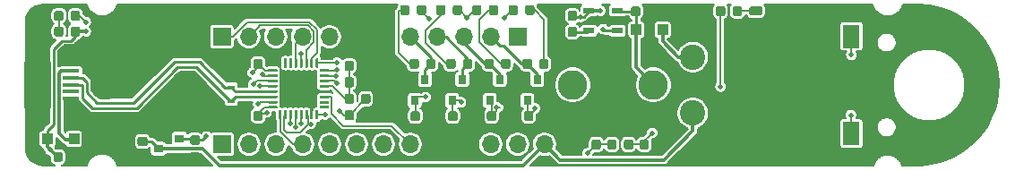
<source format=gtl>
G04 #@! TF.GenerationSoftware,KiCad,Pcbnew,(5.1.5-0-10_14)*
G04 #@! TF.CreationDate,2020-01-18T12:54:41-08:00*
G04 #@! TF.ProjectId,14500,31343530-302e-46b6-9963-61645f706362,rev?*
G04 #@! TF.SameCoordinates,Original*
G04 #@! TF.FileFunction,Copper,L1,Top*
G04 #@! TF.FilePolarity,Positive*
%FSLAX46Y46*%
G04 Gerber Fmt 4.6, Leading zero omitted, Abs format (unit mm)*
G04 Created by KiCad (PCBNEW (5.1.5-0-10_14)) date 2020-01-18 12:54:41*
%MOMM*%
%LPD*%
G04 APERTURE LIST*
%ADD10C,2.800000*%
%ADD11R,1.050000X0.600000*%
%ADD12C,0.100000*%
%ADD13R,0.700000X0.450000*%
%ADD14O,1.700000X1.700000*%
%ADD15R,1.700000X1.700000*%
%ADD16R,0.900000X0.800000*%
%ADD17R,2.500000X4.400000*%
%ADD18O,1.700000X1.350000*%
%ADD19O,1.500000X1.100000*%
%ADD20R,1.650000X0.400000*%
%ADD21R,1.500000X2.000000*%
%ADD22C,2.400000*%
%ADD23R,1.600000X2.180000*%
%ADD24R,1.000000X1.000000*%
%ADD25R,0.800000X0.900000*%
%ADD26C,0.508000*%
%ADD27C,0.152400*%
%ADD28C,0.254000*%
%ADD29C,0.310000*%
G04 APERTURE END LIST*
D10*
X73620000Y-100000000D03*
X66000000Y-100000000D03*
X117800000Y-100000000D03*
X110180000Y-100000000D03*
D11*
X111720000Y-94875000D03*
X111720000Y-92975000D03*
X114420000Y-92975000D03*
X114420000Y-93925000D03*
X114420000Y-94875000D03*
G04 #@! TA.AperFunction,SMDPad,CuDef*
D12*
G36*
X86088626Y-102375301D02*
G01*
X86094693Y-102376201D01*
X86100643Y-102377691D01*
X86106418Y-102379758D01*
X86111962Y-102382380D01*
X86117223Y-102385533D01*
X86122150Y-102389187D01*
X86126694Y-102393306D01*
X86130813Y-102397850D01*
X86134467Y-102402777D01*
X86137620Y-102408038D01*
X86140242Y-102413582D01*
X86142309Y-102419357D01*
X86143799Y-102425307D01*
X86144699Y-102431374D01*
X86145000Y-102437500D01*
X86145000Y-103187500D01*
X86144699Y-103193626D01*
X86143799Y-103199693D01*
X86142309Y-103205643D01*
X86140242Y-103211418D01*
X86137620Y-103216962D01*
X86134467Y-103222223D01*
X86130813Y-103227150D01*
X86126694Y-103231694D01*
X86122150Y-103235813D01*
X86117223Y-103239467D01*
X86111962Y-103242620D01*
X86106418Y-103245242D01*
X86100643Y-103247309D01*
X86094693Y-103248799D01*
X86088626Y-103249699D01*
X86082500Y-103250000D01*
X85957500Y-103250000D01*
X85951374Y-103249699D01*
X85945307Y-103248799D01*
X85939357Y-103247309D01*
X85933582Y-103245242D01*
X85928038Y-103242620D01*
X85922777Y-103239467D01*
X85917850Y-103235813D01*
X85913306Y-103231694D01*
X85909187Y-103227150D01*
X85905533Y-103222223D01*
X85902380Y-103216962D01*
X85899758Y-103211418D01*
X85897691Y-103205643D01*
X85896201Y-103199693D01*
X85895301Y-103193626D01*
X85895000Y-103187500D01*
X85895000Y-102437500D01*
X85895301Y-102431374D01*
X85896201Y-102425307D01*
X85897691Y-102419357D01*
X85899758Y-102413582D01*
X85902380Y-102408038D01*
X85905533Y-102402777D01*
X85909187Y-102397850D01*
X85913306Y-102393306D01*
X85917850Y-102389187D01*
X85922777Y-102385533D01*
X85928038Y-102382380D01*
X85933582Y-102379758D01*
X85939357Y-102377691D01*
X85945307Y-102376201D01*
X85951374Y-102375301D01*
X85957500Y-102375000D01*
X86082500Y-102375000D01*
X86088626Y-102375301D01*
G37*
G04 #@! TD.AperFunction*
G04 #@! TA.AperFunction,SMDPad,CuDef*
G36*
X85588626Y-102375301D02*
G01*
X85594693Y-102376201D01*
X85600643Y-102377691D01*
X85606418Y-102379758D01*
X85611962Y-102382380D01*
X85617223Y-102385533D01*
X85622150Y-102389187D01*
X85626694Y-102393306D01*
X85630813Y-102397850D01*
X85634467Y-102402777D01*
X85637620Y-102408038D01*
X85640242Y-102413582D01*
X85642309Y-102419357D01*
X85643799Y-102425307D01*
X85644699Y-102431374D01*
X85645000Y-102437500D01*
X85645000Y-103187500D01*
X85644699Y-103193626D01*
X85643799Y-103199693D01*
X85642309Y-103205643D01*
X85640242Y-103211418D01*
X85637620Y-103216962D01*
X85634467Y-103222223D01*
X85630813Y-103227150D01*
X85626694Y-103231694D01*
X85622150Y-103235813D01*
X85617223Y-103239467D01*
X85611962Y-103242620D01*
X85606418Y-103245242D01*
X85600643Y-103247309D01*
X85594693Y-103248799D01*
X85588626Y-103249699D01*
X85582500Y-103250000D01*
X85457500Y-103250000D01*
X85451374Y-103249699D01*
X85445307Y-103248799D01*
X85439357Y-103247309D01*
X85433582Y-103245242D01*
X85428038Y-103242620D01*
X85422777Y-103239467D01*
X85417850Y-103235813D01*
X85413306Y-103231694D01*
X85409187Y-103227150D01*
X85405533Y-103222223D01*
X85402380Y-103216962D01*
X85399758Y-103211418D01*
X85397691Y-103205643D01*
X85396201Y-103199693D01*
X85395301Y-103193626D01*
X85395000Y-103187500D01*
X85395000Y-102437500D01*
X85395301Y-102431374D01*
X85396201Y-102425307D01*
X85397691Y-102419357D01*
X85399758Y-102413582D01*
X85402380Y-102408038D01*
X85405533Y-102402777D01*
X85409187Y-102397850D01*
X85413306Y-102393306D01*
X85417850Y-102389187D01*
X85422777Y-102385533D01*
X85428038Y-102382380D01*
X85433582Y-102379758D01*
X85439357Y-102377691D01*
X85445307Y-102376201D01*
X85451374Y-102375301D01*
X85457500Y-102375000D01*
X85582500Y-102375000D01*
X85588626Y-102375301D01*
G37*
G04 #@! TD.AperFunction*
G04 #@! TA.AperFunction,SMDPad,CuDef*
G36*
X85088626Y-102375301D02*
G01*
X85094693Y-102376201D01*
X85100643Y-102377691D01*
X85106418Y-102379758D01*
X85111962Y-102382380D01*
X85117223Y-102385533D01*
X85122150Y-102389187D01*
X85126694Y-102393306D01*
X85130813Y-102397850D01*
X85134467Y-102402777D01*
X85137620Y-102408038D01*
X85140242Y-102413582D01*
X85142309Y-102419357D01*
X85143799Y-102425307D01*
X85144699Y-102431374D01*
X85145000Y-102437500D01*
X85145000Y-103187500D01*
X85144699Y-103193626D01*
X85143799Y-103199693D01*
X85142309Y-103205643D01*
X85140242Y-103211418D01*
X85137620Y-103216962D01*
X85134467Y-103222223D01*
X85130813Y-103227150D01*
X85126694Y-103231694D01*
X85122150Y-103235813D01*
X85117223Y-103239467D01*
X85111962Y-103242620D01*
X85106418Y-103245242D01*
X85100643Y-103247309D01*
X85094693Y-103248799D01*
X85088626Y-103249699D01*
X85082500Y-103250000D01*
X84957500Y-103250000D01*
X84951374Y-103249699D01*
X84945307Y-103248799D01*
X84939357Y-103247309D01*
X84933582Y-103245242D01*
X84928038Y-103242620D01*
X84922777Y-103239467D01*
X84917850Y-103235813D01*
X84913306Y-103231694D01*
X84909187Y-103227150D01*
X84905533Y-103222223D01*
X84902380Y-103216962D01*
X84899758Y-103211418D01*
X84897691Y-103205643D01*
X84896201Y-103199693D01*
X84895301Y-103193626D01*
X84895000Y-103187500D01*
X84895000Y-102437500D01*
X84895301Y-102431374D01*
X84896201Y-102425307D01*
X84897691Y-102419357D01*
X84899758Y-102413582D01*
X84902380Y-102408038D01*
X84905533Y-102402777D01*
X84909187Y-102397850D01*
X84913306Y-102393306D01*
X84917850Y-102389187D01*
X84922777Y-102385533D01*
X84928038Y-102382380D01*
X84933582Y-102379758D01*
X84939357Y-102377691D01*
X84945307Y-102376201D01*
X84951374Y-102375301D01*
X84957500Y-102375000D01*
X85082500Y-102375000D01*
X85088626Y-102375301D01*
G37*
G04 #@! TD.AperFunction*
G04 #@! TA.AperFunction,SMDPad,CuDef*
G36*
X84588626Y-102375301D02*
G01*
X84594693Y-102376201D01*
X84600643Y-102377691D01*
X84606418Y-102379758D01*
X84611962Y-102382380D01*
X84617223Y-102385533D01*
X84622150Y-102389187D01*
X84626694Y-102393306D01*
X84630813Y-102397850D01*
X84634467Y-102402777D01*
X84637620Y-102408038D01*
X84640242Y-102413582D01*
X84642309Y-102419357D01*
X84643799Y-102425307D01*
X84644699Y-102431374D01*
X84645000Y-102437500D01*
X84645000Y-103187500D01*
X84644699Y-103193626D01*
X84643799Y-103199693D01*
X84642309Y-103205643D01*
X84640242Y-103211418D01*
X84637620Y-103216962D01*
X84634467Y-103222223D01*
X84630813Y-103227150D01*
X84626694Y-103231694D01*
X84622150Y-103235813D01*
X84617223Y-103239467D01*
X84611962Y-103242620D01*
X84606418Y-103245242D01*
X84600643Y-103247309D01*
X84594693Y-103248799D01*
X84588626Y-103249699D01*
X84582500Y-103250000D01*
X84457500Y-103250000D01*
X84451374Y-103249699D01*
X84445307Y-103248799D01*
X84439357Y-103247309D01*
X84433582Y-103245242D01*
X84428038Y-103242620D01*
X84422777Y-103239467D01*
X84417850Y-103235813D01*
X84413306Y-103231694D01*
X84409187Y-103227150D01*
X84405533Y-103222223D01*
X84402380Y-103216962D01*
X84399758Y-103211418D01*
X84397691Y-103205643D01*
X84396201Y-103199693D01*
X84395301Y-103193626D01*
X84395000Y-103187500D01*
X84395000Y-102437500D01*
X84395301Y-102431374D01*
X84396201Y-102425307D01*
X84397691Y-102419357D01*
X84399758Y-102413582D01*
X84402380Y-102408038D01*
X84405533Y-102402777D01*
X84409187Y-102397850D01*
X84413306Y-102393306D01*
X84417850Y-102389187D01*
X84422777Y-102385533D01*
X84428038Y-102382380D01*
X84433582Y-102379758D01*
X84439357Y-102377691D01*
X84445307Y-102376201D01*
X84451374Y-102375301D01*
X84457500Y-102375000D01*
X84582500Y-102375000D01*
X84588626Y-102375301D01*
G37*
G04 #@! TD.AperFunction*
G04 #@! TA.AperFunction,SMDPad,CuDef*
G36*
X84088626Y-102375301D02*
G01*
X84094693Y-102376201D01*
X84100643Y-102377691D01*
X84106418Y-102379758D01*
X84111962Y-102382380D01*
X84117223Y-102385533D01*
X84122150Y-102389187D01*
X84126694Y-102393306D01*
X84130813Y-102397850D01*
X84134467Y-102402777D01*
X84137620Y-102408038D01*
X84140242Y-102413582D01*
X84142309Y-102419357D01*
X84143799Y-102425307D01*
X84144699Y-102431374D01*
X84145000Y-102437500D01*
X84145000Y-103187500D01*
X84144699Y-103193626D01*
X84143799Y-103199693D01*
X84142309Y-103205643D01*
X84140242Y-103211418D01*
X84137620Y-103216962D01*
X84134467Y-103222223D01*
X84130813Y-103227150D01*
X84126694Y-103231694D01*
X84122150Y-103235813D01*
X84117223Y-103239467D01*
X84111962Y-103242620D01*
X84106418Y-103245242D01*
X84100643Y-103247309D01*
X84094693Y-103248799D01*
X84088626Y-103249699D01*
X84082500Y-103250000D01*
X83957500Y-103250000D01*
X83951374Y-103249699D01*
X83945307Y-103248799D01*
X83939357Y-103247309D01*
X83933582Y-103245242D01*
X83928038Y-103242620D01*
X83922777Y-103239467D01*
X83917850Y-103235813D01*
X83913306Y-103231694D01*
X83909187Y-103227150D01*
X83905533Y-103222223D01*
X83902380Y-103216962D01*
X83899758Y-103211418D01*
X83897691Y-103205643D01*
X83896201Y-103199693D01*
X83895301Y-103193626D01*
X83895000Y-103187500D01*
X83895000Y-102437500D01*
X83895301Y-102431374D01*
X83896201Y-102425307D01*
X83897691Y-102419357D01*
X83899758Y-102413582D01*
X83902380Y-102408038D01*
X83905533Y-102402777D01*
X83909187Y-102397850D01*
X83913306Y-102393306D01*
X83917850Y-102389187D01*
X83922777Y-102385533D01*
X83928038Y-102382380D01*
X83933582Y-102379758D01*
X83939357Y-102377691D01*
X83945307Y-102376201D01*
X83951374Y-102375301D01*
X83957500Y-102375000D01*
X84082500Y-102375000D01*
X84088626Y-102375301D01*
G37*
G04 #@! TD.AperFunction*
G04 #@! TA.AperFunction,SMDPad,CuDef*
G36*
X83588626Y-102375301D02*
G01*
X83594693Y-102376201D01*
X83600643Y-102377691D01*
X83606418Y-102379758D01*
X83611962Y-102382380D01*
X83617223Y-102385533D01*
X83622150Y-102389187D01*
X83626694Y-102393306D01*
X83630813Y-102397850D01*
X83634467Y-102402777D01*
X83637620Y-102408038D01*
X83640242Y-102413582D01*
X83642309Y-102419357D01*
X83643799Y-102425307D01*
X83644699Y-102431374D01*
X83645000Y-102437500D01*
X83645000Y-103187500D01*
X83644699Y-103193626D01*
X83643799Y-103199693D01*
X83642309Y-103205643D01*
X83640242Y-103211418D01*
X83637620Y-103216962D01*
X83634467Y-103222223D01*
X83630813Y-103227150D01*
X83626694Y-103231694D01*
X83622150Y-103235813D01*
X83617223Y-103239467D01*
X83611962Y-103242620D01*
X83606418Y-103245242D01*
X83600643Y-103247309D01*
X83594693Y-103248799D01*
X83588626Y-103249699D01*
X83582500Y-103250000D01*
X83457500Y-103250000D01*
X83451374Y-103249699D01*
X83445307Y-103248799D01*
X83439357Y-103247309D01*
X83433582Y-103245242D01*
X83428038Y-103242620D01*
X83422777Y-103239467D01*
X83417850Y-103235813D01*
X83413306Y-103231694D01*
X83409187Y-103227150D01*
X83405533Y-103222223D01*
X83402380Y-103216962D01*
X83399758Y-103211418D01*
X83397691Y-103205643D01*
X83396201Y-103199693D01*
X83395301Y-103193626D01*
X83395000Y-103187500D01*
X83395000Y-102437500D01*
X83395301Y-102431374D01*
X83396201Y-102425307D01*
X83397691Y-102419357D01*
X83399758Y-102413582D01*
X83402380Y-102408038D01*
X83405533Y-102402777D01*
X83409187Y-102397850D01*
X83413306Y-102393306D01*
X83417850Y-102389187D01*
X83422777Y-102385533D01*
X83428038Y-102382380D01*
X83433582Y-102379758D01*
X83439357Y-102377691D01*
X83445307Y-102376201D01*
X83451374Y-102375301D01*
X83457500Y-102375000D01*
X83582500Y-102375000D01*
X83588626Y-102375301D01*
G37*
G04 #@! TD.AperFunction*
G04 #@! TA.AperFunction,SMDPad,CuDef*
G36*
X83088626Y-102375301D02*
G01*
X83094693Y-102376201D01*
X83100643Y-102377691D01*
X83106418Y-102379758D01*
X83111962Y-102382380D01*
X83117223Y-102385533D01*
X83122150Y-102389187D01*
X83126694Y-102393306D01*
X83130813Y-102397850D01*
X83134467Y-102402777D01*
X83137620Y-102408038D01*
X83140242Y-102413582D01*
X83142309Y-102419357D01*
X83143799Y-102425307D01*
X83144699Y-102431374D01*
X83145000Y-102437500D01*
X83145000Y-103187500D01*
X83144699Y-103193626D01*
X83143799Y-103199693D01*
X83142309Y-103205643D01*
X83140242Y-103211418D01*
X83137620Y-103216962D01*
X83134467Y-103222223D01*
X83130813Y-103227150D01*
X83126694Y-103231694D01*
X83122150Y-103235813D01*
X83117223Y-103239467D01*
X83111962Y-103242620D01*
X83106418Y-103245242D01*
X83100643Y-103247309D01*
X83094693Y-103248799D01*
X83088626Y-103249699D01*
X83082500Y-103250000D01*
X82957500Y-103250000D01*
X82951374Y-103249699D01*
X82945307Y-103248799D01*
X82939357Y-103247309D01*
X82933582Y-103245242D01*
X82928038Y-103242620D01*
X82922777Y-103239467D01*
X82917850Y-103235813D01*
X82913306Y-103231694D01*
X82909187Y-103227150D01*
X82905533Y-103222223D01*
X82902380Y-103216962D01*
X82899758Y-103211418D01*
X82897691Y-103205643D01*
X82896201Y-103199693D01*
X82895301Y-103193626D01*
X82895000Y-103187500D01*
X82895000Y-102437500D01*
X82895301Y-102431374D01*
X82896201Y-102425307D01*
X82897691Y-102419357D01*
X82899758Y-102413582D01*
X82902380Y-102408038D01*
X82905533Y-102402777D01*
X82909187Y-102397850D01*
X82913306Y-102393306D01*
X82917850Y-102389187D01*
X82922777Y-102385533D01*
X82928038Y-102382380D01*
X82933582Y-102379758D01*
X82939357Y-102377691D01*
X82945307Y-102376201D01*
X82951374Y-102375301D01*
X82957500Y-102375000D01*
X83082500Y-102375000D01*
X83088626Y-102375301D01*
G37*
G04 #@! TD.AperFunction*
G04 #@! TA.AperFunction,SMDPad,CuDef*
G36*
X82588626Y-102375301D02*
G01*
X82594693Y-102376201D01*
X82600643Y-102377691D01*
X82606418Y-102379758D01*
X82611962Y-102382380D01*
X82617223Y-102385533D01*
X82622150Y-102389187D01*
X82626694Y-102393306D01*
X82630813Y-102397850D01*
X82634467Y-102402777D01*
X82637620Y-102408038D01*
X82640242Y-102413582D01*
X82642309Y-102419357D01*
X82643799Y-102425307D01*
X82644699Y-102431374D01*
X82645000Y-102437500D01*
X82645000Y-103187500D01*
X82644699Y-103193626D01*
X82643799Y-103199693D01*
X82642309Y-103205643D01*
X82640242Y-103211418D01*
X82637620Y-103216962D01*
X82634467Y-103222223D01*
X82630813Y-103227150D01*
X82626694Y-103231694D01*
X82622150Y-103235813D01*
X82617223Y-103239467D01*
X82611962Y-103242620D01*
X82606418Y-103245242D01*
X82600643Y-103247309D01*
X82594693Y-103248799D01*
X82588626Y-103249699D01*
X82582500Y-103250000D01*
X82457500Y-103250000D01*
X82451374Y-103249699D01*
X82445307Y-103248799D01*
X82439357Y-103247309D01*
X82433582Y-103245242D01*
X82428038Y-103242620D01*
X82422777Y-103239467D01*
X82417850Y-103235813D01*
X82413306Y-103231694D01*
X82409187Y-103227150D01*
X82405533Y-103222223D01*
X82402380Y-103216962D01*
X82399758Y-103211418D01*
X82397691Y-103205643D01*
X82396201Y-103199693D01*
X82395301Y-103193626D01*
X82395000Y-103187500D01*
X82395000Y-102437500D01*
X82395301Y-102431374D01*
X82396201Y-102425307D01*
X82397691Y-102419357D01*
X82399758Y-102413582D01*
X82402380Y-102408038D01*
X82405533Y-102402777D01*
X82409187Y-102397850D01*
X82413306Y-102393306D01*
X82417850Y-102389187D01*
X82422777Y-102385533D01*
X82428038Y-102382380D01*
X82433582Y-102379758D01*
X82439357Y-102377691D01*
X82445307Y-102376201D01*
X82451374Y-102375301D01*
X82457500Y-102375000D01*
X82582500Y-102375000D01*
X82588626Y-102375301D01*
G37*
G04 #@! TD.AperFunction*
G04 #@! TA.AperFunction,SMDPad,CuDef*
G36*
X82213626Y-102000301D02*
G01*
X82219693Y-102001201D01*
X82225643Y-102002691D01*
X82231418Y-102004758D01*
X82236962Y-102007380D01*
X82242223Y-102010533D01*
X82247150Y-102014187D01*
X82251694Y-102018306D01*
X82255813Y-102022850D01*
X82259467Y-102027777D01*
X82262620Y-102033038D01*
X82265242Y-102038582D01*
X82267309Y-102044357D01*
X82268799Y-102050307D01*
X82269699Y-102056374D01*
X82270000Y-102062500D01*
X82270000Y-102187500D01*
X82269699Y-102193626D01*
X82268799Y-102199693D01*
X82267309Y-102205643D01*
X82265242Y-102211418D01*
X82262620Y-102216962D01*
X82259467Y-102222223D01*
X82255813Y-102227150D01*
X82251694Y-102231694D01*
X82247150Y-102235813D01*
X82242223Y-102239467D01*
X82236962Y-102242620D01*
X82231418Y-102245242D01*
X82225643Y-102247309D01*
X82219693Y-102248799D01*
X82213626Y-102249699D01*
X82207500Y-102250000D01*
X81457500Y-102250000D01*
X81451374Y-102249699D01*
X81445307Y-102248799D01*
X81439357Y-102247309D01*
X81433582Y-102245242D01*
X81428038Y-102242620D01*
X81422777Y-102239467D01*
X81417850Y-102235813D01*
X81413306Y-102231694D01*
X81409187Y-102227150D01*
X81405533Y-102222223D01*
X81402380Y-102216962D01*
X81399758Y-102211418D01*
X81397691Y-102205643D01*
X81396201Y-102199693D01*
X81395301Y-102193626D01*
X81395000Y-102187500D01*
X81395000Y-102062500D01*
X81395301Y-102056374D01*
X81396201Y-102050307D01*
X81397691Y-102044357D01*
X81399758Y-102038582D01*
X81402380Y-102033038D01*
X81405533Y-102027777D01*
X81409187Y-102022850D01*
X81413306Y-102018306D01*
X81417850Y-102014187D01*
X81422777Y-102010533D01*
X81428038Y-102007380D01*
X81433582Y-102004758D01*
X81439357Y-102002691D01*
X81445307Y-102001201D01*
X81451374Y-102000301D01*
X81457500Y-102000000D01*
X82207500Y-102000000D01*
X82213626Y-102000301D01*
G37*
G04 #@! TD.AperFunction*
G04 #@! TA.AperFunction,SMDPad,CuDef*
G36*
X82213626Y-101500301D02*
G01*
X82219693Y-101501201D01*
X82225643Y-101502691D01*
X82231418Y-101504758D01*
X82236962Y-101507380D01*
X82242223Y-101510533D01*
X82247150Y-101514187D01*
X82251694Y-101518306D01*
X82255813Y-101522850D01*
X82259467Y-101527777D01*
X82262620Y-101533038D01*
X82265242Y-101538582D01*
X82267309Y-101544357D01*
X82268799Y-101550307D01*
X82269699Y-101556374D01*
X82270000Y-101562500D01*
X82270000Y-101687500D01*
X82269699Y-101693626D01*
X82268799Y-101699693D01*
X82267309Y-101705643D01*
X82265242Y-101711418D01*
X82262620Y-101716962D01*
X82259467Y-101722223D01*
X82255813Y-101727150D01*
X82251694Y-101731694D01*
X82247150Y-101735813D01*
X82242223Y-101739467D01*
X82236962Y-101742620D01*
X82231418Y-101745242D01*
X82225643Y-101747309D01*
X82219693Y-101748799D01*
X82213626Y-101749699D01*
X82207500Y-101750000D01*
X81457500Y-101750000D01*
X81451374Y-101749699D01*
X81445307Y-101748799D01*
X81439357Y-101747309D01*
X81433582Y-101745242D01*
X81428038Y-101742620D01*
X81422777Y-101739467D01*
X81417850Y-101735813D01*
X81413306Y-101731694D01*
X81409187Y-101727150D01*
X81405533Y-101722223D01*
X81402380Y-101716962D01*
X81399758Y-101711418D01*
X81397691Y-101705643D01*
X81396201Y-101699693D01*
X81395301Y-101693626D01*
X81395000Y-101687500D01*
X81395000Y-101562500D01*
X81395301Y-101556374D01*
X81396201Y-101550307D01*
X81397691Y-101544357D01*
X81399758Y-101538582D01*
X81402380Y-101533038D01*
X81405533Y-101527777D01*
X81409187Y-101522850D01*
X81413306Y-101518306D01*
X81417850Y-101514187D01*
X81422777Y-101510533D01*
X81428038Y-101507380D01*
X81433582Y-101504758D01*
X81439357Y-101502691D01*
X81445307Y-101501201D01*
X81451374Y-101500301D01*
X81457500Y-101500000D01*
X82207500Y-101500000D01*
X82213626Y-101500301D01*
G37*
G04 #@! TD.AperFunction*
G04 #@! TA.AperFunction,SMDPad,CuDef*
G36*
X82213626Y-101000301D02*
G01*
X82219693Y-101001201D01*
X82225643Y-101002691D01*
X82231418Y-101004758D01*
X82236962Y-101007380D01*
X82242223Y-101010533D01*
X82247150Y-101014187D01*
X82251694Y-101018306D01*
X82255813Y-101022850D01*
X82259467Y-101027777D01*
X82262620Y-101033038D01*
X82265242Y-101038582D01*
X82267309Y-101044357D01*
X82268799Y-101050307D01*
X82269699Y-101056374D01*
X82270000Y-101062500D01*
X82270000Y-101187500D01*
X82269699Y-101193626D01*
X82268799Y-101199693D01*
X82267309Y-101205643D01*
X82265242Y-101211418D01*
X82262620Y-101216962D01*
X82259467Y-101222223D01*
X82255813Y-101227150D01*
X82251694Y-101231694D01*
X82247150Y-101235813D01*
X82242223Y-101239467D01*
X82236962Y-101242620D01*
X82231418Y-101245242D01*
X82225643Y-101247309D01*
X82219693Y-101248799D01*
X82213626Y-101249699D01*
X82207500Y-101250000D01*
X81457500Y-101250000D01*
X81451374Y-101249699D01*
X81445307Y-101248799D01*
X81439357Y-101247309D01*
X81433582Y-101245242D01*
X81428038Y-101242620D01*
X81422777Y-101239467D01*
X81417850Y-101235813D01*
X81413306Y-101231694D01*
X81409187Y-101227150D01*
X81405533Y-101222223D01*
X81402380Y-101216962D01*
X81399758Y-101211418D01*
X81397691Y-101205643D01*
X81396201Y-101199693D01*
X81395301Y-101193626D01*
X81395000Y-101187500D01*
X81395000Y-101062500D01*
X81395301Y-101056374D01*
X81396201Y-101050307D01*
X81397691Y-101044357D01*
X81399758Y-101038582D01*
X81402380Y-101033038D01*
X81405533Y-101027777D01*
X81409187Y-101022850D01*
X81413306Y-101018306D01*
X81417850Y-101014187D01*
X81422777Y-101010533D01*
X81428038Y-101007380D01*
X81433582Y-101004758D01*
X81439357Y-101002691D01*
X81445307Y-101001201D01*
X81451374Y-101000301D01*
X81457500Y-101000000D01*
X82207500Y-101000000D01*
X82213626Y-101000301D01*
G37*
G04 #@! TD.AperFunction*
G04 #@! TA.AperFunction,SMDPad,CuDef*
G36*
X82213626Y-100500301D02*
G01*
X82219693Y-100501201D01*
X82225643Y-100502691D01*
X82231418Y-100504758D01*
X82236962Y-100507380D01*
X82242223Y-100510533D01*
X82247150Y-100514187D01*
X82251694Y-100518306D01*
X82255813Y-100522850D01*
X82259467Y-100527777D01*
X82262620Y-100533038D01*
X82265242Y-100538582D01*
X82267309Y-100544357D01*
X82268799Y-100550307D01*
X82269699Y-100556374D01*
X82270000Y-100562500D01*
X82270000Y-100687500D01*
X82269699Y-100693626D01*
X82268799Y-100699693D01*
X82267309Y-100705643D01*
X82265242Y-100711418D01*
X82262620Y-100716962D01*
X82259467Y-100722223D01*
X82255813Y-100727150D01*
X82251694Y-100731694D01*
X82247150Y-100735813D01*
X82242223Y-100739467D01*
X82236962Y-100742620D01*
X82231418Y-100745242D01*
X82225643Y-100747309D01*
X82219693Y-100748799D01*
X82213626Y-100749699D01*
X82207500Y-100750000D01*
X81457500Y-100750000D01*
X81451374Y-100749699D01*
X81445307Y-100748799D01*
X81439357Y-100747309D01*
X81433582Y-100745242D01*
X81428038Y-100742620D01*
X81422777Y-100739467D01*
X81417850Y-100735813D01*
X81413306Y-100731694D01*
X81409187Y-100727150D01*
X81405533Y-100722223D01*
X81402380Y-100716962D01*
X81399758Y-100711418D01*
X81397691Y-100705643D01*
X81396201Y-100699693D01*
X81395301Y-100693626D01*
X81395000Y-100687500D01*
X81395000Y-100562500D01*
X81395301Y-100556374D01*
X81396201Y-100550307D01*
X81397691Y-100544357D01*
X81399758Y-100538582D01*
X81402380Y-100533038D01*
X81405533Y-100527777D01*
X81409187Y-100522850D01*
X81413306Y-100518306D01*
X81417850Y-100514187D01*
X81422777Y-100510533D01*
X81428038Y-100507380D01*
X81433582Y-100504758D01*
X81439357Y-100502691D01*
X81445307Y-100501201D01*
X81451374Y-100500301D01*
X81457500Y-100500000D01*
X82207500Y-100500000D01*
X82213626Y-100500301D01*
G37*
G04 #@! TD.AperFunction*
G04 #@! TA.AperFunction,SMDPad,CuDef*
G36*
X82213626Y-100000301D02*
G01*
X82219693Y-100001201D01*
X82225643Y-100002691D01*
X82231418Y-100004758D01*
X82236962Y-100007380D01*
X82242223Y-100010533D01*
X82247150Y-100014187D01*
X82251694Y-100018306D01*
X82255813Y-100022850D01*
X82259467Y-100027777D01*
X82262620Y-100033038D01*
X82265242Y-100038582D01*
X82267309Y-100044357D01*
X82268799Y-100050307D01*
X82269699Y-100056374D01*
X82270000Y-100062500D01*
X82270000Y-100187500D01*
X82269699Y-100193626D01*
X82268799Y-100199693D01*
X82267309Y-100205643D01*
X82265242Y-100211418D01*
X82262620Y-100216962D01*
X82259467Y-100222223D01*
X82255813Y-100227150D01*
X82251694Y-100231694D01*
X82247150Y-100235813D01*
X82242223Y-100239467D01*
X82236962Y-100242620D01*
X82231418Y-100245242D01*
X82225643Y-100247309D01*
X82219693Y-100248799D01*
X82213626Y-100249699D01*
X82207500Y-100250000D01*
X81457500Y-100250000D01*
X81451374Y-100249699D01*
X81445307Y-100248799D01*
X81439357Y-100247309D01*
X81433582Y-100245242D01*
X81428038Y-100242620D01*
X81422777Y-100239467D01*
X81417850Y-100235813D01*
X81413306Y-100231694D01*
X81409187Y-100227150D01*
X81405533Y-100222223D01*
X81402380Y-100216962D01*
X81399758Y-100211418D01*
X81397691Y-100205643D01*
X81396201Y-100199693D01*
X81395301Y-100193626D01*
X81395000Y-100187500D01*
X81395000Y-100062500D01*
X81395301Y-100056374D01*
X81396201Y-100050307D01*
X81397691Y-100044357D01*
X81399758Y-100038582D01*
X81402380Y-100033038D01*
X81405533Y-100027777D01*
X81409187Y-100022850D01*
X81413306Y-100018306D01*
X81417850Y-100014187D01*
X81422777Y-100010533D01*
X81428038Y-100007380D01*
X81433582Y-100004758D01*
X81439357Y-100002691D01*
X81445307Y-100001201D01*
X81451374Y-100000301D01*
X81457500Y-100000000D01*
X82207500Y-100000000D01*
X82213626Y-100000301D01*
G37*
G04 #@! TD.AperFunction*
G04 #@! TA.AperFunction,SMDPad,CuDef*
G36*
X82213626Y-99500301D02*
G01*
X82219693Y-99501201D01*
X82225643Y-99502691D01*
X82231418Y-99504758D01*
X82236962Y-99507380D01*
X82242223Y-99510533D01*
X82247150Y-99514187D01*
X82251694Y-99518306D01*
X82255813Y-99522850D01*
X82259467Y-99527777D01*
X82262620Y-99533038D01*
X82265242Y-99538582D01*
X82267309Y-99544357D01*
X82268799Y-99550307D01*
X82269699Y-99556374D01*
X82270000Y-99562500D01*
X82270000Y-99687500D01*
X82269699Y-99693626D01*
X82268799Y-99699693D01*
X82267309Y-99705643D01*
X82265242Y-99711418D01*
X82262620Y-99716962D01*
X82259467Y-99722223D01*
X82255813Y-99727150D01*
X82251694Y-99731694D01*
X82247150Y-99735813D01*
X82242223Y-99739467D01*
X82236962Y-99742620D01*
X82231418Y-99745242D01*
X82225643Y-99747309D01*
X82219693Y-99748799D01*
X82213626Y-99749699D01*
X82207500Y-99750000D01*
X81457500Y-99750000D01*
X81451374Y-99749699D01*
X81445307Y-99748799D01*
X81439357Y-99747309D01*
X81433582Y-99745242D01*
X81428038Y-99742620D01*
X81422777Y-99739467D01*
X81417850Y-99735813D01*
X81413306Y-99731694D01*
X81409187Y-99727150D01*
X81405533Y-99722223D01*
X81402380Y-99716962D01*
X81399758Y-99711418D01*
X81397691Y-99705643D01*
X81396201Y-99699693D01*
X81395301Y-99693626D01*
X81395000Y-99687500D01*
X81395000Y-99562500D01*
X81395301Y-99556374D01*
X81396201Y-99550307D01*
X81397691Y-99544357D01*
X81399758Y-99538582D01*
X81402380Y-99533038D01*
X81405533Y-99527777D01*
X81409187Y-99522850D01*
X81413306Y-99518306D01*
X81417850Y-99514187D01*
X81422777Y-99510533D01*
X81428038Y-99507380D01*
X81433582Y-99504758D01*
X81439357Y-99502691D01*
X81445307Y-99501201D01*
X81451374Y-99500301D01*
X81457500Y-99500000D01*
X82207500Y-99500000D01*
X82213626Y-99500301D01*
G37*
G04 #@! TD.AperFunction*
G04 #@! TA.AperFunction,SMDPad,CuDef*
G36*
X82213626Y-99000301D02*
G01*
X82219693Y-99001201D01*
X82225643Y-99002691D01*
X82231418Y-99004758D01*
X82236962Y-99007380D01*
X82242223Y-99010533D01*
X82247150Y-99014187D01*
X82251694Y-99018306D01*
X82255813Y-99022850D01*
X82259467Y-99027777D01*
X82262620Y-99033038D01*
X82265242Y-99038582D01*
X82267309Y-99044357D01*
X82268799Y-99050307D01*
X82269699Y-99056374D01*
X82270000Y-99062500D01*
X82270000Y-99187500D01*
X82269699Y-99193626D01*
X82268799Y-99199693D01*
X82267309Y-99205643D01*
X82265242Y-99211418D01*
X82262620Y-99216962D01*
X82259467Y-99222223D01*
X82255813Y-99227150D01*
X82251694Y-99231694D01*
X82247150Y-99235813D01*
X82242223Y-99239467D01*
X82236962Y-99242620D01*
X82231418Y-99245242D01*
X82225643Y-99247309D01*
X82219693Y-99248799D01*
X82213626Y-99249699D01*
X82207500Y-99250000D01*
X81457500Y-99250000D01*
X81451374Y-99249699D01*
X81445307Y-99248799D01*
X81439357Y-99247309D01*
X81433582Y-99245242D01*
X81428038Y-99242620D01*
X81422777Y-99239467D01*
X81417850Y-99235813D01*
X81413306Y-99231694D01*
X81409187Y-99227150D01*
X81405533Y-99222223D01*
X81402380Y-99216962D01*
X81399758Y-99211418D01*
X81397691Y-99205643D01*
X81396201Y-99199693D01*
X81395301Y-99193626D01*
X81395000Y-99187500D01*
X81395000Y-99062500D01*
X81395301Y-99056374D01*
X81396201Y-99050307D01*
X81397691Y-99044357D01*
X81399758Y-99038582D01*
X81402380Y-99033038D01*
X81405533Y-99027777D01*
X81409187Y-99022850D01*
X81413306Y-99018306D01*
X81417850Y-99014187D01*
X81422777Y-99010533D01*
X81428038Y-99007380D01*
X81433582Y-99004758D01*
X81439357Y-99002691D01*
X81445307Y-99001201D01*
X81451374Y-99000301D01*
X81457500Y-99000000D01*
X82207500Y-99000000D01*
X82213626Y-99000301D01*
G37*
G04 #@! TD.AperFunction*
G04 #@! TA.AperFunction,SMDPad,CuDef*
G36*
X82213626Y-98500301D02*
G01*
X82219693Y-98501201D01*
X82225643Y-98502691D01*
X82231418Y-98504758D01*
X82236962Y-98507380D01*
X82242223Y-98510533D01*
X82247150Y-98514187D01*
X82251694Y-98518306D01*
X82255813Y-98522850D01*
X82259467Y-98527777D01*
X82262620Y-98533038D01*
X82265242Y-98538582D01*
X82267309Y-98544357D01*
X82268799Y-98550307D01*
X82269699Y-98556374D01*
X82270000Y-98562500D01*
X82270000Y-98687500D01*
X82269699Y-98693626D01*
X82268799Y-98699693D01*
X82267309Y-98705643D01*
X82265242Y-98711418D01*
X82262620Y-98716962D01*
X82259467Y-98722223D01*
X82255813Y-98727150D01*
X82251694Y-98731694D01*
X82247150Y-98735813D01*
X82242223Y-98739467D01*
X82236962Y-98742620D01*
X82231418Y-98745242D01*
X82225643Y-98747309D01*
X82219693Y-98748799D01*
X82213626Y-98749699D01*
X82207500Y-98750000D01*
X81457500Y-98750000D01*
X81451374Y-98749699D01*
X81445307Y-98748799D01*
X81439357Y-98747309D01*
X81433582Y-98745242D01*
X81428038Y-98742620D01*
X81422777Y-98739467D01*
X81417850Y-98735813D01*
X81413306Y-98731694D01*
X81409187Y-98727150D01*
X81405533Y-98722223D01*
X81402380Y-98716962D01*
X81399758Y-98711418D01*
X81397691Y-98705643D01*
X81396201Y-98699693D01*
X81395301Y-98693626D01*
X81395000Y-98687500D01*
X81395000Y-98562500D01*
X81395301Y-98556374D01*
X81396201Y-98550307D01*
X81397691Y-98544357D01*
X81399758Y-98538582D01*
X81402380Y-98533038D01*
X81405533Y-98527777D01*
X81409187Y-98522850D01*
X81413306Y-98518306D01*
X81417850Y-98514187D01*
X81422777Y-98510533D01*
X81428038Y-98507380D01*
X81433582Y-98504758D01*
X81439357Y-98502691D01*
X81445307Y-98501201D01*
X81451374Y-98500301D01*
X81457500Y-98500000D01*
X82207500Y-98500000D01*
X82213626Y-98500301D01*
G37*
G04 #@! TD.AperFunction*
G04 #@! TA.AperFunction,SMDPad,CuDef*
G36*
X82588626Y-97500301D02*
G01*
X82594693Y-97501201D01*
X82600643Y-97502691D01*
X82606418Y-97504758D01*
X82611962Y-97507380D01*
X82617223Y-97510533D01*
X82622150Y-97514187D01*
X82626694Y-97518306D01*
X82630813Y-97522850D01*
X82634467Y-97527777D01*
X82637620Y-97533038D01*
X82640242Y-97538582D01*
X82642309Y-97544357D01*
X82643799Y-97550307D01*
X82644699Y-97556374D01*
X82645000Y-97562500D01*
X82645000Y-98312500D01*
X82644699Y-98318626D01*
X82643799Y-98324693D01*
X82642309Y-98330643D01*
X82640242Y-98336418D01*
X82637620Y-98341962D01*
X82634467Y-98347223D01*
X82630813Y-98352150D01*
X82626694Y-98356694D01*
X82622150Y-98360813D01*
X82617223Y-98364467D01*
X82611962Y-98367620D01*
X82606418Y-98370242D01*
X82600643Y-98372309D01*
X82594693Y-98373799D01*
X82588626Y-98374699D01*
X82582500Y-98375000D01*
X82457500Y-98375000D01*
X82451374Y-98374699D01*
X82445307Y-98373799D01*
X82439357Y-98372309D01*
X82433582Y-98370242D01*
X82428038Y-98367620D01*
X82422777Y-98364467D01*
X82417850Y-98360813D01*
X82413306Y-98356694D01*
X82409187Y-98352150D01*
X82405533Y-98347223D01*
X82402380Y-98341962D01*
X82399758Y-98336418D01*
X82397691Y-98330643D01*
X82396201Y-98324693D01*
X82395301Y-98318626D01*
X82395000Y-98312500D01*
X82395000Y-97562500D01*
X82395301Y-97556374D01*
X82396201Y-97550307D01*
X82397691Y-97544357D01*
X82399758Y-97538582D01*
X82402380Y-97533038D01*
X82405533Y-97527777D01*
X82409187Y-97522850D01*
X82413306Y-97518306D01*
X82417850Y-97514187D01*
X82422777Y-97510533D01*
X82428038Y-97507380D01*
X82433582Y-97504758D01*
X82439357Y-97502691D01*
X82445307Y-97501201D01*
X82451374Y-97500301D01*
X82457500Y-97500000D01*
X82582500Y-97500000D01*
X82588626Y-97500301D01*
G37*
G04 #@! TD.AperFunction*
G04 #@! TA.AperFunction,SMDPad,CuDef*
G36*
X83088626Y-97500301D02*
G01*
X83094693Y-97501201D01*
X83100643Y-97502691D01*
X83106418Y-97504758D01*
X83111962Y-97507380D01*
X83117223Y-97510533D01*
X83122150Y-97514187D01*
X83126694Y-97518306D01*
X83130813Y-97522850D01*
X83134467Y-97527777D01*
X83137620Y-97533038D01*
X83140242Y-97538582D01*
X83142309Y-97544357D01*
X83143799Y-97550307D01*
X83144699Y-97556374D01*
X83145000Y-97562500D01*
X83145000Y-98312500D01*
X83144699Y-98318626D01*
X83143799Y-98324693D01*
X83142309Y-98330643D01*
X83140242Y-98336418D01*
X83137620Y-98341962D01*
X83134467Y-98347223D01*
X83130813Y-98352150D01*
X83126694Y-98356694D01*
X83122150Y-98360813D01*
X83117223Y-98364467D01*
X83111962Y-98367620D01*
X83106418Y-98370242D01*
X83100643Y-98372309D01*
X83094693Y-98373799D01*
X83088626Y-98374699D01*
X83082500Y-98375000D01*
X82957500Y-98375000D01*
X82951374Y-98374699D01*
X82945307Y-98373799D01*
X82939357Y-98372309D01*
X82933582Y-98370242D01*
X82928038Y-98367620D01*
X82922777Y-98364467D01*
X82917850Y-98360813D01*
X82913306Y-98356694D01*
X82909187Y-98352150D01*
X82905533Y-98347223D01*
X82902380Y-98341962D01*
X82899758Y-98336418D01*
X82897691Y-98330643D01*
X82896201Y-98324693D01*
X82895301Y-98318626D01*
X82895000Y-98312500D01*
X82895000Y-97562500D01*
X82895301Y-97556374D01*
X82896201Y-97550307D01*
X82897691Y-97544357D01*
X82899758Y-97538582D01*
X82902380Y-97533038D01*
X82905533Y-97527777D01*
X82909187Y-97522850D01*
X82913306Y-97518306D01*
X82917850Y-97514187D01*
X82922777Y-97510533D01*
X82928038Y-97507380D01*
X82933582Y-97504758D01*
X82939357Y-97502691D01*
X82945307Y-97501201D01*
X82951374Y-97500301D01*
X82957500Y-97500000D01*
X83082500Y-97500000D01*
X83088626Y-97500301D01*
G37*
G04 #@! TD.AperFunction*
G04 #@! TA.AperFunction,SMDPad,CuDef*
G36*
X83588626Y-97500301D02*
G01*
X83594693Y-97501201D01*
X83600643Y-97502691D01*
X83606418Y-97504758D01*
X83611962Y-97507380D01*
X83617223Y-97510533D01*
X83622150Y-97514187D01*
X83626694Y-97518306D01*
X83630813Y-97522850D01*
X83634467Y-97527777D01*
X83637620Y-97533038D01*
X83640242Y-97538582D01*
X83642309Y-97544357D01*
X83643799Y-97550307D01*
X83644699Y-97556374D01*
X83645000Y-97562500D01*
X83645000Y-98312500D01*
X83644699Y-98318626D01*
X83643799Y-98324693D01*
X83642309Y-98330643D01*
X83640242Y-98336418D01*
X83637620Y-98341962D01*
X83634467Y-98347223D01*
X83630813Y-98352150D01*
X83626694Y-98356694D01*
X83622150Y-98360813D01*
X83617223Y-98364467D01*
X83611962Y-98367620D01*
X83606418Y-98370242D01*
X83600643Y-98372309D01*
X83594693Y-98373799D01*
X83588626Y-98374699D01*
X83582500Y-98375000D01*
X83457500Y-98375000D01*
X83451374Y-98374699D01*
X83445307Y-98373799D01*
X83439357Y-98372309D01*
X83433582Y-98370242D01*
X83428038Y-98367620D01*
X83422777Y-98364467D01*
X83417850Y-98360813D01*
X83413306Y-98356694D01*
X83409187Y-98352150D01*
X83405533Y-98347223D01*
X83402380Y-98341962D01*
X83399758Y-98336418D01*
X83397691Y-98330643D01*
X83396201Y-98324693D01*
X83395301Y-98318626D01*
X83395000Y-98312500D01*
X83395000Y-97562500D01*
X83395301Y-97556374D01*
X83396201Y-97550307D01*
X83397691Y-97544357D01*
X83399758Y-97538582D01*
X83402380Y-97533038D01*
X83405533Y-97527777D01*
X83409187Y-97522850D01*
X83413306Y-97518306D01*
X83417850Y-97514187D01*
X83422777Y-97510533D01*
X83428038Y-97507380D01*
X83433582Y-97504758D01*
X83439357Y-97502691D01*
X83445307Y-97501201D01*
X83451374Y-97500301D01*
X83457500Y-97500000D01*
X83582500Y-97500000D01*
X83588626Y-97500301D01*
G37*
G04 #@! TD.AperFunction*
G04 #@! TA.AperFunction,SMDPad,CuDef*
G36*
X84088626Y-97500301D02*
G01*
X84094693Y-97501201D01*
X84100643Y-97502691D01*
X84106418Y-97504758D01*
X84111962Y-97507380D01*
X84117223Y-97510533D01*
X84122150Y-97514187D01*
X84126694Y-97518306D01*
X84130813Y-97522850D01*
X84134467Y-97527777D01*
X84137620Y-97533038D01*
X84140242Y-97538582D01*
X84142309Y-97544357D01*
X84143799Y-97550307D01*
X84144699Y-97556374D01*
X84145000Y-97562500D01*
X84145000Y-98312500D01*
X84144699Y-98318626D01*
X84143799Y-98324693D01*
X84142309Y-98330643D01*
X84140242Y-98336418D01*
X84137620Y-98341962D01*
X84134467Y-98347223D01*
X84130813Y-98352150D01*
X84126694Y-98356694D01*
X84122150Y-98360813D01*
X84117223Y-98364467D01*
X84111962Y-98367620D01*
X84106418Y-98370242D01*
X84100643Y-98372309D01*
X84094693Y-98373799D01*
X84088626Y-98374699D01*
X84082500Y-98375000D01*
X83957500Y-98375000D01*
X83951374Y-98374699D01*
X83945307Y-98373799D01*
X83939357Y-98372309D01*
X83933582Y-98370242D01*
X83928038Y-98367620D01*
X83922777Y-98364467D01*
X83917850Y-98360813D01*
X83913306Y-98356694D01*
X83909187Y-98352150D01*
X83905533Y-98347223D01*
X83902380Y-98341962D01*
X83899758Y-98336418D01*
X83897691Y-98330643D01*
X83896201Y-98324693D01*
X83895301Y-98318626D01*
X83895000Y-98312500D01*
X83895000Y-97562500D01*
X83895301Y-97556374D01*
X83896201Y-97550307D01*
X83897691Y-97544357D01*
X83899758Y-97538582D01*
X83902380Y-97533038D01*
X83905533Y-97527777D01*
X83909187Y-97522850D01*
X83913306Y-97518306D01*
X83917850Y-97514187D01*
X83922777Y-97510533D01*
X83928038Y-97507380D01*
X83933582Y-97504758D01*
X83939357Y-97502691D01*
X83945307Y-97501201D01*
X83951374Y-97500301D01*
X83957500Y-97500000D01*
X84082500Y-97500000D01*
X84088626Y-97500301D01*
G37*
G04 #@! TD.AperFunction*
G04 #@! TA.AperFunction,SMDPad,CuDef*
G36*
X84588626Y-97500301D02*
G01*
X84594693Y-97501201D01*
X84600643Y-97502691D01*
X84606418Y-97504758D01*
X84611962Y-97507380D01*
X84617223Y-97510533D01*
X84622150Y-97514187D01*
X84626694Y-97518306D01*
X84630813Y-97522850D01*
X84634467Y-97527777D01*
X84637620Y-97533038D01*
X84640242Y-97538582D01*
X84642309Y-97544357D01*
X84643799Y-97550307D01*
X84644699Y-97556374D01*
X84645000Y-97562500D01*
X84645000Y-98312500D01*
X84644699Y-98318626D01*
X84643799Y-98324693D01*
X84642309Y-98330643D01*
X84640242Y-98336418D01*
X84637620Y-98341962D01*
X84634467Y-98347223D01*
X84630813Y-98352150D01*
X84626694Y-98356694D01*
X84622150Y-98360813D01*
X84617223Y-98364467D01*
X84611962Y-98367620D01*
X84606418Y-98370242D01*
X84600643Y-98372309D01*
X84594693Y-98373799D01*
X84588626Y-98374699D01*
X84582500Y-98375000D01*
X84457500Y-98375000D01*
X84451374Y-98374699D01*
X84445307Y-98373799D01*
X84439357Y-98372309D01*
X84433582Y-98370242D01*
X84428038Y-98367620D01*
X84422777Y-98364467D01*
X84417850Y-98360813D01*
X84413306Y-98356694D01*
X84409187Y-98352150D01*
X84405533Y-98347223D01*
X84402380Y-98341962D01*
X84399758Y-98336418D01*
X84397691Y-98330643D01*
X84396201Y-98324693D01*
X84395301Y-98318626D01*
X84395000Y-98312500D01*
X84395000Y-97562500D01*
X84395301Y-97556374D01*
X84396201Y-97550307D01*
X84397691Y-97544357D01*
X84399758Y-97538582D01*
X84402380Y-97533038D01*
X84405533Y-97527777D01*
X84409187Y-97522850D01*
X84413306Y-97518306D01*
X84417850Y-97514187D01*
X84422777Y-97510533D01*
X84428038Y-97507380D01*
X84433582Y-97504758D01*
X84439357Y-97502691D01*
X84445307Y-97501201D01*
X84451374Y-97500301D01*
X84457500Y-97500000D01*
X84582500Y-97500000D01*
X84588626Y-97500301D01*
G37*
G04 #@! TD.AperFunction*
G04 #@! TA.AperFunction,SMDPad,CuDef*
G36*
X85088626Y-97500301D02*
G01*
X85094693Y-97501201D01*
X85100643Y-97502691D01*
X85106418Y-97504758D01*
X85111962Y-97507380D01*
X85117223Y-97510533D01*
X85122150Y-97514187D01*
X85126694Y-97518306D01*
X85130813Y-97522850D01*
X85134467Y-97527777D01*
X85137620Y-97533038D01*
X85140242Y-97538582D01*
X85142309Y-97544357D01*
X85143799Y-97550307D01*
X85144699Y-97556374D01*
X85145000Y-97562500D01*
X85145000Y-98312500D01*
X85144699Y-98318626D01*
X85143799Y-98324693D01*
X85142309Y-98330643D01*
X85140242Y-98336418D01*
X85137620Y-98341962D01*
X85134467Y-98347223D01*
X85130813Y-98352150D01*
X85126694Y-98356694D01*
X85122150Y-98360813D01*
X85117223Y-98364467D01*
X85111962Y-98367620D01*
X85106418Y-98370242D01*
X85100643Y-98372309D01*
X85094693Y-98373799D01*
X85088626Y-98374699D01*
X85082500Y-98375000D01*
X84957500Y-98375000D01*
X84951374Y-98374699D01*
X84945307Y-98373799D01*
X84939357Y-98372309D01*
X84933582Y-98370242D01*
X84928038Y-98367620D01*
X84922777Y-98364467D01*
X84917850Y-98360813D01*
X84913306Y-98356694D01*
X84909187Y-98352150D01*
X84905533Y-98347223D01*
X84902380Y-98341962D01*
X84899758Y-98336418D01*
X84897691Y-98330643D01*
X84896201Y-98324693D01*
X84895301Y-98318626D01*
X84895000Y-98312500D01*
X84895000Y-97562500D01*
X84895301Y-97556374D01*
X84896201Y-97550307D01*
X84897691Y-97544357D01*
X84899758Y-97538582D01*
X84902380Y-97533038D01*
X84905533Y-97527777D01*
X84909187Y-97522850D01*
X84913306Y-97518306D01*
X84917850Y-97514187D01*
X84922777Y-97510533D01*
X84928038Y-97507380D01*
X84933582Y-97504758D01*
X84939357Y-97502691D01*
X84945307Y-97501201D01*
X84951374Y-97500301D01*
X84957500Y-97500000D01*
X85082500Y-97500000D01*
X85088626Y-97500301D01*
G37*
G04 #@! TD.AperFunction*
G04 #@! TA.AperFunction,SMDPad,CuDef*
G36*
X85588626Y-97500301D02*
G01*
X85594693Y-97501201D01*
X85600643Y-97502691D01*
X85606418Y-97504758D01*
X85611962Y-97507380D01*
X85617223Y-97510533D01*
X85622150Y-97514187D01*
X85626694Y-97518306D01*
X85630813Y-97522850D01*
X85634467Y-97527777D01*
X85637620Y-97533038D01*
X85640242Y-97538582D01*
X85642309Y-97544357D01*
X85643799Y-97550307D01*
X85644699Y-97556374D01*
X85645000Y-97562500D01*
X85645000Y-98312500D01*
X85644699Y-98318626D01*
X85643799Y-98324693D01*
X85642309Y-98330643D01*
X85640242Y-98336418D01*
X85637620Y-98341962D01*
X85634467Y-98347223D01*
X85630813Y-98352150D01*
X85626694Y-98356694D01*
X85622150Y-98360813D01*
X85617223Y-98364467D01*
X85611962Y-98367620D01*
X85606418Y-98370242D01*
X85600643Y-98372309D01*
X85594693Y-98373799D01*
X85588626Y-98374699D01*
X85582500Y-98375000D01*
X85457500Y-98375000D01*
X85451374Y-98374699D01*
X85445307Y-98373799D01*
X85439357Y-98372309D01*
X85433582Y-98370242D01*
X85428038Y-98367620D01*
X85422777Y-98364467D01*
X85417850Y-98360813D01*
X85413306Y-98356694D01*
X85409187Y-98352150D01*
X85405533Y-98347223D01*
X85402380Y-98341962D01*
X85399758Y-98336418D01*
X85397691Y-98330643D01*
X85396201Y-98324693D01*
X85395301Y-98318626D01*
X85395000Y-98312500D01*
X85395000Y-97562500D01*
X85395301Y-97556374D01*
X85396201Y-97550307D01*
X85397691Y-97544357D01*
X85399758Y-97538582D01*
X85402380Y-97533038D01*
X85405533Y-97527777D01*
X85409187Y-97522850D01*
X85413306Y-97518306D01*
X85417850Y-97514187D01*
X85422777Y-97510533D01*
X85428038Y-97507380D01*
X85433582Y-97504758D01*
X85439357Y-97502691D01*
X85445307Y-97501201D01*
X85451374Y-97500301D01*
X85457500Y-97500000D01*
X85582500Y-97500000D01*
X85588626Y-97500301D01*
G37*
G04 #@! TD.AperFunction*
G04 #@! TA.AperFunction,SMDPad,CuDef*
G36*
X86088626Y-97500301D02*
G01*
X86094693Y-97501201D01*
X86100643Y-97502691D01*
X86106418Y-97504758D01*
X86111962Y-97507380D01*
X86117223Y-97510533D01*
X86122150Y-97514187D01*
X86126694Y-97518306D01*
X86130813Y-97522850D01*
X86134467Y-97527777D01*
X86137620Y-97533038D01*
X86140242Y-97538582D01*
X86142309Y-97544357D01*
X86143799Y-97550307D01*
X86144699Y-97556374D01*
X86145000Y-97562500D01*
X86145000Y-98312500D01*
X86144699Y-98318626D01*
X86143799Y-98324693D01*
X86142309Y-98330643D01*
X86140242Y-98336418D01*
X86137620Y-98341962D01*
X86134467Y-98347223D01*
X86130813Y-98352150D01*
X86126694Y-98356694D01*
X86122150Y-98360813D01*
X86117223Y-98364467D01*
X86111962Y-98367620D01*
X86106418Y-98370242D01*
X86100643Y-98372309D01*
X86094693Y-98373799D01*
X86088626Y-98374699D01*
X86082500Y-98375000D01*
X85957500Y-98375000D01*
X85951374Y-98374699D01*
X85945307Y-98373799D01*
X85939357Y-98372309D01*
X85933582Y-98370242D01*
X85928038Y-98367620D01*
X85922777Y-98364467D01*
X85917850Y-98360813D01*
X85913306Y-98356694D01*
X85909187Y-98352150D01*
X85905533Y-98347223D01*
X85902380Y-98341962D01*
X85899758Y-98336418D01*
X85897691Y-98330643D01*
X85896201Y-98324693D01*
X85895301Y-98318626D01*
X85895000Y-98312500D01*
X85895000Y-97562500D01*
X85895301Y-97556374D01*
X85896201Y-97550307D01*
X85897691Y-97544357D01*
X85899758Y-97538582D01*
X85902380Y-97533038D01*
X85905533Y-97527777D01*
X85909187Y-97522850D01*
X85913306Y-97518306D01*
X85917850Y-97514187D01*
X85922777Y-97510533D01*
X85928038Y-97507380D01*
X85933582Y-97504758D01*
X85939357Y-97502691D01*
X85945307Y-97501201D01*
X85951374Y-97500301D01*
X85957500Y-97500000D01*
X86082500Y-97500000D01*
X86088626Y-97500301D01*
G37*
G04 #@! TD.AperFunction*
G04 #@! TA.AperFunction,SMDPad,CuDef*
G36*
X87088626Y-98500301D02*
G01*
X87094693Y-98501201D01*
X87100643Y-98502691D01*
X87106418Y-98504758D01*
X87111962Y-98507380D01*
X87117223Y-98510533D01*
X87122150Y-98514187D01*
X87126694Y-98518306D01*
X87130813Y-98522850D01*
X87134467Y-98527777D01*
X87137620Y-98533038D01*
X87140242Y-98538582D01*
X87142309Y-98544357D01*
X87143799Y-98550307D01*
X87144699Y-98556374D01*
X87145000Y-98562500D01*
X87145000Y-98687500D01*
X87144699Y-98693626D01*
X87143799Y-98699693D01*
X87142309Y-98705643D01*
X87140242Y-98711418D01*
X87137620Y-98716962D01*
X87134467Y-98722223D01*
X87130813Y-98727150D01*
X87126694Y-98731694D01*
X87122150Y-98735813D01*
X87117223Y-98739467D01*
X87111962Y-98742620D01*
X87106418Y-98745242D01*
X87100643Y-98747309D01*
X87094693Y-98748799D01*
X87088626Y-98749699D01*
X87082500Y-98750000D01*
X86332500Y-98750000D01*
X86326374Y-98749699D01*
X86320307Y-98748799D01*
X86314357Y-98747309D01*
X86308582Y-98745242D01*
X86303038Y-98742620D01*
X86297777Y-98739467D01*
X86292850Y-98735813D01*
X86288306Y-98731694D01*
X86284187Y-98727150D01*
X86280533Y-98722223D01*
X86277380Y-98716962D01*
X86274758Y-98711418D01*
X86272691Y-98705643D01*
X86271201Y-98699693D01*
X86270301Y-98693626D01*
X86270000Y-98687500D01*
X86270000Y-98562500D01*
X86270301Y-98556374D01*
X86271201Y-98550307D01*
X86272691Y-98544357D01*
X86274758Y-98538582D01*
X86277380Y-98533038D01*
X86280533Y-98527777D01*
X86284187Y-98522850D01*
X86288306Y-98518306D01*
X86292850Y-98514187D01*
X86297777Y-98510533D01*
X86303038Y-98507380D01*
X86308582Y-98504758D01*
X86314357Y-98502691D01*
X86320307Y-98501201D01*
X86326374Y-98500301D01*
X86332500Y-98500000D01*
X87082500Y-98500000D01*
X87088626Y-98500301D01*
G37*
G04 #@! TD.AperFunction*
G04 #@! TA.AperFunction,SMDPad,CuDef*
G36*
X87088626Y-99000301D02*
G01*
X87094693Y-99001201D01*
X87100643Y-99002691D01*
X87106418Y-99004758D01*
X87111962Y-99007380D01*
X87117223Y-99010533D01*
X87122150Y-99014187D01*
X87126694Y-99018306D01*
X87130813Y-99022850D01*
X87134467Y-99027777D01*
X87137620Y-99033038D01*
X87140242Y-99038582D01*
X87142309Y-99044357D01*
X87143799Y-99050307D01*
X87144699Y-99056374D01*
X87145000Y-99062500D01*
X87145000Y-99187500D01*
X87144699Y-99193626D01*
X87143799Y-99199693D01*
X87142309Y-99205643D01*
X87140242Y-99211418D01*
X87137620Y-99216962D01*
X87134467Y-99222223D01*
X87130813Y-99227150D01*
X87126694Y-99231694D01*
X87122150Y-99235813D01*
X87117223Y-99239467D01*
X87111962Y-99242620D01*
X87106418Y-99245242D01*
X87100643Y-99247309D01*
X87094693Y-99248799D01*
X87088626Y-99249699D01*
X87082500Y-99250000D01*
X86332500Y-99250000D01*
X86326374Y-99249699D01*
X86320307Y-99248799D01*
X86314357Y-99247309D01*
X86308582Y-99245242D01*
X86303038Y-99242620D01*
X86297777Y-99239467D01*
X86292850Y-99235813D01*
X86288306Y-99231694D01*
X86284187Y-99227150D01*
X86280533Y-99222223D01*
X86277380Y-99216962D01*
X86274758Y-99211418D01*
X86272691Y-99205643D01*
X86271201Y-99199693D01*
X86270301Y-99193626D01*
X86270000Y-99187500D01*
X86270000Y-99062500D01*
X86270301Y-99056374D01*
X86271201Y-99050307D01*
X86272691Y-99044357D01*
X86274758Y-99038582D01*
X86277380Y-99033038D01*
X86280533Y-99027777D01*
X86284187Y-99022850D01*
X86288306Y-99018306D01*
X86292850Y-99014187D01*
X86297777Y-99010533D01*
X86303038Y-99007380D01*
X86308582Y-99004758D01*
X86314357Y-99002691D01*
X86320307Y-99001201D01*
X86326374Y-99000301D01*
X86332500Y-99000000D01*
X87082500Y-99000000D01*
X87088626Y-99000301D01*
G37*
G04 #@! TD.AperFunction*
G04 #@! TA.AperFunction,SMDPad,CuDef*
G36*
X87088626Y-99500301D02*
G01*
X87094693Y-99501201D01*
X87100643Y-99502691D01*
X87106418Y-99504758D01*
X87111962Y-99507380D01*
X87117223Y-99510533D01*
X87122150Y-99514187D01*
X87126694Y-99518306D01*
X87130813Y-99522850D01*
X87134467Y-99527777D01*
X87137620Y-99533038D01*
X87140242Y-99538582D01*
X87142309Y-99544357D01*
X87143799Y-99550307D01*
X87144699Y-99556374D01*
X87145000Y-99562500D01*
X87145000Y-99687500D01*
X87144699Y-99693626D01*
X87143799Y-99699693D01*
X87142309Y-99705643D01*
X87140242Y-99711418D01*
X87137620Y-99716962D01*
X87134467Y-99722223D01*
X87130813Y-99727150D01*
X87126694Y-99731694D01*
X87122150Y-99735813D01*
X87117223Y-99739467D01*
X87111962Y-99742620D01*
X87106418Y-99745242D01*
X87100643Y-99747309D01*
X87094693Y-99748799D01*
X87088626Y-99749699D01*
X87082500Y-99750000D01*
X86332500Y-99750000D01*
X86326374Y-99749699D01*
X86320307Y-99748799D01*
X86314357Y-99747309D01*
X86308582Y-99745242D01*
X86303038Y-99742620D01*
X86297777Y-99739467D01*
X86292850Y-99735813D01*
X86288306Y-99731694D01*
X86284187Y-99727150D01*
X86280533Y-99722223D01*
X86277380Y-99716962D01*
X86274758Y-99711418D01*
X86272691Y-99705643D01*
X86271201Y-99699693D01*
X86270301Y-99693626D01*
X86270000Y-99687500D01*
X86270000Y-99562500D01*
X86270301Y-99556374D01*
X86271201Y-99550307D01*
X86272691Y-99544357D01*
X86274758Y-99538582D01*
X86277380Y-99533038D01*
X86280533Y-99527777D01*
X86284187Y-99522850D01*
X86288306Y-99518306D01*
X86292850Y-99514187D01*
X86297777Y-99510533D01*
X86303038Y-99507380D01*
X86308582Y-99504758D01*
X86314357Y-99502691D01*
X86320307Y-99501201D01*
X86326374Y-99500301D01*
X86332500Y-99500000D01*
X87082500Y-99500000D01*
X87088626Y-99500301D01*
G37*
G04 #@! TD.AperFunction*
G04 #@! TA.AperFunction,SMDPad,CuDef*
G36*
X87088626Y-100000301D02*
G01*
X87094693Y-100001201D01*
X87100643Y-100002691D01*
X87106418Y-100004758D01*
X87111962Y-100007380D01*
X87117223Y-100010533D01*
X87122150Y-100014187D01*
X87126694Y-100018306D01*
X87130813Y-100022850D01*
X87134467Y-100027777D01*
X87137620Y-100033038D01*
X87140242Y-100038582D01*
X87142309Y-100044357D01*
X87143799Y-100050307D01*
X87144699Y-100056374D01*
X87145000Y-100062500D01*
X87145000Y-100187500D01*
X87144699Y-100193626D01*
X87143799Y-100199693D01*
X87142309Y-100205643D01*
X87140242Y-100211418D01*
X87137620Y-100216962D01*
X87134467Y-100222223D01*
X87130813Y-100227150D01*
X87126694Y-100231694D01*
X87122150Y-100235813D01*
X87117223Y-100239467D01*
X87111962Y-100242620D01*
X87106418Y-100245242D01*
X87100643Y-100247309D01*
X87094693Y-100248799D01*
X87088626Y-100249699D01*
X87082500Y-100250000D01*
X86332500Y-100250000D01*
X86326374Y-100249699D01*
X86320307Y-100248799D01*
X86314357Y-100247309D01*
X86308582Y-100245242D01*
X86303038Y-100242620D01*
X86297777Y-100239467D01*
X86292850Y-100235813D01*
X86288306Y-100231694D01*
X86284187Y-100227150D01*
X86280533Y-100222223D01*
X86277380Y-100216962D01*
X86274758Y-100211418D01*
X86272691Y-100205643D01*
X86271201Y-100199693D01*
X86270301Y-100193626D01*
X86270000Y-100187500D01*
X86270000Y-100062500D01*
X86270301Y-100056374D01*
X86271201Y-100050307D01*
X86272691Y-100044357D01*
X86274758Y-100038582D01*
X86277380Y-100033038D01*
X86280533Y-100027777D01*
X86284187Y-100022850D01*
X86288306Y-100018306D01*
X86292850Y-100014187D01*
X86297777Y-100010533D01*
X86303038Y-100007380D01*
X86308582Y-100004758D01*
X86314357Y-100002691D01*
X86320307Y-100001201D01*
X86326374Y-100000301D01*
X86332500Y-100000000D01*
X87082500Y-100000000D01*
X87088626Y-100000301D01*
G37*
G04 #@! TD.AperFunction*
G04 #@! TA.AperFunction,SMDPad,CuDef*
G36*
X87088626Y-100500301D02*
G01*
X87094693Y-100501201D01*
X87100643Y-100502691D01*
X87106418Y-100504758D01*
X87111962Y-100507380D01*
X87117223Y-100510533D01*
X87122150Y-100514187D01*
X87126694Y-100518306D01*
X87130813Y-100522850D01*
X87134467Y-100527777D01*
X87137620Y-100533038D01*
X87140242Y-100538582D01*
X87142309Y-100544357D01*
X87143799Y-100550307D01*
X87144699Y-100556374D01*
X87145000Y-100562500D01*
X87145000Y-100687500D01*
X87144699Y-100693626D01*
X87143799Y-100699693D01*
X87142309Y-100705643D01*
X87140242Y-100711418D01*
X87137620Y-100716962D01*
X87134467Y-100722223D01*
X87130813Y-100727150D01*
X87126694Y-100731694D01*
X87122150Y-100735813D01*
X87117223Y-100739467D01*
X87111962Y-100742620D01*
X87106418Y-100745242D01*
X87100643Y-100747309D01*
X87094693Y-100748799D01*
X87088626Y-100749699D01*
X87082500Y-100750000D01*
X86332500Y-100750000D01*
X86326374Y-100749699D01*
X86320307Y-100748799D01*
X86314357Y-100747309D01*
X86308582Y-100745242D01*
X86303038Y-100742620D01*
X86297777Y-100739467D01*
X86292850Y-100735813D01*
X86288306Y-100731694D01*
X86284187Y-100727150D01*
X86280533Y-100722223D01*
X86277380Y-100716962D01*
X86274758Y-100711418D01*
X86272691Y-100705643D01*
X86271201Y-100699693D01*
X86270301Y-100693626D01*
X86270000Y-100687500D01*
X86270000Y-100562500D01*
X86270301Y-100556374D01*
X86271201Y-100550307D01*
X86272691Y-100544357D01*
X86274758Y-100538582D01*
X86277380Y-100533038D01*
X86280533Y-100527777D01*
X86284187Y-100522850D01*
X86288306Y-100518306D01*
X86292850Y-100514187D01*
X86297777Y-100510533D01*
X86303038Y-100507380D01*
X86308582Y-100504758D01*
X86314357Y-100502691D01*
X86320307Y-100501201D01*
X86326374Y-100500301D01*
X86332500Y-100500000D01*
X87082500Y-100500000D01*
X87088626Y-100500301D01*
G37*
G04 #@! TD.AperFunction*
G04 #@! TA.AperFunction,SMDPad,CuDef*
G36*
X87088626Y-101000301D02*
G01*
X87094693Y-101001201D01*
X87100643Y-101002691D01*
X87106418Y-101004758D01*
X87111962Y-101007380D01*
X87117223Y-101010533D01*
X87122150Y-101014187D01*
X87126694Y-101018306D01*
X87130813Y-101022850D01*
X87134467Y-101027777D01*
X87137620Y-101033038D01*
X87140242Y-101038582D01*
X87142309Y-101044357D01*
X87143799Y-101050307D01*
X87144699Y-101056374D01*
X87145000Y-101062500D01*
X87145000Y-101187500D01*
X87144699Y-101193626D01*
X87143799Y-101199693D01*
X87142309Y-101205643D01*
X87140242Y-101211418D01*
X87137620Y-101216962D01*
X87134467Y-101222223D01*
X87130813Y-101227150D01*
X87126694Y-101231694D01*
X87122150Y-101235813D01*
X87117223Y-101239467D01*
X87111962Y-101242620D01*
X87106418Y-101245242D01*
X87100643Y-101247309D01*
X87094693Y-101248799D01*
X87088626Y-101249699D01*
X87082500Y-101250000D01*
X86332500Y-101250000D01*
X86326374Y-101249699D01*
X86320307Y-101248799D01*
X86314357Y-101247309D01*
X86308582Y-101245242D01*
X86303038Y-101242620D01*
X86297777Y-101239467D01*
X86292850Y-101235813D01*
X86288306Y-101231694D01*
X86284187Y-101227150D01*
X86280533Y-101222223D01*
X86277380Y-101216962D01*
X86274758Y-101211418D01*
X86272691Y-101205643D01*
X86271201Y-101199693D01*
X86270301Y-101193626D01*
X86270000Y-101187500D01*
X86270000Y-101062500D01*
X86270301Y-101056374D01*
X86271201Y-101050307D01*
X86272691Y-101044357D01*
X86274758Y-101038582D01*
X86277380Y-101033038D01*
X86280533Y-101027777D01*
X86284187Y-101022850D01*
X86288306Y-101018306D01*
X86292850Y-101014187D01*
X86297777Y-101010533D01*
X86303038Y-101007380D01*
X86308582Y-101004758D01*
X86314357Y-101002691D01*
X86320307Y-101001201D01*
X86326374Y-101000301D01*
X86332500Y-101000000D01*
X87082500Y-101000000D01*
X87088626Y-101000301D01*
G37*
G04 #@! TD.AperFunction*
G04 #@! TA.AperFunction,SMDPad,CuDef*
G36*
X87088626Y-101500301D02*
G01*
X87094693Y-101501201D01*
X87100643Y-101502691D01*
X87106418Y-101504758D01*
X87111962Y-101507380D01*
X87117223Y-101510533D01*
X87122150Y-101514187D01*
X87126694Y-101518306D01*
X87130813Y-101522850D01*
X87134467Y-101527777D01*
X87137620Y-101533038D01*
X87140242Y-101538582D01*
X87142309Y-101544357D01*
X87143799Y-101550307D01*
X87144699Y-101556374D01*
X87145000Y-101562500D01*
X87145000Y-101687500D01*
X87144699Y-101693626D01*
X87143799Y-101699693D01*
X87142309Y-101705643D01*
X87140242Y-101711418D01*
X87137620Y-101716962D01*
X87134467Y-101722223D01*
X87130813Y-101727150D01*
X87126694Y-101731694D01*
X87122150Y-101735813D01*
X87117223Y-101739467D01*
X87111962Y-101742620D01*
X87106418Y-101745242D01*
X87100643Y-101747309D01*
X87094693Y-101748799D01*
X87088626Y-101749699D01*
X87082500Y-101750000D01*
X86332500Y-101750000D01*
X86326374Y-101749699D01*
X86320307Y-101748799D01*
X86314357Y-101747309D01*
X86308582Y-101745242D01*
X86303038Y-101742620D01*
X86297777Y-101739467D01*
X86292850Y-101735813D01*
X86288306Y-101731694D01*
X86284187Y-101727150D01*
X86280533Y-101722223D01*
X86277380Y-101716962D01*
X86274758Y-101711418D01*
X86272691Y-101705643D01*
X86271201Y-101699693D01*
X86270301Y-101693626D01*
X86270000Y-101687500D01*
X86270000Y-101562500D01*
X86270301Y-101556374D01*
X86271201Y-101550307D01*
X86272691Y-101544357D01*
X86274758Y-101538582D01*
X86277380Y-101533038D01*
X86280533Y-101527777D01*
X86284187Y-101522850D01*
X86288306Y-101518306D01*
X86292850Y-101514187D01*
X86297777Y-101510533D01*
X86303038Y-101507380D01*
X86308582Y-101504758D01*
X86314357Y-101502691D01*
X86320307Y-101501201D01*
X86326374Y-101500301D01*
X86332500Y-101500000D01*
X87082500Y-101500000D01*
X87088626Y-101500301D01*
G37*
G04 #@! TD.AperFunction*
G04 #@! TA.AperFunction,SMDPad,CuDef*
G36*
X87088626Y-102000301D02*
G01*
X87094693Y-102001201D01*
X87100643Y-102002691D01*
X87106418Y-102004758D01*
X87111962Y-102007380D01*
X87117223Y-102010533D01*
X87122150Y-102014187D01*
X87126694Y-102018306D01*
X87130813Y-102022850D01*
X87134467Y-102027777D01*
X87137620Y-102033038D01*
X87140242Y-102038582D01*
X87142309Y-102044357D01*
X87143799Y-102050307D01*
X87144699Y-102056374D01*
X87145000Y-102062500D01*
X87145000Y-102187500D01*
X87144699Y-102193626D01*
X87143799Y-102199693D01*
X87142309Y-102205643D01*
X87140242Y-102211418D01*
X87137620Y-102216962D01*
X87134467Y-102222223D01*
X87130813Y-102227150D01*
X87126694Y-102231694D01*
X87122150Y-102235813D01*
X87117223Y-102239467D01*
X87111962Y-102242620D01*
X87106418Y-102245242D01*
X87100643Y-102247309D01*
X87094693Y-102248799D01*
X87088626Y-102249699D01*
X87082500Y-102250000D01*
X86332500Y-102250000D01*
X86326374Y-102249699D01*
X86320307Y-102248799D01*
X86314357Y-102247309D01*
X86308582Y-102245242D01*
X86303038Y-102242620D01*
X86297777Y-102239467D01*
X86292850Y-102235813D01*
X86288306Y-102231694D01*
X86284187Y-102227150D01*
X86280533Y-102222223D01*
X86277380Y-102216962D01*
X86274758Y-102211418D01*
X86272691Y-102205643D01*
X86271201Y-102199693D01*
X86270301Y-102193626D01*
X86270000Y-102187500D01*
X86270000Y-102062500D01*
X86270301Y-102056374D01*
X86271201Y-102050307D01*
X86272691Y-102044357D01*
X86274758Y-102038582D01*
X86277380Y-102033038D01*
X86280533Y-102027777D01*
X86284187Y-102022850D01*
X86288306Y-102018306D01*
X86292850Y-102014187D01*
X86297777Y-102010533D01*
X86303038Y-102007380D01*
X86308582Y-102004758D01*
X86314357Y-102002691D01*
X86320307Y-102001201D01*
X86326374Y-102000301D01*
X86332500Y-102000000D01*
X87082500Y-102000000D01*
X87088626Y-102000301D01*
G37*
G04 #@! TD.AperFunction*
G04 #@! TA.AperFunction,SMDPad,CuDef*
G36*
X85769504Y-98651204D02*
G01*
X85793773Y-98654804D01*
X85817571Y-98660765D01*
X85840671Y-98669030D01*
X85862849Y-98679520D01*
X85883893Y-98692133D01*
X85903598Y-98706747D01*
X85921777Y-98723223D01*
X85938253Y-98741402D01*
X85952867Y-98761107D01*
X85965480Y-98782151D01*
X85975970Y-98804329D01*
X85984235Y-98827429D01*
X85990196Y-98851227D01*
X85993796Y-98875496D01*
X85995000Y-98900000D01*
X85995000Y-101850000D01*
X85993796Y-101874504D01*
X85990196Y-101898773D01*
X85984235Y-101922571D01*
X85975970Y-101945671D01*
X85965480Y-101967849D01*
X85952867Y-101988893D01*
X85938253Y-102008598D01*
X85921777Y-102026777D01*
X85903598Y-102043253D01*
X85883893Y-102057867D01*
X85862849Y-102070480D01*
X85840671Y-102080970D01*
X85817571Y-102089235D01*
X85793773Y-102095196D01*
X85769504Y-102098796D01*
X85745000Y-102100000D01*
X82795000Y-102100000D01*
X82770496Y-102098796D01*
X82746227Y-102095196D01*
X82722429Y-102089235D01*
X82699329Y-102080970D01*
X82677151Y-102070480D01*
X82656107Y-102057867D01*
X82636402Y-102043253D01*
X82618223Y-102026777D01*
X82601747Y-102008598D01*
X82587133Y-101988893D01*
X82574520Y-101967849D01*
X82564030Y-101945671D01*
X82555765Y-101922571D01*
X82549804Y-101898773D01*
X82546204Y-101874504D01*
X82545000Y-101850000D01*
X82545000Y-98900000D01*
X82546204Y-98875496D01*
X82549804Y-98851227D01*
X82555765Y-98827429D01*
X82564030Y-98804329D01*
X82574520Y-98782151D01*
X82587133Y-98761107D01*
X82601747Y-98741402D01*
X82618223Y-98723223D01*
X82636402Y-98706747D01*
X82656107Y-98692133D01*
X82677151Y-98679520D01*
X82699329Y-98669030D01*
X82722429Y-98660765D01*
X82746227Y-98654804D01*
X82770496Y-98651204D01*
X82795000Y-98650000D01*
X85745000Y-98650000D01*
X85769504Y-98651204D01*
G37*
G04 #@! TD.AperFunction*
G04 #@! TA.AperFunction,SMDPad,CuDef*
G36*
X108802691Y-94521053D02*
G01*
X108823926Y-94524203D01*
X108844750Y-94529419D01*
X108864962Y-94536651D01*
X108884368Y-94545830D01*
X108902781Y-94556866D01*
X108920024Y-94569654D01*
X108935930Y-94584070D01*
X108950346Y-94599976D01*
X108963134Y-94617219D01*
X108974170Y-94635632D01*
X108983349Y-94655038D01*
X108990581Y-94675250D01*
X108995797Y-94696074D01*
X108998947Y-94717309D01*
X109000000Y-94738750D01*
X109000000Y-95251250D01*
X108998947Y-95272691D01*
X108995797Y-95293926D01*
X108990581Y-95314750D01*
X108983349Y-95334962D01*
X108974170Y-95354368D01*
X108963134Y-95372781D01*
X108950346Y-95390024D01*
X108935930Y-95405930D01*
X108920024Y-95420346D01*
X108902781Y-95433134D01*
X108884368Y-95444170D01*
X108864962Y-95453349D01*
X108844750Y-95460581D01*
X108823926Y-95465797D01*
X108802691Y-95468947D01*
X108781250Y-95470000D01*
X108343750Y-95470000D01*
X108322309Y-95468947D01*
X108301074Y-95465797D01*
X108280250Y-95460581D01*
X108260038Y-95453349D01*
X108240632Y-95444170D01*
X108222219Y-95433134D01*
X108204976Y-95420346D01*
X108189070Y-95405930D01*
X108174654Y-95390024D01*
X108161866Y-95372781D01*
X108150830Y-95354368D01*
X108141651Y-95334962D01*
X108134419Y-95314750D01*
X108129203Y-95293926D01*
X108126053Y-95272691D01*
X108125000Y-95251250D01*
X108125000Y-94738750D01*
X108126053Y-94717309D01*
X108129203Y-94696074D01*
X108134419Y-94675250D01*
X108141651Y-94655038D01*
X108150830Y-94635632D01*
X108161866Y-94617219D01*
X108174654Y-94599976D01*
X108189070Y-94584070D01*
X108204976Y-94569654D01*
X108222219Y-94556866D01*
X108240632Y-94545830D01*
X108260038Y-94536651D01*
X108280250Y-94529419D01*
X108301074Y-94524203D01*
X108322309Y-94521053D01*
X108343750Y-94520000D01*
X108781250Y-94520000D01*
X108802691Y-94521053D01*
G37*
G04 #@! TD.AperFunction*
G04 #@! TA.AperFunction,SMDPad,CuDef*
G36*
X110377691Y-94521053D02*
G01*
X110398926Y-94524203D01*
X110419750Y-94529419D01*
X110439962Y-94536651D01*
X110459368Y-94545830D01*
X110477781Y-94556866D01*
X110495024Y-94569654D01*
X110510930Y-94584070D01*
X110525346Y-94599976D01*
X110538134Y-94617219D01*
X110549170Y-94635632D01*
X110558349Y-94655038D01*
X110565581Y-94675250D01*
X110570797Y-94696074D01*
X110573947Y-94717309D01*
X110575000Y-94738750D01*
X110575000Y-95251250D01*
X110573947Y-95272691D01*
X110570797Y-95293926D01*
X110565581Y-95314750D01*
X110558349Y-95334962D01*
X110549170Y-95354368D01*
X110538134Y-95372781D01*
X110525346Y-95390024D01*
X110510930Y-95405930D01*
X110495024Y-95420346D01*
X110477781Y-95433134D01*
X110459368Y-95444170D01*
X110439962Y-95453349D01*
X110419750Y-95460581D01*
X110398926Y-95465797D01*
X110377691Y-95468947D01*
X110356250Y-95470000D01*
X109918750Y-95470000D01*
X109897309Y-95468947D01*
X109876074Y-95465797D01*
X109855250Y-95460581D01*
X109835038Y-95453349D01*
X109815632Y-95444170D01*
X109797219Y-95433134D01*
X109779976Y-95420346D01*
X109764070Y-95405930D01*
X109749654Y-95390024D01*
X109736866Y-95372781D01*
X109725830Y-95354368D01*
X109716651Y-95334962D01*
X109709419Y-95314750D01*
X109704203Y-95293926D01*
X109701053Y-95272691D01*
X109700000Y-95251250D01*
X109700000Y-94738750D01*
X109701053Y-94717309D01*
X109704203Y-94696074D01*
X109709419Y-94675250D01*
X109716651Y-94655038D01*
X109725830Y-94635632D01*
X109736866Y-94617219D01*
X109749654Y-94599976D01*
X109764070Y-94584070D01*
X109779976Y-94569654D01*
X109797219Y-94556866D01*
X109815632Y-94545830D01*
X109835038Y-94536651D01*
X109855250Y-94529419D01*
X109876074Y-94524203D01*
X109897309Y-94521053D01*
X109918750Y-94520000D01*
X110356250Y-94520000D01*
X110377691Y-94521053D01*
G37*
G04 #@! TD.AperFunction*
G04 #@! TA.AperFunction,SMDPad,CuDef*
G36*
X63427691Y-94476053D02*
G01*
X63448926Y-94479203D01*
X63469750Y-94484419D01*
X63489962Y-94491651D01*
X63509368Y-94500830D01*
X63527781Y-94511866D01*
X63545024Y-94524654D01*
X63560930Y-94539070D01*
X63575346Y-94554976D01*
X63588134Y-94572219D01*
X63599170Y-94590632D01*
X63608349Y-94610038D01*
X63615581Y-94630250D01*
X63620797Y-94651074D01*
X63623947Y-94672309D01*
X63625000Y-94693750D01*
X63625000Y-95206250D01*
X63623947Y-95227691D01*
X63620797Y-95248926D01*
X63615581Y-95269750D01*
X63608349Y-95289962D01*
X63599170Y-95309368D01*
X63588134Y-95327781D01*
X63575346Y-95345024D01*
X63560930Y-95360930D01*
X63545024Y-95375346D01*
X63527781Y-95388134D01*
X63509368Y-95399170D01*
X63489962Y-95408349D01*
X63469750Y-95415581D01*
X63448926Y-95420797D01*
X63427691Y-95423947D01*
X63406250Y-95425000D01*
X62968750Y-95425000D01*
X62947309Y-95423947D01*
X62926074Y-95420797D01*
X62905250Y-95415581D01*
X62885038Y-95408349D01*
X62865632Y-95399170D01*
X62847219Y-95388134D01*
X62829976Y-95375346D01*
X62814070Y-95360930D01*
X62799654Y-95345024D01*
X62786866Y-95327781D01*
X62775830Y-95309368D01*
X62766651Y-95289962D01*
X62759419Y-95269750D01*
X62754203Y-95248926D01*
X62751053Y-95227691D01*
X62750000Y-95206250D01*
X62750000Y-94693750D01*
X62751053Y-94672309D01*
X62754203Y-94651074D01*
X62759419Y-94630250D01*
X62766651Y-94610038D01*
X62775830Y-94590632D01*
X62786866Y-94572219D01*
X62799654Y-94554976D01*
X62814070Y-94539070D01*
X62829976Y-94524654D01*
X62847219Y-94511866D01*
X62865632Y-94500830D01*
X62885038Y-94491651D01*
X62905250Y-94484419D01*
X62926074Y-94479203D01*
X62947309Y-94476053D01*
X62968750Y-94475000D01*
X63406250Y-94475000D01*
X63427691Y-94476053D01*
G37*
G04 #@! TD.AperFunction*
G04 #@! TA.AperFunction,SMDPad,CuDef*
G36*
X61852691Y-94476053D02*
G01*
X61873926Y-94479203D01*
X61894750Y-94484419D01*
X61914962Y-94491651D01*
X61934368Y-94500830D01*
X61952781Y-94511866D01*
X61970024Y-94524654D01*
X61985930Y-94539070D01*
X62000346Y-94554976D01*
X62013134Y-94572219D01*
X62024170Y-94590632D01*
X62033349Y-94610038D01*
X62040581Y-94630250D01*
X62045797Y-94651074D01*
X62048947Y-94672309D01*
X62050000Y-94693750D01*
X62050000Y-95206250D01*
X62048947Y-95227691D01*
X62045797Y-95248926D01*
X62040581Y-95269750D01*
X62033349Y-95289962D01*
X62024170Y-95309368D01*
X62013134Y-95327781D01*
X62000346Y-95345024D01*
X61985930Y-95360930D01*
X61970024Y-95375346D01*
X61952781Y-95388134D01*
X61934368Y-95399170D01*
X61914962Y-95408349D01*
X61894750Y-95415581D01*
X61873926Y-95420797D01*
X61852691Y-95423947D01*
X61831250Y-95425000D01*
X61393750Y-95425000D01*
X61372309Y-95423947D01*
X61351074Y-95420797D01*
X61330250Y-95415581D01*
X61310038Y-95408349D01*
X61290632Y-95399170D01*
X61272219Y-95388134D01*
X61254976Y-95375346D01*
X61239070Y-95360930D01*
X61224654Y-95345024D01*
X61211866Y-95327781D01*
X61200830Y-95309368D01*
X61191651Y-95289962D01*
X61184419Y-95269750D01*
X61179203Y-95248926D01*
X61176053Y-95227691D01*
X61175000Y-95206250D01*
X61175000Y-94693750D01*
X61176053Y-94672309D01*
X61179203Y-94651074D01*
X61184419Y-94630250D01*
X61191651Y-94610038D01*
X61200830Y-94590632D01*
X61211866Y-94572219D01*
X61224654Y-94554976D01*
X61239070Y-94539070D01*
X61254976Y-94524654D01*
X61272219Y-94511866D01*
X61290632Y-94500830D01*
X61310038Y-94491651D01*
X61330250Y-94484419D01*
X61351074Y-94479203D01*
X61372309Y-94476053D01*
X61393750Y-94475000D01*
X61831250Y-94475000D01*
X61852691Y-94476053D01*
G37*
G04 #@! TD.AperFunction*
G04 #@! TA.AperFunction,SMDPad,CuDef*
G36*
X63427691Y-93001053D02*
G01*
X63448926Y-93004203D01*
X63469750Y-93009419D01*
X63489962Y-93016651D01*
X63509368Y-93025830D01*
X63527781Y-93036866D01*
X63545024Y-93049654D01*
X63560930Y-93064070D01*
X63575346Y-93079976D01*
X63588134Y-93097219D01*
X63599170Y-93115632D01*
X63608349Y-93135038D01*
X63615581Y-93155250D01*
X63620797Y-93176074D01*
X63623947Y-93197309D01*
X63625000Y-93218750D01*
X63625000Y-93731250D01*
X63623947Y-93752691D01*
X63620797Y-93773926D01*
X63615581Y-93794750D01*
X63608349Y-93814962D01*
X63599170Y-93834368D01*
X63588134Y-93852781D01*
X63575346Y-93870024D01*
X63560930Y-93885930D01*
X63545024Y-93900346D01*
X63527781Y-93913134D01*
X63509368Y-93924170D01*
X63489962Y-93933349D01*
X63469750Y-93940581D01*
X63448926Y-93945797D01*
X63427691Y-93948947D01*
X63406250Y-93950000D01*
X62968750Y-93950000D01*
X62947309Y-93948947D01*
X62926074Y-93945797D01*
X62905250Y-93940581D01*
X62885038Y-93933349D01*
X62865632Y-93924170D01*
X62847219Y-93913134D01*
X62829976Y-93900346D01*
X62814070Y-93885930D01*
X62799654Y-93870024D01*
X62786866Y-93852781D01*
X62775830Y-93834368D01*
X62766651Y-93814962D01*
X62759419Y-93794750D01*
X62754203Y-93773926D01*
X62751053Y-93752691D01*
X62750000Y-93731250D01*
X62750000Y-93218750D01*
X62751053Y-93197309D01*
X62754203Y-93176074D01*
X62759419Y-93155250D01*
X62766651Y-93135038D01*
X62775830Y-93115632D01*
X62786866Y-93097219D01*
X62799654Y-93079976D01*
X62814070Y-93064070D01*
X62829976Y-93049654D01*
X62847219Y-93036866D01*
X62865632Y-93025830D01*
X62885038Y-93016651D01*
X62905250Y-93009419D01*
X62926074Y-93004203D01*
X62947309Y-93001053D01*
X62968750Y-93000000D01*
X63406250Y-93000000D01*
X63427691Y-93001053D01*
G37*
G04 #@! TD.AperFunction*
G04 #@! TA.AperFunction,SMDPad,CuDef*
G36*
X61852691Y-93001053D02*
G01*
X61873926Y-93004203D01*
X61894750Y-93009419D01*
X61914962Y-93016651D01*
X61934368Y-93025830D01*
X61952781Y-93036866D01*
X61970024Y-93049654D01*
X61985930Y-93064070D01*
X62000346Y-93079976D01*
X62013134Y-93097219D01*
X62024170Y-93115632D01*
X62033349Y-93135038D01*
X62040581Y-93155250D01*
X62045797Y-93176074D01*
X62048947Y-93197309D01*
X62050000Y-93218750D01*
X62050000Y-93731250D01*
X62048947Y-93752691D01*
X62045797Y-93773926D01*
X62040581Y-93794750D01*
X62033349Y-93814962D01*
X62024170Y-93834368D01*
X62013134Y-93852781D01*
X62000346Y-93870024D01*
X61985930Y-93885930D01*
X61970024Y-93900346D01*
X61952781Y-93913134D01*
X61934368Y-93924170D01*
X61914962Y-93933349D01*
X61894750Y-93940581D01*
X61873926Y-93945797D01*
X61852691Y-93948947D01*
X61831250Y-93950000D01*
X61393750Y-93950000D01*
X61372309Y-93948947D01*
X61351074Y-93945797D01*
X61330250Y-93940581D01*
X61310038Y-93933349D01*
X61290632Y-93924170D01*
X61272219Y-93913134D01*
X61254976Y-93900346D01*
X61239070Y-93885930D01*
X61224654Y-93870024D01*
X61211866Y-93852781D01*
X61200830Y-93834368D01*
X61191651Y-93814962D01*
X61184419Y-93794750D01*
X61179203Y-93773926D01*
X61176053Y-93752691D01*
X61175000Y-93731250D01*
X61175000Y-93218750D01*
X61176053Y-93197309D01*
X61179203Y-93176074D01*
X61184419Y-93155250D01*
X61191651Y-93135038D01*
X61200830Y-93115632D01*
X61211866Y-93097219D01*
X61224654Y-93079976D01*
X61239070Y-93064070D01*
X61254976Y-93049654D01*
X61272219Y-93036866D01*
X61290632Y-93025830D01*
X61310038Y-93016651D01*
X61330250Y-93009419D01*
X61351074Y-93004203D01*
X61372309Y-93001053D01*
X61393750Y-93000000D01*
X61831250Y-93000000D01*
X61852691Y-93001053D01*
G37*
G04 #@! TD.AperFunction*
G04 #@! TA.AperFunction,SMDPad,CuDef*
G36*
X116377691Y-92576053D02*
G01*
X116398926Y-92579203D01*
X116419750Y-92584419D01*
X116439962Y-92591651D01*
X116459368Y-92600830D01*
X116477781Y-92611866D01*
X116495024Y-92624654D01*
X116510930Y-92639070D01*
X116525346Y-92654976D01*
X116538134Y-92672219D01*
X116549170Y-92690632D01*
X116558349Y-92710038D01*
X116565581Y-92730250D01*
X116570797Y-92751074D01*
X116573947Y-92772309D01*
X116575000Y-92793750D01*
X116575000Y-93306250D01*
X116573947Y-93327691D01*
X116570797Y-93348926D01*
X116565581Y-93369750D01*
X116558349Y-93389962D01*
X116549170Y-93409368D01*
X116538134Y-93427781D01*
X116525346Y-93445024D01*
X116510930Y-93460930D01*
X116495024Y-93475346D01*
X116477781Y-93488134D01*
X116459368Y-93499170D01*
X116439962Y-93508349D01*
X116419750Y-93515581D01*
X116398926Y-93520797D01*
X116377691Y-93523947D01*
X116356250Y-93525000D01*
X115918750Y-93525000D01*
X115897309Y-93523947D01*
X115876074Y-93520797D01*
X115855250Y-93515581D01*
X115835038Y-93508349D01*
X115815632Y-93499170D01*
X115797219Y-93488134D01*
X115779976Y-93475346D01*
X115764070Y-93460930D01*
X115749654Y-93445024D01*
X115736866Y-93427781D01*
X115725830Y-93409368D01*
X115716651Y-93389962D01*
X115709419Y-93369750D01*
X115704203Y-93348926D01*
X115701053Y-93327691D01*
X115700000Y-93306250D01*
X115700000Y-92793750D01*
X115701053Y-92772309D01*
X115704203Y-92751074D01*
X115709419Y-92730250D01*
X115716651Y-92710038D01*
X115725830Y-92690632D01*
X115736866Y-92672219D01*
X115749654Y-92654976D01*
X115764070Y-92639070D01*
X115779976Y-92624654D01*
X115797219Y-92611866D01*
X115815632Y-92600830D01*
X115835038Y-92591651D01*
X115855250Y-92584419D01*
X115876074Y-92579203D01*
X115897309Y-92576053D01*
X115918750Y-92575000D01*
X116356250Y-92575000D01*
X116377691Y-92576053D01*
G37*
G04 #@! TD.AperFunction*
G04 #@! TA.AperFunction,SMDPad,CuDef*
G36*
X117952691Y-92576053D02*
G01*
X117973926Y-92579203D01*
X117994750Y-92584419D01*
X118014962Y-92591651D01*
X118034368Y-92600830D01*
X118052781Y-92611866D01*
X118070024Y-92624654D01*
X118085930Y-92639070D01*
X118100346Y-92654976D01*
X118113134Y-92672219D01*
X118124170Y-92690632D01*
X118133349Y-92710038D01*
X118140581Y-92730250D01*
X118145797Y-92751074D01*
X118148947Y-92772309D01*
X118150000Y-92793750D01*
X118150000Y-93306250D01*
X118148947Y-93327691D01*
X118145797Y-93348926D01*
X118140581Y-93369750D01*
X118133349Y-93389962D01*
X118124170Y-93409368D01*
X118113134Y-93427781D01*
X118100346Y-93445024D01*
X118085930Y-93460930D01*
X118070024Y-93475346D01*
X118052781Y-93488134D01*
X118034368Y-93499170D01*
X118014962Y-93508349D01*
X117994750Y-93515581D01*
X117973926Y-93520797D01*
X117952691Y-93523947D01*
X117931250Y-93525000D01*
X117493750Y-93525000D01*
X117472309Y-93523947D01*
X117451074Y-93520797D01*
X117430250Y-93515581D01*
X117410038Y-93508349D01*
X117390632Y-93499170D01*
X117372219Y-93488134D01*
X117354976Y-93475346D01*
X117339070Y-93460930D01*
X117324654Y-93445024D01*
X117311866Y-93427781D01*
X117300830Y-93409368D01*
X117291651Y-93389962D01*
X117284419Y-93369750D01*
X117279203Y-93348926D01*
X117276053Y-93327691D01*
X117275000Y-93306250D01*
X117275000Y-92793750D01*
X117276053Y-92772309D01*
X117279203Y-92751074D01*
X117284419Y-92730250D01*
X117291651Y-92710038D01*
X117300830Y-92690632D01*
X117311866Y-92672219D01*
X117324654Y-92654976D01*
X117339070Y-92639070D01*
X117354976Y-92624654D01*
X117372219Y-92611866D01*
X117390632Y-92600830D01*
X117410038Y-92591651D01*
X117430250Y-92584419D01*
X117451074Y-92579203D01*
X117472309Y-92576053D01*
X117493750Y-92575000D01*
X117931250Y-92575000D01*
X117952691Y-92576053D01*
G37*
G04 #@! TD.AperFunction*
G04 #@! TA.AperFunction,SMDPad,CuDef*
G36*
X110377691Y-92996053D02*
G01*
X110398926Y-92999203D01*
X110419750Y-93004419D01*
X110439962Y-93011651D01*
X110459368Y-93020830D01*
X110477781Y-93031866D01*
X110495024Y-93044654D01*
X110510930Y-93059070D01*
X110525346Y-93074976D01*
X110538134Y-93092219D01*
X110549170Y-93110632D01*
X110558349Y-93130038D01*
X110565581Y-93150250D01*
X110570797Y-93171074D01*
X110573947Y-93192309D01*
X110575000Y-93213750D01*
X110575000Y-93726250D01*
X110573947Y-93747691D01*
X110570797Y-93768926D01*
X110565581Y-93789750D01*
X110558349Y-93809962D01*
X110549170Y-93829368D01*
X110538134Y-93847781D01*
X110525346Y-93865024D01*
X110510930Y-93880930D01*
X110495024Y-93895346D01*
X110477781Y-93908134D01*
X110459368Y-93919170D01*
X110439962Y-93928349D01*
X110419750Y-93935581D01*
X110398926Y-93940797D01*
X110377691Y-93943947D01*
X110356250Y-93945000D01*
X109918750Y-93945000D01*
X109897309Y-93943947D01*
X109876074Y-93940797D01*
X109855250Y-93935581D01*
X109835038Y-93928349D01*
X109815632Y-93919170D01*
X109797219Y-93908134D01*
X109779976Y-93895346D01*
X109764070Y-93880930D01*
X109749654Y-93865024D01*
X109736866Y-93847781D01*
X109725830Y-93829368D01*
X109716651Y-93809962D01*
X109709419Y-93789750D01*
X109704203Y-93768926D01*
X109701053Y-93747691D01*
X109700000Y-93726250D01*
X109700000Y-93213750D01*
X109701053Y-93192309D01*
X109704203Y-93171074D01*
X109709419Y-93150250D01*
X109716651Y-93130038D01*
X109725830Y-93110632D01*
X109736866Y-93092219D01*
X109749654Y-93074976D01*
X109764070Y-93059070D01*
X109779976Y-93044654D01*
X109797219Y-93031866D01*
X109815632Y-93020830D01*
X109835038Y-93011651D01*
X109855250Y-93004419D01*
X109876074Y-92999203D01*
X109897309Y-92996053D01*
X109918750Y-92995000D01*
X110356250Y-92995000D01*
X110377691Y-92996053D01*
G37*
G04 #@! TD.AperFunction*
G04 #@! TA.AperFunction,SMDPad,CuDef*
G36*
X108802691Y-92996053D02*
G01*
X108823926Y-92999203D01*
X108844750Y-93004419D01*
X108864962Y-93011651D01*
X108884368Y-93020830D01*
X108902781Y-93031866D01*
X108920024Y-93044654D01*
X108935930Y-93059070D01*
X108950346Y-93074976D01*
X108963134Y-93092219D01*
X108974170Y-93110632D01*
X108983349Y-93130038D01*
X108990581Y-93150250D01*
X108995797Y-93171074D01*
X108998947Y-93192309D01*
X109000000Y-93213750D01*
X109000000Y-93726250D01*
X108998947Y-93747691D01*
X108995797Y-93768926D01*
X108990581Y-93789750D01*
X108983349Y-93809962D01*
X108974170Y-93829368D01*
X108963134Y-93847781D01*
X108950346Y-93865024D01*
X108935930Y-93880930D01*
X108920024Y-93895346D01*
X108902781Y-93908134D01*
X108884368Y-93919170D01*
X108864962Y-93928349D01*
X108844750Y-93935581D01*
X108823926Y-93940797D01*
X108802691Y-93943947D01*
X108781250Y-93945000D01*
X108343750Y-93945000D01*
X108322309Y-93943947D01*
X108301074Y-93940797D01*
X108280250Y-93935581D01*
X108260038Y-93928349D01*
X108240632Y-93919170D01*
X108222219Y-93908134D01*
X108204976Y-93895346D01*
X108189070Y-93880930D01*
X108174654Y-93865024D01*
X108161866Y-93847781D01*
X108150830Y-93829368D01*
X108141651Y-93809962D01*
X108134419Y-93789750D01*
X108129203Y-93768926D01*
X108126053Y-93747691D01*
X108125000Y-93726250D01*
X108125000Y-93213750D01*
X108126053Y-93192309D01*
X108129203Y-93171074D01*
X108134419Y-93150250D01*
X108141651Y-93130038D01*
X108150830Y-93110632D01*
X108161866Y-93092219D01*
X108174654Y-93074976D01*
X108189070Y-93059070D01*
X108204976Y-93044654D01*
X108222219Y-93031866D01*
X108240632Y-93020830D01*
X108260038Y-93011651D01*
X108280250Y-93004419D01*
X108301074Y-92999203D01*
X108322309Y-92996053D01*
X108343750Y-92995000D01*
X108781250Y-92995000D01*
X108802691Y-92996053D01*
G37*
G04 #@! TD.AperFunction*
D13*
X77925000Y-101525000D03*
X77925000Y-100225000D03*
X75925000Y-100875000D03*
G04 #@! TA.AperFunction,SMDPad,CuDef*
D12*
G36*
X61777691Y-106326053D02*
G01*
X61798926Y-106329203D01*
X61819750Y-106334419D01*
X61839962Y-106341651D01*
X61859368Y-106350830D01*
X61877781Y-106361866D01*
X61895024Y-106374654D01*
X61910930Y-106389070D01*
X61925346Y-106404976D01*
X61938134Y-106422219D01*
X61949170Y-106440632D01*
X61958349Y-106460038D01*
X61965581Y-106480250D01*
X61970797Y-106501074D01*
X61973947Y-106522309D01*
X61975000Y-106543750D01*
X61975000Y-107056250D01*
X61973947Y-107077691D01*
X61970797Y-107098926D01*
X61965581Y-107119750D01*
X61958349Y-107139962D01*
X61949170Y-107159368D01*
X61938134Y-107177781D01*
X61925346Y-107195024D01*
X61910930Y-107210930D01*
X61895024Y-107225346D01*
X61877781Y-107238134D01*
X61859368Y-107249170D01*
X61839962Y-107258349D01*
X61819750Y-107265581D01*
X61798926Y-107270797D01*
X61777691Y-107273947D01*
X61756250Y-107275000D01*
X61318750Y-107275000D01*
X61297309Y-107273947D01*
X61276074Y-107270797D01*
X61255250Y-107265581D01*
X61235038Y-107258349D01*
X61215632Y-107249170D01*
X61197219Y-107238134D01*
X61179976Y-107225346D01*
X61164070Y-107210930D01*
X61149654Y-107195024D01*
X61136866Y-107177781D01*
X61125830Y-107159368D01*
X61116651Y-107139962D01*
X61109419Y-107119750D01*
X61104203Y-107098926D01*
X61101053Y-107077691D01*
X61100000Y-107056250D01*
X61100000Y-106543750D01*
X61101053Y-106522309D01*
X61104203Y-106501074D01*
X61109419Y-106480250D01*
X61116651Y-106460038D01*
X61125830Y-106440632D01*
X61136866Y-106422219D01*
X61149654Y-106404976D01*
X61164070Y-106389070D01*
X61179976Y-106374654D01*
X61197219Y-106361866D01*
X61215632Y-106350830D01*
X61235038Y-106341651D01*
X61255250Y-106334419D01*
X61276074Y-106329203D01*
X61297309Y-106326053D01*
X61318750Y-106325000D01*
X61756250Y-106325000D01*
X61777691Y-106326053D01*
G37*
G04 #@! TD.AperFunction*
G04 #@! TA.AperFunction,SMDPad,CuDef*
G36*
X63352691Y-106326053D02*
G01*
X63373926Y-106329203D01*
X63394750Y-106334419D01*
X63414962Y-106341651D01*
X63434368Y-106350830D01*
X63452781Y-106361866D01*
X63470024Y-106374654D01*
X63485930Y-106389070D01*
X63500346Y-106404976D01*
X63513134Y-106422219D01*
X63524170Y-106440632D01*
X63533349Y-106460038D01*
X63540581Y-106480250D01*
X63545797Y-106501074D01*
X63548947Y-106522309D01*
X63550000Y-106543750D01*
X63550000Y-107056250D01*
X63548947Y-107077691D01*
X63545797Y-107098926D01*
X63540581Y-107119750D01*
X63533349Y-107139962D01*
X63524170Y-107159368D01*
X63513134Y-107177781D01*
X63500346Y-107195024D01*
X63485930Y-107210930D01*
X63470024Y-107225346D01*
X63452781Y-107238134D01*
X63434368Y-107249170D01*
X63414962Y-107258349D01*
X63394750Y-107265581D01*
X63373926Y-107270797D01*
X63352691Y-107273947D01*
X63331250Y-107275000D01*
X62893750Y-107275000D01*
X62872309Y-107273947D01*
X62851074Y-107270797D01*
X62830250Y-107265581D01*
X62810038Y-107258349D01*
X62790632Y-107249170D01*
X62772219Y-107238134D01*
X62754976Y-107225346D01*
X62739070Y-107210930D01*
X62724654Y-107195024D01*
X62711866Y-107177781D01*
X62700830Y-107159368D01*
X62691651Y-107139962D01*
X62684419Y-107119750D01*
X62679203Y-107098926D01*
X62676053Y-107077691D01*
X62675000Y-107056250D01*
X62675000Y-106543750D01*
X62676053Y-106522309D01*
X62679203Y-106501074D01*
X62684419Y-106480250D01*
X62691651Y-106460038D01*
X62700830Y-106440632D01*
X62711866Y-106422219D01*
X62724654Y-106404976D01*
X62739070Y-106389070D01*
X62754976Y-106374654D01*
X62772219Y-106361866D01*
X62790632Y-106350830D01*
X62810038Y-106341651D01*
X62830250Y-106334419D01*
X62851074Y-106329203D01*
X62872309Y-106326053D01*
X62893750Y-106325000D01*
X63331250Y-106325000D01*
X63352691Y-106326053D01*
G37*
G04 #@! TD.AperFunction*
G04 #@! TA.AperFunction,SMDPad,CuDef*
G36*
X74777691Y-106351053D02*
G01*
X74798926Y-106354203D01*
X74819750Y-106359419D01*
X74839962Y-106366651D01*
X74859368Y-106375830D01*
X74877781Y-106386866D01*
X74895024Y-106399654D01*
X74910930Y-106414070D01*
X74925346Y-106429976D01*
X74938134Y-106447219D01*
X74949170Y-106465632D01*
X74958349Y-106485038D01*
X74965581Y-106505250D01*
X74970797Y-106526074D01*
X74973947Y-106547309D01*
X74975000Y-106568750D01*
X74975000Y-107006250D01*
X74973947Y-107027691D01*
X74970797Y-107048926D01*
X74965581Y-107069750D01*
X74958349Y-107089962D01*
X74949170Y-107109368D01*
X74938134Y-107127781D01*
X74925346Y-107145024D01*
X74910930Y-107160930D01*
X74895024Y-107175346D01*
X74877781Y-107188134D01*
X74859368Y-107199170D01*
X74839962Y-107208349D01*
X74819750Y-107215581D01*
X74798926Y-107220797D01*
X74777691Y-107223947D01*
X74756250Y-107225000D01*
X74243750Y-107225000D01*
X74222309Y-107223947D01*
X74201074Y-107220797D01*
X74180250Y-107215581D01*
X74160038Y-107208349D01*
X74140632Y-107199170D01*
X74122219Y-107188134D01*
X74104976Y-107175346D01*
X74089070Y-107160930D01*
X74074654Y-107145024D01*
X74061866Y-107127781D01*
X74050830Y-107109368D01*
X74041651Y-107089962D01*
X74034419Y-107069750D01*
X74029203Y-107048926D01*
X74026053Y-107027691D01*
X74025000Y-107006250D01*
X74025000Y-106568750D01*
X74026053Y-106547309D01*
X74029203Y-106526074D01*
X74034419Y-106505250D01*
X74041651Y-106485038D01*
X74050830Y-106465632D01*
X74061866Y-106447219D01*
X74074654Y-106429976D01*
X74089070Y-106414070D01*
X74104976Y-106399654D01*
X74122219Y-106386866D01*
X74140632Y-106375830D01*
X74160038Y-106366651D01*
X74180250Y-106359419D01*
X74201074Y-106354203D01*
X74222309Y-106351053D01*
X74243750Y-106350000D01*
X74756250Y-106350000D01*
X74777691Y-106351053D01*
G37*
G04 #@! TD.AperFunction*
G04 #@! TA.AperFunction,SMDPad,CuDef*
G36*
X74777691Y-104776053D02*
G01*
X74798926Y-104779203D01*
X74819750Y-104784419D01*
X74839962Y-104791651D01*
X74859368Y-104800830D01*
X74877781Y-104811866D01*
X74895024Y-104824654D01*
X74910930Y-104839070D01*
X74925346Y-104854976D01*
X74938134Y-104872219D01*
X74949170Y-104890632D01*
X74958349Y-104910038D01*
X74965581Y-104930250D01*
X74970797Y-104951074D01*
X74973947Y-104972309D01*
X74975000Y-104993750D01*
X74975000Y-105431250D01*
X74973947Y-105452691D01*
X74970797Y-105473926D01*
X74965581Y-105494750D01*
X74958349Y-105514962D01*
X74949170Y-105534368D01*
X74938134Y-105552781D01*
X74925346Y-105570024D01*
X74910930Y-105585930D01*
X74895024Y-105600346D01*
X74877781Y-105613134D01*
X74859368Y-105624170D01*
X74839962Y-105633349D01*
X74819750Y-105640581D01*
X74798926Y-105645797D01*
X74777691Y-105648947D01*
X74756250Y-105650000D01*
X74243750Y-105650000D01*
X74222309Y-105648947D01*
X74201074Y-105645797D01*
X74180250Y-105640581D01*
X74160038Y-105633349D01*
X74140632Y-105624170D01*
X74122219Y-105613134D01*
X74104976Y-105600346D01*
X74089070Y-105585930D01*
X74074654Y-105570024D01*
X74061866Y-105552781D01*
X74050830Y-105534368D01*
X74041651Y-105514962D01*
X74034419Y-105494750D01*
X74029203Y-105473926D01*
X74026053Y-105452691D01*
X74025000Y-105431250D01*
X74025000Y-104993750D01*
X74026053Y-104972309D01*
X74029203Y-104951074D01*
X74034419Y-104930250D01*
X74041651Y-104910038D01*
X74050830Y-104890632D01*
X74061866Y-104872219D01*
X74074654Y-104854976D01*
X74089070Y-104839070D01*
X74104976Y-104824654D01*
X74122219Y-104811866D01*
X74140632Y-104800830D01*
X74160038Y-104791651D01*
X74180250Y-104784419D01*
X74201074Y-104779203D01*
X74222309Y-104776053D01*
X74243750Y-104775000D01*
X74756250Y-104775000D01*
X74777691Y-104776053D01*
G37*
G04 #@! TD.AperFunction*
G04 #@! TA.AperFunction,SMDPad,CuDef*
G36*
X69802691Y-106488553D02*
G01*
X69823926Y-106491703D01*
X69844750Y-106496919D01*
X69864962Y-106504151D01*
X69884368Y-106513330D01*
X69902781Y-106524366D01*
X69920024Y-106537154D01*
X69935930Y-106551570D01*
X69950346Y-106567476D01*
X69963134Y-106584719D01*
X69974170Y-106603132D01*
X69983349Y-106622538D01*
X69990581Y-106642750D01*
X69995797Y-106663574D01*
X69998947Y-106684809D01*
X70000000Y-106706250D01*
X70000000Y-107143750D01*
X69998947Y-107165191D01*
X69995797Y-107186426D01*
X69990581Y-107207250D01*
X69983349Y-107227462D01*
X69974170Y-107246868D01*
X69963134Y-107265281D01*
X69950346Y-107282524D01*
X69935930Y-107298430D01*
X69920024Y-107312846D01*
X69902781Y-107325634D01*
X69884368Y-107336670D01*
X69864962Y-107345849D01*
X69844750Y-107353081D01*
X69823926Y-107358297D01*
X69802691Y-107361447D01*
X69781250Y-107362500D01*
X69268750Y-107362500D01*
X69247309Y-107361447D01*
X69226074Y-107358297D01*
X69205250Y-107353081D01*
X69185038Y-107345849D01*
X69165632Y-107336670D01*
X69147219Y-107325634D01*
X69129976Y-107312846D01*
X69114070Y-107298430D01*
X69099654Y-107282524D01*
X69086866Y-107265281D01*
X69075830Y-107246868D01*
X69066651Y-107227462D01*
X69059419Y-107207250D01*
X69054203Y-107186426D01*
X69051053Y-107165191D01*
X69050000Y-107143750D01*
X69050000Y-106706250D01*
X69051053Y-106684809D01*
X69054203Y-106663574D01*
X69059419Y-106642750D01*
X69066651Y-106622538D01*
X69075830Y-106603132D01*
X69086866Y-106584719D01*
X69099654Y-106567476D01*
X69114070Y-106551570D01*
X69129976Y-106537154D01*
X69147219Y-106524366D01*
X69165632Y-106513330D01*
X69185038Y-106504151D01*
X69205250Y-106496919D01*
X69226074Y-106491703D01*
X69247309Y-106488553D01*
X69268750Y-106487500D01*
X69781250Y-106487500D01*
X69802691Y-106488553D01*
G37*
G04 #@! TD.AperFunction*
G04 #@! TA.AperFunction,SMDPad,CuDef*
G36*
X69802691Y-104913553D02*
G01*
X69823926Y-104916703D01*
X69844750Y-104921919D01*
X69864962Y-104929151D01*
X69884368Y-104938330D01*
X69902781Y-104949366D01*
X69920024Y-104962154D01*
X69935930Y-104976570D01*
X69950346Y-104992476D01*
X69963134Y-105009719D01*
X69974170Y-105028132D01*
X69983349Y-105047538D01*
X69990581Y-105067750D01*
X69995797Y-105088574D01*
X69998947Y-105109809D01*
X70000000Y-105131250D01*
X70000000Y-105568750D01*
X69998947Y-105590191D01*
X69995797Y-105611426D01*
X69990581Y-105632250D01*
X69983349Y-105652462D01*
X69974170Y-105671868D01*
X69963134Y-105690281D01*
X69950346Y-105707524D01*
X69935930Y-105723430D01*
X69920024Y-105737846D01*
X69902781Y-105750634D01*
X69884368Y-105761670D01*
X69864962Y-105770849D01*
X69844750Y-105778081D01*
X69823926Y-105783297D01*
X69802691Y-105786447D01*
X69781250Y-105787500D01*
X69268750Y-105787500D01*
X69247309Y-105786447D01*
X69226074Y-105783297D01*
X69205250Y-105778081D01*
X69185038Y-105770849D01*
X69165632Y-105761670D01*
X69147219Y-105750634D01*
X69129976Y-105737846D01*
X69114070Y-105723430D01*
X69099654Y-105707524D01*
X69086866Y-105690281D01*
X69075830Y-105671868D01*
X69066651Y-105652462D01*
X69059419Y-105632250D01*
X69054203Y-105611426D01*
X69051053Y-105590191D01*
X69050000Y-105568750D01*
X69050000Y-105131250D01*
X69051053Y-105109809D01*
X69054203Y-105088574D01*
X69059419Y-105067750D01*
X69066651Y-105047538D01*
X69075830Y-105028132D01*
X69086866Y-105009719D01*
X69099654Y-104992476D01*
X69114070Y-104976570D01*
X69129976Y-104962154D01*
X69147219Y-104949366D01*
X69165632Y-104938330D01*
X69185038Y-104929151D01*
X69205250Y-104921919D01*
X69226074Y-104916703D01*
X69247309Y-104913553D01*
X69268750Y-104912500D01*
X69781250Y-104912500D01*
X69802691Y-104913553D01*
G37*
G04 #@! TD.AperFunction*
D14*
X94830000Y-105610000D03*
X92290000Y-105610000D03*
X89750000Y-105610000D03*
X87210000Y-105610000D03*
X84670000Y-105610000D03*
X82130000Y-105610000D03*
X79590000Y-105610000D03*
D15*
X77050000Y-105610000D03*
X99900000Y-105610000D03*
D14*
X102440000Y-105610000D03*
X104980000Y-105610000D03*
X107520000Y-105610000D03*
G04 #@! TA.AperFunction,SMDPad,CuDef*
D12*
G36*
X80677691Y-97526053D02*
G01*
X80698926Y-97529203D01*
X80719750Y-97534419D01*
X80739962Y-97541651D01*
X80759368Y-97550830D01*
X80777781Y-97561866D01*
X80795024Y-97574654D01*
X80810930Y-97589070D01*
X80825346Y-97604976D01*
X80838134Y-97622219D01*
X80849170Y-97640632D01*
X80858349Y-97660038D01*
X80865581Y-97680250D01*
X80870797Y-97701074D01*
X80873947Y-97722309D01*
X80875000Y-97743750D01*
X80875000Y-98256250D01*
X80873947Y-98277691D01*
X80870797Y-98298926D01*
X80865581Y-98319750D01*
X80858349Y-98339962D01*
X80849170Y-98359368D01*
X80838134Y-98377781D01*
X80825346Y-98395024D01*
X80810930Y-98410930D01*
X80795024Y-98425346D01*
X80777781Y-98438134D01*
X80759368Y-98449170D01*
X80739962Y-98458349D01*
X80719750Y-98465581D01*
X80698926Y-98470797D01*
X80677691Y-98473947D01*
X80656250Y-98475000D01*
X80218750Y-98475000D01*
X80197309Y-98473947D01*
X80176074Y-98470797D01*
X80155250Y-98465581D01*
X80135038Y-98458349D01*
X80115632Y-98449170D01*
X80097219Y-98438134D01*
X80079976Y-98425346D01*
X80064070Y-98410930D01*
X80049654Y-98395024D01*
X80036866Y-98377781D01*
X80025830Y-98359368D01*
X80016651Y-98339962D01*
X80009419Y-98319750D01*
X80004203Y-98298926D01*
X80001053Y-98277691D01*
X80000000Y-98256250D01*
X80000000Y-97743750D01*
X80001053Y-97722309D01*
X80004203Y-97701074D01*
X80009419Y-97680250D01*
X80016651Y-97660038D01*
X80025830Y-97640632D01*
X80036866Y-97622219D01*
X80049654Y-97604976D01*
X80064070Y-97589070D01*
X80079976Y-97574654D01*
X80097219Y-97561866D01*
X80115632Y-97550830D01*
X80135038Y-97541651D01*
X80155250Y-97534419D01*
X80176074Y-97529203D01*
X80197309Y-97526053D01*
X80218750Y-97525000D01*
X80656250Y-97525000D01*
X80677691Y-97526053D01*
G37*
G04 #@! TD.AperFunction*
G04 #@! TA.AperFunction,SMDPad,CuDef*
G36*
X79102691Y-97526053D02*
G01*
X79123926Y-97529203D01*
X79144750Y-97534419D01*
X79164962Y-97541651D01*
X79184368Y-97550830D01*
X79202781Y-97561866D01*
X79220024Y-97574654D01*
X79235930Y-97589070D01*
X79250346Y-97604976D01*
X79263134Y-97622219D01*
X79274170Y-97640632D01*
X79283349Y-97660038D01*
X79290581Y-97680250D01*
X79295797Y-97701074D01*
X79298947Y-97722309D01*
X79300000Y-97743750D01*
X79300000Y-98256250D01*
X79298947Y-98277691D01*
X79295797Y-98298926D01*
X79290581Y-98319750D01*
X79283349Y-98339962D01*
X79274170Y-98359368D01*
X79263134Y-98377781D01*
X79250346Y-98395024D01*
X79235930Y-98410930D01*
X79220024Y-98425346D01*
X79202781Y-98438134D01*
X79184368Y-98449170D01*
X79164962Y-98458349D01*
X79144750Y-98465581D01*
X79123926Y-98470797D01*
X79102691Y-98473947D01*
X79081250Y-98475000D01*
X78643750Y-98475000D01*
X78622309Y-98473947D01*
X78601074Y-98470797D01*
X78580250Y-98465581D01*
X78560038Y-98458349D01*
X78540632Y-98449170D01*
X78522219Y-98438134D01*
X78504976Y-98425346D01*
X78489070Y-98410930D01*
X78474654Y-98395024D01*
X78461866Y-98377781D01*
X78450830Y-98359368D01*
X78441651Y-98339962D01*
X78434419Y-98319750D01*
X78429203Y-98298926D01*
X78426053Y-98277691D01*
X78425000Y-98256250D01*
X78425000Y-97743750D01*
X78426053Y-97722309D01*
X78429203Y-97701074D01*
X78434419Y-97680250D01*
X78441651Y-97660038D01*
X78450830Y-97640632D01*
X78461866Y-97622219D01*
X78474654Y-97604976D01*
X78489070Y-97589070D01*
X78504976Y-97574654D01*
X78522219Y-97561866D01*
X78540632Y-97550830D01*
X78560038Y-97541651D01*
X78580250Y-97534419D01*
X78601074Y-97529203D01*
X78622309Y-97526053D01*
X78643750Y-97525000D01*
X79081250Y-97525000D01*
X79102691Y-97526053D01*
G37*
G04 #@! TD.AperFunction*
G04 #@! TA.AperFunction,SMDPad,CuDef*
G36*
X79102691Y-102451053D02*
G01*
X79123926Y-102454203D01*
X79144750Y-102459419D01*
X79164962Y-102466651D01*
X79184368Y-102475830D01*
X79202781Y-102486866D01*
X79220024Y-102499654D01*
X79235930Y-102514070D01*
X79250346Y-102529976D01*
X79263134Y-102547219D01*
X79274170Y-102565632D01*
X79283349Y-102585038D01*
X79290581Y-102605250D01*
X79295797Y-102626074D01*
X79298947Y-102647309D01*
X79300000Y-102668750D01*
X79300000Y-103181250D01*
X79298947Y-103202691D01*
X79295797Y-103223926D01*
X79290581Y-103244750D01*
X79283349Y-103264962D01*
X79274170Y-103284368D01*
X79263134Y-103302781D01*
X79250346Y-103320024D01*
X79235930Y-103335930D01*
X79220024Y-103350346D01*
X79202781Y-103363134D01*
X79184368Y-103374170D01*
X79164962Y-103383349D01*
X79144750Y-103390581D01*
X79123926Y-103395797D01*
X79102691Y-103398947D01*
X79081250Y-103400000D01*
X78643750Y-103400000D01*
X78622309Y-103398947D01*
X78601074Y-103395797D01*
X78580250Y-103390581D01*
X78560038Y-103383349D01*
X78540632Y-103374170D01*
X78522219Y-103363134D01*
X78504976Y-103350346D01*
X78489070Y-103335930D01*
X78474654Y-103320024D01*
X78461866Y-103302781D01*
X78450830Y-103284368D01*
X78441651Y-103264962D01*
X78434419Y-103244750D01*
X78429203Y-103223926D01*
X78426053Y-103202691D01*
X78425000Y-103181250D01*
X78425000Y-102668750D01*
X78426053Y-102647309D01*
X78429203Y-102626074D01*
X78434419Y-102605250D01*
X78441651Y-102585038D01*
X78450830Y-102565632D01*
X78461866Y-102547219D01*
X78474654Y-102529976D01*
X78489070Y-102514070D01*
X78504976Y-102499654D01*
X78522219Y-102486866D01*
X78540632Y-102475830D01*
X78560038Y-102466651D01*
X78580250Y-102459419D01*
X78601074Y-102454203D01*
X78622309Y-102451053D01*
X78643750Y-102450000D01*
X79081250Y-102450000D01*
X79102691Y-102451053D01*
G37*
G04 #@! TD.AperFunction*
G04 #@! TA.AperFunction,SMDPad,CuDef*
G36*
X80677691Y-102451053D02*
G01*
X80698926Y-102454203D01*
X80719750Y-102459419D01*
X80739962Y-102466651D01*
X80759368Y-102475830D01*
X80777781Y-102486866D01*
X80795024Y-102499654D01*
X80810930Y-102514070D01*
X80825346Y-102529976D01*
X80838134Y-102547219D01*
X80849170Y-102565632D01*
X80858349Y-102585038D01*
X80865581Y-102605250D01*
X80870797Y-102626074D01*
X80873947Y-102647309D01*
X80875000Y-102668750D01*
X80875000Y-103181250D01*
X80873947Y-103202691D01*
X80870797Y-103223926D01*
X80865581Y-103244750D01*
X80858349Y-103264962D01*
X80849170Y-103284368D01*
X80838134Y-103302781D01*
X80825346Y-103320024D01*
X80810930Y-103335930D01*
X80795024Y-103350346D01*
X80777781Y-103363134D01*
X80759368Y-103374170D01*
X80739962Y-103383349D01*
X80719750Y-103390581D01*
X80698926Y-103395797D01*
X80677691Y-103398947D01*
X80656250Y-103400000D01*
X80218750Y-103400000D01*
X80197309Y-103398947D01*
X80176074Y-103395797D01*
X80155250Y-103390581D01*
X80135038Y-103383349D01*
X80115632Y-103374170D01*
X80097219Y-103363134D01*
X80079976Y-103350346D01*
X80064070Y-103335930D01*
X80049654Y-103320024D01*
X80036866Y-103302781D01*
X80025830Y-103284368D01*
X80016651Y-103264962D01*
X80009419Y-103244750D01*
X80004203Y-103223926D01*
X80001053Y-103202691D01*
X80000000Y-103181250D01*
X80000000Y-102668750D01*
X80001053Y-102647309D01*
X80004203Y-102626074D01*
X80009419Y-102605250D01*
X80016651Y-102585038D01*
X80025830Y-102565632D01*
X80036866Y-102547219D01*
X80049654Y-102529976D01*
X80064070Y-102514070D01*
X80079976Y-102499654D01*
X80097219Y-102486866D01*
X80115632Y-102475830D01*
X80135038Y-102466651D01*
X80155250Y-102459419D01*
X80176074Y-102454203D01*
X80197309Y-102451053D01*
X80218750Y-102450000D01*
X80656250Y-102450000D01*
X80677691Y-102451053D01*
G37*
G04 #@! TD.AperFunction*
D16*
X73015000Y-106970000D03*
X73015000Y-105070000D03*
X71015000Y-106020000D03*
D17*
X59615000Y-100000000D03*
D18*
X59885000Y-102705000D03*
X59885000Y-97245000D03*
D19*
X62885000Y-102395000D03*
X62885000Y-97555000D03*
D20*
X62765000Y-101275000D03*
X62765000Y-100625000D03*
X62765000Y-99975000D03*
X62765000Y-99325000D03*
X62765000Y-98675000D03*
D21*
X62885000Y-102875000D03*
X62865000Y-97125000D03*
D22*
X121530000Y-102675000D03*
X121530000Y-97375000D03*
D23*
X136530000Y-104590000D03*
X136530000Y-95410000D03*
D24*
X63050000Y-105100000D03*
X60550000Y-105100000D03*
X118700000Y-94775000D03*
X116200000Y-94775000D03*
G04 #@! TA.AperFunction,SMDPad,CuDef*
D12*
G36*
X94557691Y-92441053D02*
G01*
X94578926Y-92444203D01*
X94599750Y-92449419D01*
X94619962Y-92456651D01*
X94639368Y-92465830D01*
X94657781Y-92476866D01*
X94675024Y-92489654D01*
X94690930Y-92504070D01*
X94705346Y-92519976D01*
X94718134Y-92537219D01*
X94729170Y-92555632D01*
X94738349Y-92575038D01*
X94745581Y-92595250D01*
X94750797Y-92616074D01*
X94753947Y-92637309D01*
X94755000Y-92658750D01*
X94755000Y-93171250D01*
X94753947Y-93192691D01*
X94750797Y-93213926D01*
X94745581Y-93234750D01*
X94738349Y-93254962D01*
X94729170Y-93274368D01*
X94718134Y-93292781D01*
X94705346Y-93310024D01*
X94690930Y-93325930D01*
X94675024Y-93340346D01*
X94657781Y-93353134D01*
X94639368Y-93364170D01*
X94619962Y-93373349D01*
X94599750Y-93380581D01*
X94578926Y-93385797D01*
X94557691Y-93388947D01*
X94536250Y-93390000D01*
X94098750Y-93390000D01*
X94077309Y-93388947D01*
X94056074Y-93385797D01*
X94035250Y-93380581D01*
X94015038Y-93373349D01*
X93995632Y-93364170D01*
X93977219Y-93353134D01*
X93959976Y-93340346D01*
X93944070Y-93325930D01*
X93929654Y-93310024D01*
X93916866Y-93292781D01*
X93905830Y-93274368D01*
X93896651Y-93254962D01*
X93889419Y-93234750D01*
X93884203Y-93213926D01*
X93881053Y-93192691D01*
X93880000Y-93171250D01*
X93880000Y-92658750D01*
X93881053Y-92637309D01*
X93884203Y-92616074D01*
X93889419Y-92595250D01*
X93896651Y-92575038D01*
X93905830Y-92555632D01*
X93916866Y-92537219D01*
X93929654Y-92519976D01*
X93944070Y-92504070D01*
X93959976Y-92489654D01*
X93977219Y-92476866D01*
X93995632Y-92465830D01*
X94015038Y-92456651D01*
X94035250Y-92449419D01*
X94056074Y-92444203D01*
X94077309Y-92441053D01*
X94098750Y-92440000D01*
X94536250Y-92440000D01*
X94557691Y-92441053D01*
G37*
G04 #@! TD.AperFunction*
G04 #@! TA.AperFunction,SMDPad,CuDef*
G36*
X96132691Y-92441053D02*
G01*
X96153926Y-92444203D01*
X96174750Y-92449419D01*
X96194962Y-92456651D01*
X96214368Y-92465830D01*
X96232781Y-92476866D01*
X96250024Y-92489654D01*
X96265930Y-92504070D01*
X96280346Y-92519976D01*
X96293134Y-92537219D01*
X96304170Y-92555632D01*
X96313349Y-92575038D01*
X96320581Y-92595250D01*
X96325797Y-92616074D01*
X96328947Y-92637309D01*
X96330000Y-92658750D01*
X96330000Y-93171250D01*
X96328947Y-93192691D01*
X96325797Y-93213926D01*
X96320581Y-93234750D01*
X96313349Y-93254962D01*
X96304170Y-93274368D01*
X96293134Y-93292781D01*
X96280346Y-93310024D01*
X96265930Y-93325930D01*
X96250024Y-93340346D01*
X96232781Y-93353134D01*
X96214368Y-93364170D01*
X96194962Y-93373349D01*
X96174750Y-93380581D01*
X96153926Y-93385797D01*
X96132691Y-93388947D01*
X96111250Y-93390000D01*
X95673750Y-93390000D01*
X95652309Y-93388947D01*
X95631074Y-93385797D01*
X95610250Y-93380581D01*
X95590038Y-93373349D01*
X95570632Y-93364170D01*
X95552219Y-93353134D01*
X95534976Y-93340346D01*
X95519070Y-93325930D01*
X95504654Y-93310024D01*
X95491866Y-93292781D01*
X95480830Y-93274368D01*
X95471651Y-93254962D01*
X95464419Y-93234750D01*
X95459203Y-93213926D01*
X95456053Y-93192691D01*
X95455000Y-93171250D01*
X95455000Y-92658750D01*
X95456053Y-92637309D01*
X95459203Y-92616074D01*
X95464419Y-92595250D01*
X95471651Y-92575038D01*
X95480830Y-92555632D01*
X95491866Y-92537219D01*
X95504654Y-92519976D01*
X95519070Y-92504070D01*
X95534976Y-92489654D01*
X95552219Y-92476866D01*
X95570632Y-92465830D01*
X95590038Y-92456651D01*
X95610250Y-92449419D01*
X95631074Y-92444203D01*
X95652309Y-92441053D01*
X95673750Y-92440000D01*
X96111250Y-92440000D01*
X96132691Y-92441053D01*
G37*
G04 #@! TD.AperFunction*
G04 #@! TA.AperFunction,SMDPad,CuDef*
G36*
X99532691Y-92441053D02*
G01*
X99553926Y-92444203D01*
X99574750Y-92449419D01*
X99594962Y-92456651D01*
X99614368Y-92465830D01*
X99632781Y-92476866D01*
X99650024Y-92489654D01*
X99665930Y-92504070D01*
X99680346Y-92519976D01*
X99693134Y-92537219D01*
X99704170Y-92555632D01*
X99713349Y-92575038D01*
X99720581Y-92595250D01*
X99725797Y-92616074D01*
X99728947Y-92637309D01*
X99730000Y-92658750D01*
X99730000Y-93171250D01*
X99728947Y-93192691D01*
X99725797Y-93213926D01*
X99720581Y-93234750D01*
X99713349Y-93254962D01*
X99704170Y-93274368D01*
X99693134Y-93292781D01*
X99680346Y-93310024D01*
X99665930Y-93325930D01*
X99650024Y-93340346D01*
X99632781Y-93353134D01*
X99614368Y-93364170D01*
X99594962Y-93373349D01*
X99574750Y-93380581D01*
X99553926Y-93385797D01*
X99532691Y-93388947D01*
X99511250Y-93390000D01*
X99073750Y-93390000D01*
X99052309Y-93388947D01*
X99031074Y-93385797D01*
X99010250Y-93380581D01*
X98990038Y-93373349D01*
X98970632Y-93364170D01*
X98952219Y-93353134D01*
X98934976Y-93340346D01*
X98919070Y-93325930D01*
X98904654Y-93310024D01*
X98891866Y-93292781D01*
X98880830Y-93274368D01*
X98871651Y-93254962D01*
X98864419Y-93234750D01*
X98859203Y-93213926D01*
X98856053Y-93192691D01*
X98855000Y-93171250D01*
X98855000Y-92658750D01*
X98856053Y-92637309D01*
X98859203Y-92616074D01*
X98864419Y-92595250D01*
X98871651Y-92575038D01*
X98880830Y-92555632D01*
X98891866Y-92537219D01*
X98904654Y-92519976D01*
X98919070Y-92504070D01*
X98934976Y-92489654D01*
X98952219Y-92476866D01*
X98970632Y-92465830D01*
X98990038Y-92456651D01*
X99010250Y-92449419D01*
X99031074Y-92444203D01*
X99052309Y-92441053D01*
X99073750Y-92440000D01*
X99511250Y-92440000D01*
X99532691Y-92441053D01*
G37*
G04 #@! TD.AperFunction*
G04 #@! TA.AperFunction,SMDPad,CuDef*
G36*
X97957691Y-92441053D02*
G01*
X97978926Y-92444203D01*
X97999750Y-92449419D01*
X98019962Y-92456651D01*
X98039368Y-92465830D01*
X98057781Y-92476866D01*
X98075024Y-92489654D01*
X98090930Y-92504070D01*
X98105346Y-92519976D01*
X98118134Y-92537219D01*
X98129170Y-92555632D01*
X98138349Y-92575038D01*
X98145581Y-92595250D01*
X98150797Y-92616074D01*
X98153947Y-92637309D01*
X98155000Y-92658750D01*
X98155000Y-93171250D01*
X98153947Y-93192691D01*
X98150797Y-93213926D01*
X98145581Y-93234750D01*
X98138349Y-93254962D01*
X98129170Y-93274368D01*
X98118134Y-93292781D01*
X98105346Y-93310024D01*
X98090930Y-93325930D01*
X98075024Y-93340346D01*
X98057781Y-93353134D01*
X98039368Y-93364170D01*
X98019962Y-93373349D01*
X97999750Y-93380581D01*
X97978926Y-93385797D01*
X97957691Y-93388947D01*
X97936250Y-93390000D01*
X97498750Y-93390000D01*
X97477309Y-93388947D01*
X97456074Y-93385797D01*
X97435250Y-93380581D01*
X97415038Y-93373349D01*
X97395632Y-93364170D01*
X97377219Y-93353134D01*
X97359976Y-93340346D01*
X97344070Y-93325930D01*
X97329654Y-93310024D01*
X97316866Y-93292781D01*
X97305830Y-93274368D01*
X97296651Y-93254962D01*
X97289419Y-93234750D01*
X97284203Y-93213926D01*
X97281053Y-93192691D01*
X97280000Y-93171250D01*
X97280000Y-92658750D01*
X97281053Y-92637309D01*
X97284203Y-92616074D01*
X97289419Y-92595250D01*
X97296651Y-92575038D01*
X97305830Y-92555632D01*
X97316866Y-92537219D01*
X97329654Y-92519976D01*
X97344070Y-92504070D01*
X97359976Y-92489654D01*
X97377219Y-92476866D01*
X97395632Y-92465830D01*
X97415038Y-92456651D01*
X97435250Y-92449419D01*
X97456074Y-92444203D01*
X97477309Y-92441053D01*
X97498750Y-92440000D01*
X97936250Y-92440000D01*
X97957691Y-92441053D01*
G37*
G04 #@! TD.AperFunction*
G04 #@! TA.AperFunction,SMDPad,CuDef*
G36*
X102932691Y-92441053D02*
G01*
X102953926Y-92444203D01*
X102974750Y-92449419D01*
X102994962Y-92456651D01*
X103014368Y-92465830D01*
X103032781Y-92476866D01*
X103050024Y-92489654D01*
X103065930Y-92504070D01*
X103080346Y-92519976D01*
X103093134Y-92537219D01*
X103104170Y-92555632D01*
X103113349Y-92575038D01*
X103120581Y-92595250D01*
X103125797Y-92616074D01*
X103128947Y-92637309D01*
X103130000Y-92658750D01*
X103130000Y-93171250D01*
X103128947Y-93192691D01*
X103125797Y-93213926D01*
X103120581Y-93234750D01*
X103113349Y-93254962D01*
X103104170Y-93274368D01*
X103093134Y-93292781D01*
X103080346Y-93310024D01*
X103065930Y-93325930D01*
X103050024Y-93340346D01*
X103032781Y-93353134D01*
X103014368Y-93364170D01*
X102994962Y-93373349D01*
X102974750Y-93380581D01*
X102953926Y-93385797D01*
X102932691Y-93388947D01*
X102911250Y-93390000D01*
X102473750Y-93390000D01*
X102452309Y-93388947D01*
X102431074Y-93385797D01*
X102410250Y-93380581D01*
X102390038Y-93373349D01*
X102370632Y-93364170D01*
X102352219Y-93353134D01*
X102334976Y-93340346D01*
X102319070Y-93325930D01*
X102304654Y-93310024D01*
X102291866Y-93292781D01*
X102280830Y-93274368D01*
X102271651Y-93254962D01*
X102264419Y-93234750D01*
X102259203Y-93213926D01*
X102256053Y-93192691D01*
X102255000Y-93171250D01*
X102255000Y-92658750D01*
X102256053Y-92637309D01*
X102259203Y-92616074D01*
X102264419Y-92595250D01*
X102271651Y-92575038D01*
X102280830Y-92555632D01*
X102291866Y-92537219D01*
X102304654Y-92519976D01*
X102319070Y-92504070D01*
X102334976Y-92489654D01*
X102352219Y-92476866D01*
X102370632Y-92465830D01*
X102390038Y-92456651D01*
X102410250Y-92449419D01*
X102431074Y-92444203D01*
X102452309Y-92441053D01*
X102473750Y-92440000D01*
X102911250Y-92440000D01*
X102932691Y-92441053D01*
G37*
G04 #@! TD.AperFunction*
G04 #@! TA.AperFunction,SMDPad,CuDef*
G36*
X101357691Y-92441053D02*
G01*
X101378926Y-92444203D01*
X101399750Y-92449419D01*
X101419962Y-92456651D01*
X101439368Y-92465830D01*
X101457781Y-92476866D01*
X101475024Y-92489654D01*
X101490930Y-92504070D01*
X101505346Y-92519976D01*
X101518134Y-92537219D01*
X101529170Y-92555632D01*
X101538349Y-92575038D01*
X101545581Y-92595250D01*
X101550797Y-92616074D01*
X101553947Y-92637309D01*
X101555000Y-92658750D01*
X101555000Y-93171250D01*
X101553947Y-93192691D01*
X101550797Y-93213926D01*
X101545581Y-93234750D01*
X101538349Y-93254962D01*
X101529170Y-93274368D01*
X101518134Y-93292781D01*
X101505346Y-93310024D01*
X101490930Y-93325930D01*
X101475024Y-93340346D01*
X101457781Y-93353134D01*
X101439368Y-93364170D01*
X101419962Y-93373349D01*
X101399750Y-93380581D01*
X101378926Y-93385797D01*
X101357691Y-93388947D01*
X101336250Y-93390000D01*
X100898750Y-93390000D01*
X100877309Y-93388947D01*
X100856074Y-93385797D01*
X100835250Y-93380581D01*
X100815038Y-93373349D01*
X100795632Y-93364170D01*
X100777219Y-93353134D01*
X100759976Y-93340346D01*
X100744070Y-93325930D01*
X100729654Y-93310024D01*
X100716866Y-93292781D01*
X100705830Y-93274368D01*
X100696651Y-93254962D01*
X100689419Y-93234750D01*
X100684203Y-93213926D01*
X100681053Y-93192691D01*
X100680000Y-93171250D01*
X100680000Y-92658750D01*
X100681053Y-92637309D01*
X100684203Y-92616074D01*
X100689419Y-92595250D01*
X100696651Y-92575038D01*
X100705830Y-92555632D01*
X100716866Y-92537219D01*
X100729654Y-92519976D01*
X100744070Y-92504070D01*
X100759976Y-92489654D01*
X100777219Y-92476866D01*
X100795632Y-92465830D01*
X100815038Y-92456651D01*
X100835250Y-92449419D01*
X100856074Y-92444203D01*
X100877309Y-92441053D01*
X100898750Y-92440000D01*
X101336250Y-92440000D01*
X101357691Y-92441053D01*
G37*
G04 #@! TD.AperFunction*
G04 #@! TA.AperFunction,SMDPad,CuDef*
G36*
X106372691Y-92441053D02*
G01*
X106393926Y-92444203D01*
X106414750Y-92449419D01*
X106434962Y-92456651D01*
X106454368Y-92465830D01*
X106472781Y-92476866D01*
X106490024Y-92489654D01*
X106505930Y-92504070D01*
X106520346Y-92519976D01*
X106533134Y-92537219D01*
X106544170Y-92555632D01*
X106553349Y-92575038D01*
X106560581Y-92595250D01*
X106565797Y-92616074D01*
X106568947Y-92637309D01*
X106570000Y-92658750D01*
X106570000Y-93171250D01*
X106568947Y-93192691D01*
X106565797Y-93213926D01*
X106560581Y-93234750D01*
X106553349Y-93254962D01*
X106544170Y-93274368D01*
X106533134Y-93292781D01*
X106520346Y-93310024D01*
X106505930Y-93325930D01*
X106490024Y-93340346D01*
X106472781Y-93353134D01*
X106454368Y-93364170D01*
X106434962Y-93373349D01*
X106414750Y-93380581D01*
X106393926Y-93385797D01*
X106372691Y-93388947D01*
X106351250Y-93390000D01*
X105913750Y-93390000D01*
X105892309Y-93388947D01*
X105871074Y-93385797D01*
X105850250Y-93380581D01*
X105830038Y-93373349D01*
X105810632Y-93364170D01*
X105792219Y-93353134D01*
X105774976Y-93340346D01*
X105759070Y-93325930D01*
X105744654Y-93310024D01*
X105731866Y-93292781D01*
X105720830Y-93274368D01*
X105711651Y-93254962D01*
X105704419Y-93234750D01*
X105699203Y-93213926D01*
X105696053Y-93192691D01*
X105695000Y-93171250D01*
X105695000Y-92658750D01*
X105696053Y-92637309D01*
X105699203Y-92616074D01*
X105704419Y-92595250D01*
X105711651Y-92575038D01*
X105720830Y-92555632D01*
X105731866Y-92537219D01*
X105744654Y-92519976D01*
X105759070Y-92504070D01*
X105774976Y-92489654D01*
X105792219Y-92476866D01*
X105810632Y-92465830D01*
X105830038Y-92456651D01*
X105850250Y-92449419D01*
X105871074Y-92444203D01*
X105892309Y-92441053D01*
X105913750Y-92440000D01*
X106351250Y-92440000D01*
X106372691Y-92441053D01*
G37*
G04 #@! TD.AperFunction*
G04 #@! TA.AperFunction,SMDPad,CuDef*
G36*
X104797691Y-92441053D02*
G01*
X104818926Y-92444203D01*
X104839750Y-92449419D01*
X104859962Y-92456651D01*
X104879368Y-92465830D01*
X104897781Y-92476866D01*
X104915024Y-92489654D01*
X104930930Y-92504070D01*
X104945346Y-92519976D01*
X104958134Y-92537219D01*
X104969170Y-92555632D01*
X104978349Y-92575038D01*
X104985581Y-92595250D01*
X104990797Y-92616074D01*
X104993947Y-92637309D01*
X104995000Y-92658750D01*
X104995000Y-93171250D01*
X104993947Y-93192691D01*
X104990797Y-93213926D01*
X104985581Y-93234750D01*
X104978349Y-93254962D01*
X104969170Y-93274368D01*
X104958134Y-93292781D01*
X104945346Y-93310024D01*
X104930930Y-93325930D01*
X104915024Y-93340346D01*
X104897781Y-93353134D01*
X104879368Y-93364170D01*
X104859962Y-93373349D01*
X104839750Y-93380581D01*
X104818926Y-93385797D01*
X104797691Y-93388947D01*
X104776250Y-93390000D01*
X104338750Y-93390000D01*
X104317309Y-93388947D01*
X104296074Y-93385797D01*
X104275250Y-93380581D01*
X104255038Y-93373349D01*
X104235632Y-93364170D01*
X104217219Y-93353134D01*
X104199976Y-93340346D01*
X104184070Y-93325930D01*
X104169654Y-93310024D01*
X104156866Y-93292781D01*
X104145830Y-93274368D01*
X104136651Y-93254962D01*
X104129419Y-93234750D01*
X104124203Y-93213926D01*
X104121053Y-93192691D01*
X104120000Y-93171250D01*
X104120000Y-92658750D01*
X104121053Y-92637309D01*
X104124203Y-92616074D01*
X104129419Y-92595250D01*
X104136651Y-92575038D01*
X104145830Y-92555632D01*
X104156866Y-92537219D01*
X104169654Y-92519976D01*
X104184070Y-92504070D01*
X104199976Y-92489654D01*
X104217219Y-92476866D01*
X104235632Y-92465830D01*
X104255038Y-92456651D01*
X104275250Y-92449419D01*
X104296074Y-92444203D01*
X104317309Y-92441053D01*
X104338750Y-92440000D01*
X104776250Y-92440000D01*
X104797691Y-92441053D01*
G37*
G04 #@! TD.AperFunction*
G04 #@! TA.AperFunction,SMDPad,CuDef*
G36*
X90877691Y-100831053D02*
G01*
X90898926Y-100834203D01*
X90919750Y-100839419D01*
X90939962Y-100846651D01*
X90959368Y-100855830D01*
X90977781Y-100866866D01*
X90995024Y-100879654D01*
X91010930Y-100894070D01*
X91025346Y-100909976D01*
X91038134Y-100927219D01*
X91049170Y-100945632D01*
X91058349Y-100965038D01*
X91065581Y-100985250D01*
X91070797Y-101006074D01*
X91073947Y-101027309D01*
X91075000Y-101048750D01*
X91075000Y-101561250D01*
X91073947Y-101582691D01*
X91070797Y-101603926D01*
X91065581Y-101624750D01*
X91058349Y-101644962D01*
X91049170Y-101664368D01*
X91038134Y-101682781D01*
X91025346Y-101700024D01*
X91010930Y-101715930D01*
X90995024Y-101730346D01*
X90977781Y-101743134D01*
X90959368Y-101754170D01*
X90939962Y-101763349D01*
X90919750Y-101770581D01*
X90898926Y-101775797D01*
X90877691Y-101778947D01*
X90856250Y-101780000D01*
X90418750Y-101780000D01*
X90397309Y-101778947D01*
X90376074Y-101775797D01*
X90355250Y-101770581D01*
X90335038Y-101763349D01*
X90315632Y-101754170D01*
X90297219Y-101743134D01*
X90279976Y-101730346D01*
X90264070Y-101715930D01*
X90249654Y-101700024D01*
X90236866Y-101682781D01*
X90225830Y-101664368D01*
X90216651Y-101644962D01*
X90209419Y-101624750D01*
X90204203Y-101603926D01*
X90201053Y-101582691D01*
X90200000Y-101561250D01*
X90200000Y-101048750D01*
X90201053Y-101027309D01*
X90204203Y-101006074D01*
X90209419Y-100985250D01*
X90216651Y-100965038D01*
X90225830Y-100945632D01*
X90236866Y-100927219D01*
X90249654Y-100909976D01*
X90264070Y-100894070D01*
X90279976Y-100879654D01*
X90297219Y-100866866D01*
X90315632Y-100855830D01*
X90335038Y-100846651D01*
X90355250Y-100839419D01*
X90376074Y-100834203D01*
X90397309Y-100831053D01*
X90418750Y-100830000D01*
X90856250Y-100830000D01*
X90877691Y-100831053D01*
G37*
G04 #@! TD.AperFunction*
G04 #@! TA.AperFunction,SMDPad,CuDef*
G36*
X89302691Y-100831053D02*
G01*
X89323926Y-100834203D01*
X89344750Y-100839419D01*
X89364962Y-100846651D01*
X89384368Y-100855830D01*
X89402781Y-100866866D01*
X89420024Y-100879654D01*
X89435930Y-100894070D01*
X89450346Y-100909976D01*
X89463134Y-100927219D01*
X89474170Y-100945632D01*
X89483349Y-100965038D01*
X89490581Y-100985250D01*
X89495797Y-101006074D01*
X89498947Y-101027309D01*
X89500000Y-101048750D01*
X89500000Y-101561250D01*
X89498947Y-101582691D01*
X89495797Y-101603926D01*
X89490581Y-101624750D01*
X89483349Y-101644962D01*
X89474170Y-101664368D01*
X89463134Y-101682781D01*
X89450346Y-101700024D01*
X89435930Y-101715930D01*
X89420024Y-101730346D01*
X89402781Y-101743134D01*
X89384368Y-101754170D01*
X89364962Y-101763349D01*
X89344750Y-101770581D01*
X89323926Y-101775797D01*
X89302691Y-101778947D01*
X89281250Y-101780000D01*
X88843750Y-101780000D01*
X88822309Y-101778947D01*
X88801074Y-101775797D01*
X88780250Y-101770581D01*
X88760038Y-101763349D01*
X88740632Y-101754170D01*
X88722219Y-101743134D01*
X88704976Y-101730346D01*
X88689070Y-101715930D01*
X88674654Y-101700024D01*
X88661866Y-101682781D01*
X88650830Y-101664368D01*
X88641651Y-101644962D01*
X88634419Y-101624750D01*
X88629203Y-101603926D01*
X88626053Y-101582691D01*
X88625000Y-101561250D01*
X88625000Y-101048750D01*
X88626053Y-101027309D01*
X88629203Y-101006074D01*
X88634419Y-100985250D01*
X88641651Y-100965038D01*
X88650830Y-100945632D01*
X88661866Y-100927219D01*
X88674654Y-100909976D01*
X88689070Y-100894070D01*
X88704976Y-100879654D01*
X88722219Y-100866866D01*
X88740632Y-100855830D01*
X88760038Y-100846651D01*
X88780250Y-100839419D01*
X88801074Y-100834203D01*
X88822309Y-100831053D01*
X88843750Y-100830000D01*
X89281250Y-100830000D01*
X89302691Y-100831053D01*
G37*
G04 #@! TD.AperFunction*
G04 #@! TA.AperFunction,SMDPad,CuDef*
G36*
X124402691Y-92551053D02*
G01*
X124423926Y-92554203D01*
X124444750Y-92559419D01*
X124464962Y-92566651D01*
X124484368Y-92575830D01*
X124502781Y-92586866D01*
X124520024Y-92599654D01*
X124535930Y-92614070D01*
X124550346Y-92629976D01*
X124563134Y-92647219D01*
X124574170Y-92665632D01*
X124583349Y-92685038D01*
X124590581Y-92705250D01*
X124595797Y-92726074D01*
X124598947Y-92747309D01*
X124600000Y-92768750D01*
X124600000Y-93281250D01*
X124598947Y-93302691D01*
X124595797Y-93323926D01*
X124590581Y-93344750D01*
X124583349Y-93364962D01*
X124574170Y-93384368D01*
X124563134Y-93402781D01*
X124550346Y-93420024D01*
X124535930Y-93435930D01*
X124520024Y-93450346D01*
X124502781Y-93463134D01*
X124484368Y-93474170D01*
X124464962Y-93483349D01*
X124444750Y-93490581D01*
X124423926Y-93495797D01*
X124402691Y-93498947D01*
X124381250Y-93500000D01*
X123943750Y-93500000D01*
X123922309Y-93498947D01*
X123901074Y-93495797D01*
X123880250Y-93490581D01*
X123860038Y-93483349D01*
X123840632Y-93474170D01*
X123822219Y-93463134D01*
X123804976Y-93450346D01*
X123789070Y-93435930D01*
X123774654Y-93420024D01*
X123761866Y-93402781D01*
X123750830Y-93384368D01*
X123741651Y-93364962D01*
X123734419Y-93344750D01*
X123729203Y-93323926D01*
X123726053Y-93302691D01*
X123725000Y-93281250D01*
X123725000Y-92768750D01*
X123726053Y-92747309D01*
X123729203Y-92726074D01*
X123734419Y-92705250D01*
X123741651Y-92685038D01*
X123750830Y-92665632D01*
X123761866Y-92647219D01*
X123774654Y-92629976D01*
X123789070Y-92614070D01*
X123804976Y-92599654D01*
X123822219Y-92586866D01*
X123840632Y-92575830D01*
X123860038Y-92566651D01*
X123880250Y-92559419D01*
X123901074Y-92554203D01*
X123922309Y-92551053D01*
X123943750Y-92550000D01*
X124381250Y-92550000D01*
X124402691Y-92551053D01*
G37*
G04 #@! TD.AperFunction*
G04 #@! TA.AperFunction,SMDPad,CuDef*
G36*
X125977691Y-92551053D02*
G01*
X125998926Y-92554203D01*
X126019750Y-92559419D01*
X126039962Y-92566651D01*
X126059368Y-92575830D01*
X126077781Y-92586866D01*
X126095024Y-92599654D01*
X126110930Y-92614070D01*
X126125346Y-92629976D01*
X126138134Y-92647219D01*
X126149170Y-92665632D01*
X126158349Y-92685038D01*
X126165581Y-92705250D01*
X126170797Y-92726074D01*
X126173947Y-92747309D01*
X126175000Y-92768750D01*
X126175000Y-93281250D01*
X126173947Y-93302691D01*
X126170797Y-93323926D01*
X126165581Y-93344750D01*
X126158349Y-93364962D01*
X126149170Y-93384368D01*
X126138134Y-93402781D01*
X126125346Y-93420024D01*
X126110930Y-93435930D01*
X126095024Y-93450346D01*
X126077781Y-93463134D01*
X126059368Y-93474170D01*
X126039962Y-93483349D01*
X126019750Y-93490581D01*
X125998926Y-93495797D01*
X125977691Y-93498947D01*
X125956250Y-93500000D01*
X125518750Y-93500000D01*
X125497309Y-93498947D01*
X125476074Y-93495797D01*
X125455250Y-93490581D01*
X125435038Y-93483349D01*
X125415632Y-93474170D01*
X125397219Y-93463134D01*
X125379976Y-93450346D01*
X125364070Y-93435930D01*
X125349654Y-93420024D01*
X125336866Y-93402781D01*
X125325830Y-93384368D01*
X125316651Y-93364962D01*
X125309419Y-93344750D01*
X125304203Y-93323926D01*
X125301053Y-93302691D01*
X125300000Y-93281250D01*
X125300000Y-92768750D01*
X125301053Y-92747309D01*
X125304203Y-92726074D01*
X125309419Y-92705250D01*
X125316651Y-92685038D01*
X125325830Y-92665632D01*
X125336866Y-92647219D01*
X125349654Y-92629976D01*
X125364070Y-92614070D01*
X125379976Y-92599654D01*
X125397219Y-92586866D01*
X125415632Y-92575830D01*
X125435038Y-92566651D01*
X125455250Y-92559419D01*
X125476074Y-92554203D01*
X125497309Y-92551053D01*
X125518750Y-92550000D01*
X125956250Y-92550000D01*
X125977691Y-92551053D01*
G37*
G04 #@! TD.AperFunction*
G04 #@! TA.AperFunction,SMDPad,CuDef*
G36*
X117172691Y-105151053D02*
G01*
X117193926Y-105154203D01*
X117214750Y-105159419D01*
X117234962Y-105166651D01*
X117254368Y-105175830D01*
X117272781Y-105186866D01*
X117290024Y-105199654D01*
X117305930Y-105214070D01*
X117320346Y-105229976D01*
X117333134Y-105247219D01*
X117344170Y-105265632D01*
X117353349Y-105285038D01*
X117360581Y-105305250D01*
X117365797Y-105326074D01*
X117368947Y-105347309D01*
X117370000Y-105368750D01*
X117370000Y-105881250D01*
X117368947Y-105902691D01*
X117365797Y-105923926D01*
X117360581Y-105944750D01*
X117353349Y-105964962D01*
X117344170Y-105984368D01*
X117333134Y-106002781D01*
X117320346Y-106020024D01*
X117305930Y-106035930D01*
X117290024Y-106050346D01*
X117272781Y-106063134D01*
X117254368Y-106074170D01*
X117234962Y-106083349D01*
X117214750Y-106090581D01*
X117193926Y-106095797D01*
X117172691Y-106098947D01*
X117151250Y-106100000D01*
X116713750Y-106100000D01*
X116692309Y-106098947D01*
X116671074Y-106095797D01*
X116650250Y-106090581D01*
X116630038Y-106083349D01*
X116610632Y-106074170D01*
X116592219Y-106063134D01*
X116574976Y-106050346D01*
X116559070Y-106035930D01*
X116544654Y-106020024D01*
X116531866Y-106002781D01*
X116520830Y-105984368D01*
X116511651Y-105964962D01*
X116504419Y-105944750D01*
X116499203Y-105923926D01*
X116496053Y-105902691D01*
X116495000Y-105881250D01*
X116495000Y-105368750D01*
X116496053Y-105347309D01*
X116499203Y-105326074D01*
X116504419Y-105305250D01*
X116511651Y-105285038D01*
X116520830Y-105265632D01*
X116531866Y-105247219D01*
X116544654Y-105229976D01*
X116559070Y-105214070D01*
X116574976Y-105199654D01*
X116592219Y-105186866D01*
X116610632Y-105175830D01*
X116630038Y-105166651D01*
X116650250Y-105159419D01*
X116671074Y-105154203D01*
X116692309Y-105151053D01*
X116713750Y-105150000D01*
X117151250Y-105150000D01*
X117172691Y-105151053D01*
G37*
G04 #@! TD.AperFunction*
G04 #@! TA.AperFunction,SMDPad,CuDef*
G36*
X118747691Y-105151053D02*
G01*
X118768926Y-105154203D01*
X118789750Y-105159419D01*
X118809962Y-105166651D01*
X118829368Y-105175830D01*
X118847781Y-105186866D01*
X118865024Y-105199654D01*
X118880930Y-105214070D01*
X118895346Y-105229976D01*
X118908134Y-105247219D01*
X118919170Y-105265632D01*
X118928349Y-105285038D01*
X118935581Y-105305250D01*
X118940797Y-105326074D01*
X118943947Y-105347309D01*
X118945000Y-105368750D01*
X118945000Y-105881250D01*
X118943947Y-105902691D01*
X118940797Y-105923926D01*
X118935581Y-105944750D01*
X118928349Y-105964962D01*
X118919170Y-105984368D01*
X118908134Y-106002781D01*
X118895346Y-106020024D01*
X118880930Y-106035930D01*
X118865024Y-106050346D01*
X118847781Y-106063134D01*
X118829368Y-106074170D01*
X118809962Y-106083349D01*
X118789750Y-106090581D01*
X118768926Y-106095797D01*
X118747691Y-106098947D01*
X118726250Y-106100000D01*
X118288750Y-106100000D01*
X118267309Y-106098947D01*
X118246074Y-106095797D01*
X118225250Y-106090581D01*
X118205038Y-106083349D01*
X118185632Y-106074170D01*
X118167219Y-106063134D01*
X118149976Y-106050346D01*
X118134070Y-106035930D01*
X118119654Y-106020024D01*
X118106866Y-106002781D01*
X118095830Y-105984368D01*
X118086651Y-105964962D01*
X118079419Y-105944750D01*
X118074203Y-105923926D01*
X118071053Y-105902691D01*
X118070000Y-105881250D01*
X118070000Y-105368750D01*
X118071053Y-105347309D01*
X118074203Y-105326074D01*
X118079419Y-105305250D01*
X118086651Y-105285038D01*
X118095830Y-105265632D01*
X118106866Y-105247219D01*
X118119654Y-105229976D01*
X118134070Y-105214070D01*
X118149976Y-105199654D01*
X118167219Y-105186866D01*
X118185632Y-105175830D01*
X118205038Y-105166651D01*
X118225250Y-105159419D01*
X118246074Y-105154203D01*
X118267309Y-105151053D01*
X118288750Y-105150000D01*
X118726250Y-105150000D01*
X118747691Y-105151053D01*
G37*
G04 #@! TD.AperFunction*
G04 #@! TA.AperFunction,SMDPad,CuDef*
G36*
X114122691Y-105151053D02*
G01*
X114143926Y-105154203D01*
X114164750Y-105159419D01*
X114184962Y-105166651D01*
X114204368Y-105175830D01*
X114222781Y-105186866D01*
X114240024Y-105199654D01*
X114255930Y-105214070D01*
X114270346Y-105229976D01*
X114283134Y-105247219D01*
X114294170Y-105265632D01*
X114303349Y-105285038D01*
X114310581Y-105305250D01*
X114315797Y-105326074D01*
X114318947Y-105347309D01*
X114320000Y-105368750D01*
X114320000Y-105881250D01*
X114318947Y-105902691D01*
X114315797Y-105923926D01*
X114310581Y-105944750D01*
X114303349Y-105964962D01*
X114294170Y-105984368D01*
X114283134Y-106002781D01*
X114270346Y-106020024D01*
X114255930Y-106035930D01*
X114240024Y-106050346D01*
X114222781Y-106063134D01*
X114204368Y-106074170D01*
X114184962Y-106083349D01*
X114164750Y-106090581D01*
X114143926Y-106095797D01*
X114122691Y-106098947D01*
X114101250Y-106100000D01*
X113663750Y-106100000D01*
X113642309Y-106098947D01*
X113621074Y-106095797D01*
X113600250Y-106090581D01*
X113580038Y-106083349D01*
X113560632Y-106074170D01*
X113542219Y-106063134D01*
X113524976Y-106050346D01*
X113509070Y-106035930D01*
X113494654Y-106020024D01*
X113481866Y-106002781D01*
X113470830Y-105984368D01*
X113461651Y-105964962D01*
X113454419Y-105944750D01*
X113449203Y-105923926D01*
X113446053Y-105902691D01*
X113445000Y-105881250D01*
X113445000Y-105368750D01*
X113446053Y-105347309D01*
X113449203Y-105326074D01*
X113454419Y-105305250D01*
X113461651Y-105285038D01*
X113470830Y-105265632D01*
X113481866Y-105247219D01*
X113494654Y-105229976D01*
X113509070Y-105214070D01*
X113524976Y-105199654D01*
X113542219Y-105186866D01*
X113560632Y-105175830D01*
X113580038Y-105166651D01*
X113600250Y-105159419D01*
X113621074Y-105154203D01*
X113642309Y-105151053D01*
X113663750Y-105150000D01*
X114101250Y-105150000D01*
X114122691Y-105151053D01*
G37*
G04 #@! TD.AperFunction*
G04 #@! TA.AperFunction,SMDPad,CuDef*
G36*
X115697691Y-105151053D02*
G01*
X115718926Y-105154203D01*
X115739750Y-105159419D01*
X115759962Y-105166651D01*
X115779368Y-105175830D01*
X115797781Y-105186866D01*
X115815024Y-105199654D01*
X115830930Y-105214070D01*
X115845346Y-105229976D01*
X115858134Y-105247219D01*
X115869170Y-105265632D01*
X115878349Y-105285038D01*
X115885581Y-105305250D01*
X115890797Y-105326074D01*
X115893947Y-105347309D01*
X115895000Y-105368750D01*
X115895000Y-105881250D01*
X115893947Y-105902691D01*
X115890797Y-105923926D01*
X115885581Y-105944750D01*
X115878349Y-105964962D01*
X115869170Y-105984368D01*
X115858134Y-106002781D01*
X115845346Y-106020024D01*
X115830930Y-106035930D01*
X115815024Y-106050346D01*
X115797781Y-106063134D01*
X115779368Y-106074170D01*
X115759962Y-106083349D01*
X115739750Y-106090581D01*
X115718926Y-106095797D01*
X115697691Y-106098947D01*
X115676250Y-106100000D01*
X115238750Y-106100000D01*
X115217309Y-106098947D01*
X115196074Y-106095797D01*
X115175250Y-106090581D01*
X115155038Y-106083349D01*
X115135632Y-106074170D01*
X115117219Y-106063134D01*
X115099976Y-106050346D01*
X115084070Y-106035930D01*
X115069654Y-106020024D01*
X115056866Y-106002781D01*
X115045830Y-105984368D01*
X115036651Y-105964962D01*
X115029419Y-105944750D01*
X115024203Y-105923926D01*
X115021053Y-105902691D01*
X115020000Y-105881250D01*
X115020000Y-105368750D01*
X115021053Y-105347309D01*
X115024203Y-105326074D01*
X115029419Y-105305250D01*
X115036651Y-105285038D01*
X115045830Y-105265632D01*
X115056866Y-105247219D01*
X115069654Y-105229976D01*
X115084070Y-105214070D01*
X115099976Y-105199654D01*
X115117219Y-105186866D01*
X115135632Y-105175830D01*
X115155038Y-105166651D01*
X115175250Y-105159419D01*
X115196074Y-105154203D01*
X115217309Y-105151053D01*
X115238750Y-105150000D01*
X115676250Y-105150000D01*
X115697691Y-105151053D01*
G37*
G04 #@! TD.AperFunction*
G04 #@! TA.AperFunction,SMDPad,CuDef*
G36*
X107847691Y-102476053D02*
G01*
X107868926Y-102479203D01*
X107889750Y-102484419D01*
X107909962Y-102491651D01*
X107929368Y-102500830D01*
X107947781Y-102511866D01*
X107965024Y-102524654D01*
X107980930Y-102539070D01*
X107995346Y-102554976D01*
X108008134Y-102572219D01*
X108019170Y-102590632D01*
X108028349Y-102610038D01*
X108035581Y-102630250D01*
X108040797Y-102651074D01*
X108043947Y-102672309D01*
X108045000Y-102693750D01*
X108045000Y-103206250D01*
X108043947Y-103227691D01*
X108040797Y-103248926D01*
X108035581Y-103269750D01*
X108028349Y-103289962D01*
X108019170Y-103309368D01*
X108008134Y-103327781D01*
X107995346Y-103345024D01*
X107980930Y-103360930D01*
X107965024Y-103375346D01*
X107947781Y-103388134D01*
X107929368Y-103399170D01*
X107909962Y-103408349D01*
X107889750Y-103415581D01*
X107868926Y-103420797D01*
X107847691Y-103423947D01*
X107826250Y-103425000D01*
X107388750Y-103425000D01*
X107367309Y-103423947D01*
X107346074Y-103420797D01*
X107325250Y-103415581D01*
X107305038Y-103408349D01*
X107285632Y-103399170D01*
X107267219Y-103388134D01*
X107249976Y-103375346D01*
X107234070Y-103360930D01*
X107219654Y-103345024D01*
X107206866Y-103327781D01*
X107195830Y-103309368D01*
X107186651Y-103289962D01*
X107179419Y-103269750D01*
X107174203Y-103248926D01*
X107171053Y-103227691D01*
X107170000Y-103206250D01*
X107170000Y-102693750D01*
X107171053Y-102672309D01*
X107174203Y-102651074D01*
X107179419Y-102630250D01*
X107186651Y-102610038D01*
X107195830Y-102590632D01*
X107206866Y-102572219D01*
X107219654Y-102554976D01*
X107234070Y-102539070D01*
X107249976Y-102524654D01*
X107267219Y-102511866D01*
X107285632Y-102500830D01*
X107305038Y-102491651D01*
X107325250Y-102484419D01*
X107346074Y-102479203D01*
X107367309Y-102476053D01*
X107388750Y-102475000D01*
X107826250Y-102475000D01*
X107847691Y-102476053D01*
G37*
G04 #@! TD.AperFunction*
G04 #@! TA.AperFunction,SMDPad,CuDef*
G36*
X106272691Y-102476053D02*
G01*
X106293926Y-102479203D01*
X106314750Y-102484419D01*
X106334962Y-102491651D01*
X106354368Y-102500830D01*
X106372781Y-102511866D01*
X106390024Y-102524654D01*
X106405930Y-102539070D01*
X106420346Y-102554976D01*
X106433134Y-102572219D01*
X106444170Y-102590632D01*
X106453349Y-102610038D01*
X106460581Y-102630250D01*
X106465797Y-102651074D01*
X106468947Y-102672309D01*
X106470000Y-102693750D01*
X106470000Y-103206250D01*
X106468947Y-103227691D01*
X106465797Y-103248926D01*
X106460581Y-103269750D01*
X106453349Y-103289962D01*
X106444170Y-103309368D01*
X106433134Y-103327781D01*
X106420346Y-103345024D01*
X106405930Y-103360930D01*
X106390024Y-103375346D01*
X106372781Y-103388134D01*
X106354368Y-103399170D01*
X106334962Y-103408349D01*
X106314750Y-103415581D01*
X106293926Y-103420797D01*
X106272691Y-103423947D01*
X106251250Y-103425000D01*
X105813750Y-103425000D01*
X105792309Y-103423947D01*
X105771074Y-103420797D01*
X105750250Y-103415581D01*
X105730038Y-103408349D01*
X105710632Y-103399170D01*
X105692219Y-103388134D01*
X105674976Y-103375346D01*
X105659070Y-103360930D01*
X105644654Y-103345024D01*
X105631866Y-103327781D01*
X105620830Y-103309368D01*
X105611651Y-103289962D01*
X105604419Y-103269750D01*
X105599203Y-103248926D01*
X105596053Y-103227691D01*
X105595000Y-103206250D01*
X105595000Y-102693750D01*
X105596053Y-102672309D01*
X105599203Y-102651074D01*
X105604419Y-102630250D01*
X105611651Y-102610038D01*
X105620830Y-102590632D01*
X105631866Y-102572219D01*
X105644654Y-102554976D01*
X105659070Y-102539070D01*
X105674976Y-102524654D01*
X105692219Y-102511866D01*
X105710632Y-102500830D01*
X105730038Y-102491651D01*
X105750250Y-102484419D01*
X105771074Y-102479203D01*
X105792309Y-102476053D01*
X105813750Y-102475000D01*
X106251250Y-102475000D01*
X106272691Y-102476053D01*
G37*
G04 #@! TD.AperFunction*
G04 #@! TA.AperFunction,SMDPad,CuDef*
G36*
X104322691Y-102476053D02*
G01*
X104343926Y-102479203D01*
X104364750Y-102484419D01*
X104384962Y-102491651D01*
X104404368Y-102500830D01*
X104422781Y-102511866D01*
X104440024Y-102524654D01*
X104455930Y-102539070D01*
X104470346Y-102554976D01*
X104483134Y-102572219D01*
X104494170Y-102590632D01*
X104503349Y-102610038D01*
X104510581Y-102630250D01*
X104515797Y-102651074D01*
X104518947Y-102672309D01*
X104520000Y-102693750D01*
X104520000Y-103206250D01*
X104518947Y-103227691D01*
X104515797Y-103248926D01*
X104510581Y-103269750D01*
X104503349Y-103289962D01*
X104494170Y-103309368D01*
X104483134Y-103327781D01*
X104470346Y-103345024D01*
X104455930Y-103360930D01*
X104440024Y-103375346D01*
X104422781Y-103388134D01*
X104404368Y-103399170D01*
X104384962Y-103408349D01*
X104364750Y-103415581D01*
X104343926Y-103420797D01*
X104322691Y-103423947D01*
X104301250Y-103425000D01*
X103863750Y-103425000D01*
X103842309Y-103423947D01*
X103821074Y-103420797D01*
X103800250Y-103415581D01*
X103780038Y-103408349D01*
X103760632Y-103399170D01*
X103742219Y-103388134D01*
X103724976Y-103375346D01*
X103709070Y-103360930D01*
X103694654Y-103345024D01*
X103681866Y-103327781D01*
X103670830Y-103309368D01*
X103661651Y-103289962D01*
X103654419Y-103269750D01*
X103649203Y-103248926D01*
X103646053Y-103227691D01*
X103645000Y-103206250D01*
X103645000Y-102693750D01*
X103646053Y-102672309D01*
X103649203Y-102651074D01*
X103654419Y-102630250D01*
X103661651Y-102610038D01*
X103670830Y-102590632D01*
X103681866Y-102572219D01*
X103694654Y-102554976D01*
X103709070Y-102539070D01*
X103724976Y-102524654D01*
X103742219Y-102511866D01*
X103760632Y-102500830D01*
X103780038Y-102491651D01*
X103800250Y-102484419D01*
X103821074Y-102479203D01*
X103842309Y-102476053D01*
X103863750Y-102475000D01*
X104301250Y-102475000D01*
X104322691Y-102476053D01*
G37*
G04 #@! TD.AperFunction*
G04 #@! TA.AperFunction,SMDPad,CuDef*
G36*
X102747691Y-102476053D02*
G01*
X102768926Y-102479203D01*
X102789750Y-102484419D01*
X102809962Y-102491651D01*
X102829368Y-102500830D01*
X102847781Y-102511866D01*
X102865024Y-102524654D01*
X102880930Y-102539070D01*
X102895346Y-102554976D01*
X102908134Y-102572219D01*
X102919170Y-102590632D01*
X102928349Y-102610038D01*
X102935581Y-102630250D01*
X102940797Y-102651074D01*
X102943947Y-102672309D01*
X102945000Y-102693750D01*
X102945000Y-103206250D01*
X102943947Y-103227691D01*
X102940797Y-103248926D01*
X102935581Y-103269750D01*
X102928349Y-103289962D01*
X102919170Y-103309368D01*
X102908134Y-103327781D01*
X102895346Y-103345024D01*
X102880930Y-103360930D01*
X102865024Y-103375346D01*
X102847781Y-103388134D01*
X102829368Y-103399170D01*
X102809962Y-103408349D01*
X102789750Y-103415581D01*
X102768926Y-103420797D01*
X102747691Y-103423947D01*
X102726250Y-103425000D01*
X102288750Y-103425000D01*
X102267309Y-103423947D01*
X102246074Y-103420797D01*
X102225250Y-103415581D01*
X102205038Y-103408349D01*
X102185632Y-103399170D01*
X102167219Y-103388134D01*
X102149976Y-103375346D01*
X102134070Y-103360930D01*
X102119654Y-103345024D01*
X102106866Y-103327781D01*
X102095830Y-103309368D01*
X102086651Y-103289962D01*
X102079419Y-103269750D01*
X102074203Y-103248926D01*
X102071053Y-103227691D01*
X102070000Y-103206250D01*
X102070000Y-102693750D01*
X102071053Y-102672309D01*
X102074203Y-102651074D01*
X102079419Y-102630250D01*
X102086651Y-102610038D01*
X102095830Y-102590632D01*
X102106866Y-102572219D01*
X102119654Y-102554976D01*
X102134070Y-102539070D01*
X102149976Y-102524654D01*
X102167219Y-102511866D01*
X102185632Y-102500830D01*
X102205038Y-102491651D01*
X102225250Y-102484419D01*
X102246074Y-102479203D01*
X102267309Y-102476053D01*
X102288750Y-102475000D01*
X102726250Y-102475000D01*
X102747691Y-102476053D01*
G37*
G04 #@! TD.AperFunction*
G04 #@! TA.AperFunction,SMDPad,CuDef*
G36*
X106122691Y-97526053D02*
G01*
X106143926Y-97529203D01*
X106164750Y-97534419D01*
X106184962Y-97541651D01*
X106204368Y-97550830D01*
X106222781Y-97561866D01*
X106240024Y-97574654D01*
X106255930Y-97589070D01*
X106270346Y-97604976D01*
X106283134Y-97622219D01*
X106294170Y-97640632D01*
X106303349Y-97660038D01*
X106310581Y-97680250D01*
X106315797Y-97701074D01*
X106318947Y-97722309D01*
X106320000Y-97743750D01*
X106320000Y-98256250D01*
X106318947Y-98277691D01*
X106315797Y-98298926D01*
X106310581Y-98319750D01*
X106303349Y-98339962D01*
X106294170Y-98359368D01*
X106283134Y-98377781D01*
X106270346Y-98395024D01*
X106255930Y-98410930D01*
X106240024Y-98425346D01*
X106222781Y-98438134D01*
X106204368Y-98449170D01*
X106184962Y-98458349D01*
X106164750Y-98465581D01*
X106143926Y-98470797D01*
X106122691Y-98473947D01*
X106101250Y-98475000D01*
X105663750Y-98475000D01*
X105642309Y-98473947D01*
X105621074Y-98470797D01*
X105600250Y-98465581D01*
X105580038Y-98458349D01*
X105560632Y-98449170D01*
X105542219Y-98438134D01*
X105524976Y-98425346D01*
X105509070Y-98410930D01*
X105494654Y-98395024D01*
X105481866Y-98377781D01*
X105470830Y-98359368D01*
X105461651Y-98339962D01*
X105454419Y-98319750D01*
X105449203Y-98298926D01*
X105446053Y-98277691D01*
X105445000Y-98256250D01*
X105445000Y-97743750D01*
X105446053Y-97722309D01*
X105449203Y-97701074D01*
X105454419Y-97680250D01*
X105461651Y-97660038D01*
X105470830Y-97640632D01*
X105481866Y-97622219D01*
X105494654Y-97604976D01*
X105509070Y-97589070D01*
X105524976Y-97574654D01*
X105542219Y-97561866D01*
X105560632Y-97550830D01*
X105580038Y-97541651D01*
X105600250Y-97534419D01*
X105621074Y-97529203D01*
X105642309Y-97526053D01*
X105663750Y-97525000D01*
X106101250Y-97525000D01*
X106122691Y-97526053D01*
G37*
G04 #@! TD.AperFunction*
G04 #@! TA.AperFunction,SMDPad,CuDef*
G36*
X107697691Y-97526053D02*
G01*
X107718926Y-97529203D01*
X107739750Y-97534419D01*
X107759962Y-97541651D01*
X107779368Y-97550830D01*
X107797781Y-97561866D01*
X107815024Y-97574654D01*
X107830930Y-97589070D01*
X107845346Y-97604976D01*
X107858134Y-97622219D01*
X107869170Y-97640632D01*
X107878349Y-97660038D01*
X107885581Y-97680250D01*
X107890797Y-97701074D01*
X107893947Y-97722309D01*
X107895000Y-97743750D01*
X107895000Y-98256250D01*
X107893947Y-98277691D01*
X107890797Y-98298926D01*
X107885581Y-98319750D01*
X107878349Y-98339962D01*
X107869170Y-98359368D01*
X107858134Y-98377781D01*
X107845346Y-98395024D01*
X107830930Y-98410930D01*
X107815024Y-98425346D01*
X107797781Y-98438134D01*
X107779368Y-98449170D01*
X107759962Y-98458349D01*
X107739750Y-98465581D01*
X107718926Y-98470797D01*
X107697691Y-98473947D01*
X107676250Y-98475000D01*
X107238750Y-98475000D01*
X107217309Y-98473947D01*
X107196074Y-98470797D01*
X107175250Y-98465581D01*
X107155038Y-98458349D01*
X107135632Y-98449170D01*
X107117219Y-98438134D01*
X107099976Y-98425346D01*
X107084070Y-98410930D01*
X107069654Y-98395024D01*
X107056866Y-98377781D01*
X107045830Y-98359368D01*
X107036651Y-98339962D01*
X107029419Y-98319750D01*
X107024203Y-98298926D01*
X107021053Y-98277691D01*
X107020000Y-98256250D01*
X107020000Y-97743750D01*
X107021053Y-97722309D01*
X107024203Y-97701074D01*
X107029419Y-97680250D01*
X107036651Y-97660038D01*
X107045830Y-97640632D01*
X107056866Y-97622219D01*
X107069654Y-97604976D01*
X107084070Y-97589070D01*
X107099976Y-97574654D01*
X107117219Y-97561866D01*
X107135632Y-97550830D01*
X107155038Y-97541651D01*
X107175250Y-97534419D01*
X107196074Y-97529203D01*
X107217309Y-97526053D01*
X107238750Y-97525000D01*
X107676250Y-97525000D01*
X107697691Y-97526053D01*
G37*
G04 #@! TD.AperFunction*
G04 #@! TA.AperFunction,SMDPad,CuDef*
G36*
X102522691Y-97526053D02*
G01*
X102543926Y-97529203D01*
X102564750Y-97534419D01*
X102584962Y-97541651D01*
X102604368Y-97550830D01*
X102622781Y-97561866D01*
X102640024Y-97574654D01*
X102655930Y-97589070D01*
X102670346Y-97604976D01*
X102683134Y-97622219D01*
X102694170Y-97640632D01*
X102703349Y-97660038D01*
X102710581Y-97680250D01*
X102715797Y-97701074D01*
X102718947Y-97722309D01*
X102720000Y-97743750D01*
X102720000Y-98256250D01*
X102718947Y-98277691D01*
X102715797Y-98298926D01*
X102710581Y-98319750D01*
X102703349Y-98339962D01*
X102694170Y-98359368D01*
X102683134Y-98377781D01*
X102670346Y-98395024D01*
X102655930Y-98410930D01*
X102640024Y-98425346D01*
X102622781Y-98438134D01*
X102604368Y-98449170D01*
X102584962Y-98458349D01*
X102564750Y-98465581D01*
X102543926Y-98470797D01*
X102522691Y-98473947D01*
X102501250Y-98475000D01*
X102063750Y-98475000D01*
X102042309Y-98473947D01*
X102021074Y-98470797D01*
X102000250Y-98465581D01*
X101980038Y-98458349D01*
X101960632Y-98449170D01*
X101942219Y-98438134D01*
X101924976Y-98425346D01*
X101909070Y-98410930D01*
X101894654Y-98395024D01*
X101881866Y-98377781D01*
X101870830Y-98359368D01*
X101861651Y-98339962D01*
X101854419Y-98319750D01*
X101849203Y-98298926D01*
X101846053Y-98277691D01*
X101845000Y-98256250D01*
X101845000Y-97743750D01*
X101846053Y-97722309D01*
X101849203Y-97701074D01*
X101854419Y-97680250D01*
X101861651Y-97660038D01*
X101870830Y-97640632D01*
X101881866Y-97622219D01*
X101894654Y-97604976D01*
X101909070Y-97589070D01*
X101924976Y-97574654D01*
X101942219Y-97561866D01*
X101960632Y-97550830D01*
X101980038Y-97541651D01*
X102000250Y-97534419D01*
X102021074Y-97529203D01*
X102042309Y-97526053D01*
X102063750Y-97525000D01*
X102501250Y-97525000D01*
X102522691Y-97526053D01*
G37*
G04 #@! TD.AperFunction*
G04 #@! TA.AperFunction,SMDPad,CuDef*
G36*
X104097691Y-97526053D02*
G01*
X104118926Y-97529203D01*
X104139750Y-97534419D01*
X104159962Y-97541651D01*
X104179368Y-97550830D01*
X104197781Y-97561866D01*
X104215024Y-97574654D01*
X104230930Y-97589070D01*
X104245346Y-97604976D01*
X104258134Y-97622219D01*
X104269170Y-97640632D01*
X104278349Y-97660038D01*
X104285581Y-97680250D01*
X104290797Y-97701074D01*
X104293947Y-97722309D01*
X104295000Y-97743750D01*
X104295000Y-98256250D01*
X104293947Y-98277691D01*
X104290797Y-98298926D01*
X104285581Y-98319750D01*
X104278349Y-98339962D01*
X104269170Y-98359368D01*
X104258134Y-98377781D01*
X104245346Y-98395024D01*
X104230930Y-98410930D01*
X104215024Y-98425346D01*
X104197781Y-98438134D01*
X104179368Y-98449170D01*
X104159962Y-98458349D01*
X104139750Y-98465581D01*
X104118926Y-98470797D01*
X104097691Y-98473947D01*
X104076250Y-98475000D01*
X103638750Y-98475000D01*
X103617309Y-98473947D01*
X103596074Y-98470797D01*
X103575250Y-98465581D01*
X103555038Y-98458349D01*
X103535632Y-98449170D01*
X103517219Y-98438134D01*
X103499976Y-98425346D01*
X103484070Y-98410930D01*
X103469654Y-98395024D01*
X103456866Y-98377781D01*
X103445830Y-98359368D01*
X103436651Y-98339962D01*
X103429419Y-98319750D01*
X103424203Y-98298926D01*
X103421053Y-98277691D01*
X103420000Y-98256250D01*
X103420000Y-97743750D01*
X103421053Y-97722309D01*
X103424203Y-97701074D01*
X103429419Y-97680250D01*
X103436651Y-97660038D01*
X103445830Y-97640632D01*
X103456866Y-97622219D01*
X103469654Y-97604976D01*
X103484070Y-97589070D01*
X103499976Y-97574654D01*
X103517219Y-97561866D01*
X103535632Y-97550830D01*
X103555038Y-97541651D01*
X103575250Y-97534419D01*
X103596074Y-97529203D01*
X103617309Y-97526053D01*
X103638750Y-97525000D01*
X104076250Y-97525000D01*
X104097691Y-97526053D01*
G37*
G04 #@! TD.AperFunction*
G04 #@! TA.AperFunction,SMDPad,CuDef*
G36*
X100672691Y-102476053D02*
G01*
X100693926Y-102479203D01*
X100714750Y-102484419D01*
X100734962Y-102491651D01*
X100754368Y-102500830D01*
X100772781Y-102511866D01*
X100790024Y-102524654D01*
X100805930Y-102539070D01*
X100820346Y-102554976D01*
X100833134Y-102572219D01*
X100844170Y-102590632D01*
X100853349Y-102610038D01*
X100860581Y-102630250D01*
X100865797Y-102651074D01*
X100868947Y-102672309D01*
X100870000Y-102693750D01*
X100870000Y-103206250D01*
X100868947Y-103227691D01*
X100865797Y-103248926D01*
X100860581Y-103269750D01*
X100853349Y-103289962D01*
X100844170Y-103309368D01*
X100833134Y-103327781D01*
X100820346Y-103345024D01*
X100805930Y-103360930D01*
X100790024Y-103375346D01*
X100772781Y-103388134D01*
X100754368Y-103399170D01*
X100734962Y-103408349D01*
X100714750Y-103415581D01*
X100693926Y-103420797D01*
X100672691Y-103423947D01*
X100651250Y-103425000D01*
X100213750Y-103425000D01*
X100192309Y-103423947D01*
X100171074Y-103420797D01*
X100150250Y-103415581D01*
X100130038Y-103408349D01*
X100110632Y-103399170D01*
X100092219Y-103388134D01*
X100074976Y-103375346D01*
X100059070Y-103360930D01*
X100044654Y-103345024D01*
X100031866Y-103327781D01*
X100020830Y-103309368D01*
X100011651Y-103289962D01*
X100004419Y-103269750D01*
X99999203Y-103248926D01*
X99996053Y-103227691D01*
X99995000Y-103206250D01*
X99995000Y-102693750D01*
X99996053Y-102672309D01*
X99999203Y-102651074D01*
X100004419Y-102630250D01*
X100011651Y-102610038D01*
X100020830Y-102590632D01*
X100031866Y-102572219D01*
X100044654Y-102554976D01*
X100059070Y-102539070D01*
X100074976Y-102524654D01*
X100092219Y-102511866D01*
X100110632Y-102500830D01*
X100130038Y-102491651D01*
X100150250Y-102484419D01*
X100171074Y-102479203D01*
X100192309Y-102476053D01*
X100213750Y-102475000D01*
X100651250Y-102475000D01*
X100672691Y-102476053D01*
G37*
G04 #@! TD.AperFunction*
G04 #@! TA.AperFunction,SMDPad,CuDef*
G36*
X99097691Y-102476053D02*
G01*
X99118926Y-102479203D01*
X99139750Y-102484419D01*
X99159962Y-102491651D01*
X99179368Y-102500830D01*
X99197781Y-102511866D01*
X99215024Y-102524654D01*
X99230930Y-102539070D01*
X99245346Y-102554976D01*
X99258134Y-102572219D01*
X99269170Y-102590632D01*
X99278349Y-102610038D01*
X99285581Y-102630250D01*
X99290797Y-102651074D01*
X99293947Y-102672309D01*
X99295000Y-102693750D01*
X99295000Y-103206250D01*
X99293947Y-103227691D01*
X99290797Y-103248926D01*
X99285581Y-103269750D01*
X99278349Y-103289962D01*
X99269170Y-103309368D01*
X99258134Y-103327781D01*
X99245346Y-103345024D01*
X99230930Y-103360930D01*
X99215024Y-103375346D01*
X99197781Y-103388134D01*
X99179368Y-103399170D01*
X99159962Y-103408349D01*
X99139750Y-103415581D01*
X99118926Y-103420797D01*
X99097691Y-103423947D01*
X99076250Y-103425000D01*
X98638750Y-103425000D01*
X98617309Y-103423947D01*
X98596074Y-103420797D01*
X98575250Y-103415581D01*
X98555038Y-103408349D01*
X98535632Y-103399170D01*
X98517219Y-103388134D01*
X98499976Y-103375346D01*
X98484070Y-103360930D01*
X98469654Y-103345024D01*
X98456866Y-103327781D01*
X98445830Y-103309368D01*
X98436651Y-103289962D01*
X98429419Y-103269750D01*
X98424203Y-103248926D01*
X98421053Y-103227691D01*
X98420000Y-103206250D01*
X98420000Y-102693750D01*
X98421053Y-102672309D01*
X98424203Y-102651074D01*
X98429419Y-102630250D01*
X98436651Y-102610038D01*
X98445830Y-102590632D01*
X98456866Y-102572219D01*
X98469654Y-102554976D01*
X98484070Y-102539070D01*
X98499976Y-102524654D01*
X98517219Y-102511866D01*
X98535632Y-102500830D01*
X98555038Y-102491651D01*
X98575250Y-102484419D01*
X98596074Y-102479203D01*
X98617309Y-102476053D01*
X98638750Y-102475000D01*
X99076250Y-102475000D01*
X99097691Y-102476053D01*
G37*
G04 #@! TD.AperFunction*
G04 #@! TA.AperFunction,SMDPad,CuDef*
G36*
X100497691Y-97526053D02*
G01*
X100518926Y-97529203D01*
X100539750Y-97534419D01*
X100559962Y-97541651D01*
X100579368Y-97550830D01*
X100597781Y-97561866D01*
X100615024Y-97574654D01*
X100630930Y-97589070D01*
X100645346Y-97604976D01*
X100658134Y-97622219D01*
X100669170Y-97640632D01*
X100678349Y-97660038D01*
X100685581Y-97680250D01*
X100690797Y-97701074D01*
X100693947Y-97722309D01*
X100695000Y-97743750D01*
X100695000Y-98256250D01*
X100693947Y-98277691D01*
X100690797Y-98298926D01*
X100685581Y-98319750D01*
X100678349Y-98339962D01*
X100669170Y-98359368D01*
X100658134Y-98377781D01*
X100645346Y-98395024D01*
X100630930Y-98410930D01*
X100615024Y-98425346D01*
X100597781Y-98438134D01*
X100579368Y-98449170D01*
X100559962Y-98458349D01*
X100539750Y-98465581D01*
X100518926Y-98470797D01*
X100497691Y-98473947D01*
X100476250Y-98475000D01*
X100038750Y-98475000D01*
X100017309Y-98473947D01*
X99996074Y-98470797D01*
X99975250Y-98465581D01*
X99955038Y-98458349D01*
X99935632Y-98449170D01*
X99917219Y-98438134D01*
X99899976Y-98425346D01*
X99884070Y-98410930D01*
X99869654Y-98395024D01*
X99856866Y-98377781D01*
X99845830Y-98359368D01*
X99836651Y-98339962D01*
X99829419Y-98319750D01*
X99824203Y-98298926D01*
X99821053Y-98277691D01*
X99820000Y-98256250D01*
X99820000Y-97743750D01*
X99821053Y-97722309D01*
X99824203Y-97701074D01*
X99829419Y-97680250D01*
X99836651Y-97660038D01*
X99845830Y-97640632D01*
X99856866Y-97622219D01*
X99869654Y-97604976D01*
X99884070Y-97589070D01*
X99899976Y-97574654D01*
X99917219Y-97561866D01*
X99935632Y-97550830D01*
X99955038Y-97541651D01*
X99975250Y-97534419D01*
X99996074Y-97529203D01*
X100017309Y-97526053D01*
X100038750Y-97525000D01*
X100476250Y-97525000D01*
X100497691Y-97526053D01*
G37*
G04 #@! TD.AperFunction*
G04 #@! TA.AperFunction,SMDPad,CuDef*
G36*
X98922691Y-97526053D02*
G01*
X98943926Y-97529203D01*
X98964750Y-97534419D01*
X98984962Y-97541651D01*
X99004368Y-97550830D01*
X99022781Y-97561866D01*
X99040024Y-97574654D01*
X99055930Y-97589070D01*
X99070346Y-97604976D01*
X99083134Y-97622219D01*
X99094170Y-97640632D01*
X99103349Y-97660038D01*
X99110581Y-97680250D01*
X99115797Y-97701074D01*
X99118947Y-97722309D01*
X99120000Y-97743750D01*
X99120000Y-98256250D01*
X99118947Y-98277691D01*
X99115797Y-98298926D01*
X99110581Y-98319750D01*
X99103349Y-98339962D01*
X99094170Y-98359368D01*
X99083134Y-98377781D01*
X99070346Y-98395024D01*
X99055930Y-98410930D01*
X99040024Y-98425346D01*
X99022781Y-98438134D01*
X99004368Y-98449170D01*
X98984962Y-98458349D01*
X98964750Y-98465581D01*
X98943926Y-98470797D01*
X98922691Y-98473947D01*
X98901250Y-98475000D01*
X98463750Y-98475000D01*
X98442309Y-98473947D01*
X98421074Y-98470797D01*
X98400250Y-98465581D01*
X98380038Y-98458349D01*
X98360632Y-98449170D01*
X98342219Y-98438134D01*
X98324976Y-98425346D01*
X98309070Y-98410930D01*
X98294654Y-98395024D01*
X98281866Y-98377781D01*
X98270830Y-98359368D01*
X98261651Y-98339962D01*
X98254419Y-98319750D01*
X98249203Y-98298926D01*
X98246053Y-98277691D01*
X98245000Y-98256250D01*
X98245000Y-97743750D01*
X98246053Y-97722309D01*
X98249203Y-97701074D01*
X98254419Y-97680250D01*
X98261651Y-97660038D01*
X98270830Y-97640632D01*
X98281866Y-97622219D01*
X98294654Y-97604976D01*
X98309070Y-97589070D01*
X98324976Y-97574654D01*
X98342219Y-97561866D01*
X98360632Y-97550830D01*
X98380038Y-97541651D01*
X98400250Y-97534419D01*
X98421074Y-97529203D01*
X98442309Y-97526053D01*
X98463750Y-97525000D01*
X98901250Y-97525000D01*
X98922691Y-97526053D01*
G37*
G04 #@! TD.AperFunction*
G04 #@! TA.AperFunction,SMDPad,CuDef*
G36*
X97022691Y-97526053D02*
G01*
X97043926Y-97529203D01*
X97064750Y-97534419D01*
X97084962Y-97541651D01*
X97104368Y-97550830D01*
X97122781Y-97561866D01*
X97140024Y-97574654D01*
X97155930Y-97589070D01*
X97170346Y-97604976D01*
X97183134Y-97622219D01*
X97194170Y-97640632D01*
X97203349Y-97660038D01*
X97210581Y-97680250D01*
X97215797Y-97701074D01*
X97218947Y-97722309D01*
X97220000Y-97743750D01*
X97220000Y-98256250D01*
X97218947Y-98277691D01*
X97215797Y-98298926D01*
X97210581Y-98319750D01*
X97203349Y-98339962D01*
X97194170Y-98359368D01*
X97183134Y-98377781D01*
X97170346Y-98395024D01*
X97155930Y-98410930D01*
X97140024Y-98425346D01*
X97122781Y-98438134D01*
X97104368Y-98449170D01*
X97084962Y-98458349D01*
X97064750Y-98465581D01*
X97043926Y-98470797D01*
X97022691Y-98473947D01*
X97001250Y-98475000D01*
X96563750Y-98475000D01*
X96542309Y-98473947D01*
X96521074Y-98470797D01*
X96500250Y-98465581D01*
X96480038Y-98458349D01*
X96460632Y-98449170D01*
X96442219Y-98438134D01*
X96424976Y-98425346D01*
X96409070Y-98410930D01*
X96394654Y-98395024D01*
X96381866Y-98377781D01*
X96370830Y-98359368D01*
X96361651Y-98339962D01*
X96354419Y-98319750D01*
X96349203Y-98298926D01*
X96346053Y-98277691D01*
X96345000Y-98256250D01*
X96345000Y-97743750D01*
X96346053Y-97722309D01*
X96349203Y-97701074D01*
X96354419Y-97680250D01*
X96361651Y-97660038D01*
X96370830Y-97640632D01*
X96381866Y-97622219D01*
X96394654Y-97604976D01*
X96409070Y-97589070D01*
X96424976Y-97574654D01*
X96442219Y-97561866D01*
X96460632Y-97550830D01*
X96480038Y-97541651D01*
X96500250Y-97534419D01*
X96521074Y-97529203D01*
X96542309Y-97526053D01*
X96563750Y-97525000D01*
X97001250Y-97525000D01*
X97022691Y-97526053D01*
G37*
G04 #@! TD.AperFunction*
G04 #@! TA.AperFunction,SMDPad,CuDef*
G36*
X95447691Y-97526053D02*
G01*
X95468926Y-97529203D01*
X95489750Y-97534419D01*
X95509962Y-97541651D01*
X95529368Y-97550830D01*
X95547781Y-97561866D01*
X95565024Y-97574654D01*
X95580930Y-97589070D01*
X95595346Y-97604976D01*
X95608134Y-97622219D01*
X95619170Y-97640632D01*
X95628349Y-97660038D01*
X95635581Y-97680250D01*
X95640797Y-97701074D01*
X95643947Y-97722309D01*
X95645000Y-97743750D01*
X95645000Y-98256250D01*
X95643947Y-98277691D01*
X95640797Y-98298926D01*
X95635581Y-98319750D01*
X95628349Y-98339962D01*
X95619170Y-98359368D01*
X95608134Y-98377781D01*
X95595346Y-98395024D01*
X95580930Y-98410930D01*
X95565024Y-98425346D01*
X95547781Y-98438134D01*
X95529368Y-98449170D01*
X95509962Y-98458349D01*
X95489750Y-98465581D01*
X95468926Y-98470797D01*
X95447691Y-98473947D01*
X95426250Y-98475000D01*
X94988750Y-98475000D01*
X94967309Y-98473947D01*
X94946074Y-98470797D01*
X94925250Y-98465581D01*
X94905038Y-98458349D01*
X94885632Y-98449170D01*
X94867219Y-98438134D01*
X94849976Y-98425346D01*
X94834070Y-98410930D01*
X94819654Y-98395024D01*
X94806866Y-98377781D01*
X94795830Y-98359368D01*
X94786651Y-98339962D01*
X94779419Y-98319750D01*
X94774203Y-98298926D01*
X94771053Y-98277691D01*
X94770000Y-98256250D01*
X94770000Y-97743750D01*
X94771053Y-97722309D01*
X94774203Y-97701074D01*
X94779419Y-97680250D01*
X94786651Y-97660038D01*
X94795830Y-97640632D01*
X94806866Y-97622219D01*
X94819654Y-97604976D01*
X94834070Y-97589070D01*
X94849976Y-97574654D01*
X94867219Y-97561866D01*
X94885632Y-97550830D01*
X94905038Y-97541651D01*
X94925250Y-97534419D01*
X94946074Y-97529203D01*
X94967309Y-97526053D01*
X94988750Y-97525000D01*
X95426250Y-97525000D01*
X95447691Y-97526053D01*
G37*
G04 #@! TD.AperFunction*
G04 #@! TA.AperFunction,SMDPad,CuDef*
G36*
X97122691Y-102476053D02*
G01*
X97143926Y-102479203D01*
X97164750Y-102484419D01*
X97184962Y-102491651D01*
X97204368Y-102500830D01*
X97222781Y-102511866D01*
X97240024Y-102524654D01*
X97255930Y-102539070D01*
X97270346Y-102554976D01*
X97283134Y-102572219D01*
X97294170Y-102590632D01*
X97303349Y-102610038D01*
X97310581Y-102630250D01*
X97315797Y-102651074D01*
X97318947Y-102672309D01*
X97320000Y-102693750D01*
X97320000Y-103206250D01*
X97318947Y-103227691D01*
X97315797Y-103248926D01*
X97310581Y-103269750D01*
X97303349Y-103289962D01*
X97294170Y-103309368D01*
X97283134Y-103327781D01*
X97270346Y-103345024D01*
X97255930Y-103360930D01*
X97240024Y-103375346D01*
X97222781Y-103388134D01*
X97204368Y-103399170D01*
X97184962Y-103408349D01*
X97164750Y-103415581D01*
X97143926Y-103420797D01*
X97122691Y-103423947D01*
X97101250Y-103425000D01*
X96663750Y-103425000D01*
X96642309Y-103423947D01*
X96621074Y-103420797D01*
X96600250Y-103415581D01*
X96580038Y-103408349D01*
X96560632Y-103399170D01*
X96542219Y-103388134D01*
X96524976Y-103375346D01*
X96509070Y-103360930D01*
X96494654Y-103345024D01*
X96481866Y-103327781D01*
X96470830Y-103309368D01*
X96461651Y-103289962D01*
X96454419Y-103269750D01*
X96449203Y-103248926D01*
X96446053Y-103227691D01*
X96445000Y-103206250D01*
X96445000Y-102693750D01*
X96446053Y-102672309D01*
X96449203Y-102651074D01*
X96454419Y-102630250D01*
X96461651Y-102610038D01*
X96470830Y-102590632D01*
X96481866Y-102572219D01*
X96494654Y-102554976D01*
X96509070Y-102539070D01*
X96524976Y-102524654D01*
X96542219Y-102511866D01*
X96560632Y-102500830D01*
X96580038Y-102491651D01*
X96600250Y-102484419D01*
X96621074Y-102479203D01*
X96642309Y-102476053D01*
X96663750Y-102475000D01*
X97101250Y-102475000D01*
X97122691Y-102476053D01*
G37*
G04 #@! TD.AperFunction*
G04 #@! TA.AperFunction,SMDPad,CuDef*
G36*
X95547691Y-102476053D02*
G01*
X95568926Y-102479203D01*
X95589750Y-102484419D01*
X95609962Y-102491651D01*
X95629368Y-102500830D01*
X95647781Y-102511866D01*
X95665024Y-102524654D01*
X95680930Y-102539070D01*
X95695346Y-102554976D01*
X95708134Y-102572219D01*
X95719170Y-102590632D01*
X95728349Y-102610038D01*
X95735581Y-102630250D01*
X95740797Y-102651074D01*
X95743947Y-102672309D01*
X95745000Y-102693750D01*
X95745000Y-103206250D01*
X95743947Y-103227691D01*
X95740797Y-103248926D01*
X95735581Y-103269750D01*
X95728349Y-103289962D01*
X95719170Y-103309368D01*
X95708134Y-103327781D01*
X95695346Y-103345024D01*
X95680930Y-103360930D01*
X95665024Y-103375346D01*
X95647781Y-103388134D01*
X95629368Y-103399170D01*
X95609962Y-103408349D01*
X95589750Y-103415581D01*
X95568926Y-103420797D01*
X95547691Y-103423947D01*
X95526250Y-103425000D01*
X95088750Y-103425000D01*
X95067309Y-103423947D01*
X95046074Y-103420797D01*
X95025250Y-103415581D01*
X95005038Y-103408349D01*
X94985632Y-103399170D01*
X94967219Y-103388134D01*
X94949976Y-103375346D01*
X94934070Y-103360930D01*
X94919654Y-103345024D01*
X94906866Y-103327781D01*
X94895830Y-103309368D01*
X94886651Y-103289962D01*
X94879419Y-103269750D01*
X94874203Y-103248926D01*
X94871053Y-103227691D01*
X94870000Y-103206250D01*
X94870000Y-102693750D01*
X94871053Y-102672309D01*
X94874203Y-102651074D01*
X94879419Y-102630250D01*
X94886651Y-102610038D01*
X94895830Y-102590632D01*
X94906866Y-102572219D01*
X94919654Y-102554976D01*
X94934070Y-102539070D01*
X94949976Y-102524654D01*
X94967219Y-102511866D01*
X94985632Y-102500830D01*
X95005038Y-102491651D01*
X95025250Y-102484419D01*
X95046074Y-102479203D01*
X95067309Y-102476053D01*
X95088750Y-102475000D01*
X95526250Y-102475000D01*
X95547691Y-102476053D01*
G37*
G04 #@! TD.AperFunction*
G04 #@! TA.AperFunction,SMDPad,CuDef*
G36*
X112647691Y-105151053D02*
G01*
X112668926Y-105154203D01*
X112689750Y-105159419D01*
X112709962Y-105166651D01*
X112729368Y-105175830D01*
X112747781Y-105186866D01*
X112765024Y-105199654D01*
X112780930Y-105214070D01*
X112795346Y-105229976D01*
X112808134Y-105247219D01*
X112819170Y-105265632D01*
X112828349Y-105285038D01*
X112835581Y-105305250D01*
X112840797Y-105326074D01*
X112843947Y-105347309D01*
X112845000Y-105368750D01*
X112845000Y-105881250D01*
X112843947Y-105902691D01*
X112840797Y-105923926D01*
X112835581Y-105944750D01*
X112828349Y-105964962D01*
X112819170Y-105984368D01*
X112808134Y-106002781D01*
X112795346Y-106020024D01*
X112780930Y-106035930D01*
X112765024Y-106050346D01*
X112747781Y-106063134D01*
X112729368Y-106074170D01*
X112709962Y-106083349D01*
X112689750Y-106090581D01*
X112668926Y-106095797D01*
X112647691Y-106098947D01*
X112626250Y-106100000D01*
X112188750Y-106100000D01*
X112167309Y-106098947D01*
X112146074Y-106095797D01*
X112125250Y-106090581D01*
X112105038Y-106083349D01*
X112085632Y-106074170D01*
X112067219Y-106063134D01*
X112049976Y-106050346D01*
X112034070Y-106035930D01*
X112019654Y-106020024D01*
X112006866Y-106002781D01*
X111995830Y-105984368D01*
X111986651Y-105964962D01*
X111979419Y-105944750D01*
X111974203Y-105923926D01*
X111971053Y-105902691D01*
X111970000Y-105881250D01*
X111970000Y-105368750D01*
X111971053Y-105347309D01*
X111974203Y-105326074D01*
X111979419Y-105305250D01*
X111986651Y-105285038D01*
X111995830Y-105265632D01*
X112006866Y-105247219D01*
X112019654Y-105229976D01*
X112034070Y-105214070D01*
X112049976Y-105199654D01*
X112067219Y-105186866D01*
X112085632Y-105175830D01*
X112105038Y-105166651D01*
X112125250Y-105159419D01*
X112146074Y-105154203D01*
X112167309Y-105151053D01*
X112188750Y-105150000D01*
X112626250Y-105150000D01*
X112647691Y-105151053D01*
G37*
G04 #@! TD.AperFunction*
G04 #@! TA.AperFunction,SMDPad,CuDef*
G36*
X111072691Y-105151053D02*
G01*
X111093926Y-105154203D01*
X111114750Y-105159419D01*
X111134962Y-105166651D01*
X111154368Y-105175830D01*
X111172781Y-105186866D01*
X111190024Y-105199654D01*
X111205930Y-105214070D01*
X111220346Y-105229976D01*
X111233134Y-105247219D01*
X111244170Y-105265632D01*
X111253349Y-105285038D01*
X111260581Y-105305250D01*
X111265797Y-105326074D01*
X111268947Y-105347309D01*
X111270000Y-105368750D01*
X111270000Y-105881250D01*
X111268947Y-105902691D01*
X111265797Y-105923926D01*
X111260581Y-105944750D01*
X111253349Y-105964962D01*
X111244170Y-105984368D01*
X111233134Y-106002781D01*
X111220346Y-106020024D01*
X111205930Y-106035930D01*
X111190024Y-106050346D01*
X111172781Y-106063134D01*
X111154368Y-106074170D01*
X111134962Y-106083349D01*
X111114750Y-106090581D01*
X111093926Y-106095797D01*
X111072691Y-106098947D01*
X111051250Y-106100000D01*
X110613750Y-106100000D01*
X110592309Y-106098947D01*
X110571074Y-106095797D01*
X110550250Y-106090581D01*
X110530038Y-106083349D01*
X110510632Y-106074170D01*
X110492219Y-106063134D01*
X110474976Y-106050346D01*
X110459070Y-106035930D01*
X110444654Y-106020024D01*
X110431866Y-106002781D01*
X110420830Y-105984368D01*
X110411651Y-105964962D01*
X110404419Y-105944750D01*
X110399203Y-105923926D01*
X110396053Y-105902691D01*
X110395000Y-105881250D01*
X110395000Y-105368750D01*
X110396053Y-105347309D01*
X110399203Y-105326074D01*
X110404419Y-105305250D01*
X110411651Y-105285038D01*
X110420830Y-105265632D01*
X110431866Y-105247219D01*
X110444654Y-105229976D01*
X110459070Y-105214070D01*
X110474976Y-105199654D01*
X110492219Y-105186866D01*
X110510632Y-105175830D01*
X110530038Y-105166651D01*
X110550250Y-105159419D01*
X110571074Y-105154203D01*
X110592309Y-105151053D01*
X110613750Y-105150000D01*
X111051250Y-105150000D01*
X111072691Y-105151053D01*
G37*
G04 #@! TD.AperFunction*
G04 #@! TA.AperFunction,SMDPad,CuDef*
G36*
X90877691Y-99281053D02*
G01*
X90898926Y-99284203D01*
X90919750Y-99289419D01*
X90939962Y-99296651D01*
X90959368Y-99305830D01*
X90977781Y-99316866D01*
X90995024Y-99329654D01*
X91010930Y-99344070D01*
X91025346Y-99359976D01*
X91038134Y-99377219D01*
X91049170Y-99395632D01*
X91058349Y-99415038D01*
X91065581Y-99435250D01*
X91070797Y-99456074D01*
X91073947Y-99477309D01*
X91075000Y-99498750D01*
X91075000Y-100011250D01*
X91073947Y-100032691D01*
X91070797Y-100053926D01*
X91065581Y-100074750D01*
X91058349Y-100094962D01*
X91049170Y-100114368D01*
X91038134Y-100132781D01*
X91025346Y-100150024D01*
X91010930Y-100165930D01*
X90995024Y-100180346D01*
X90977781Y-100193134D01*
X90959368Y-100204170D01*
X90939962Y-100213349D01*
X90919750Y-100220581D01*
X90898926Y-100225797D01*
X90877691Y-100228947D01*
X90856250Y-100230000D01*
X90418750Y-100230000D01*
X90397309Y-100228947D01*
X90376074Y-100225797D01*
X90355250Y-100220581D01*
X90335038Y-100213349D01*
X90315632Y-100204170D01*
X90297219Y-100193134D01*
X90279976Y-100180346D01*
X90264070Y-100165930D01*
X90249654Y-100150024D01*
X90236866Y-100132781D01*
X90225830Y-100114368D01*
X90216651Y-100094962D01*
X90209419Y-100074750D01*
X90204203Y-100053926D01*
X90201053Y-100032691D01*
X90200000Y-100011250D01*
X90200000Y-99498750D01*
X90201053Y-99477309D01*
X90204203Y-99456074D01*
X90209419Y-99435250D01*
X90216651Y-99415038D01*
X90225830Y-99395632D01*
X90236866Y-99377219D01*
X90249654Y-99359976D01*
X90264070Y-99344070D01*
X90279976Y-99329654D01*
X90297219Y-99316866D01*
X90315632Y-99305830D01*
X90335038Y-99296651D01*
X90355250Y-99289419D01*
X90376074Y-99284203D01*
X90397309Y-99281053D01*
X90418750Y-99280000D01*
X90856250Y-99280000D01*
X90877691Y-99281053D01*
G37*
G04 #@! TD.AperFunction*
G04 #@! TA.AperFunction,SMDPad,CuDef*
G36*
X89302691Y-99281053D02*
G01*
X89323926Y-99284203D01*
X89344750Y-99289419D01*
X89364962Y-99296651D01*
X89384368Y-99305830D01*
X89402781Y-99316866D01*
X89420024Y-99329654D01*
X89435930Y-99344070D01*
X89450346Y-99359976D01*
X89463134Y-99377219D01*
X89474170Y-99395632D01*
X89483349Y-99415038D01*
X89490581Y-99435250D01*
X89495797Y-99456074D01*
X89498947Y-99477309D01*
X89500000Y-99498750D01*
X89500000Y-100011250D01*
X89498947Y-100032691D01*
X89495797Y-100053926D01*
X89490581Y-100074750D01*
X89483349Y-100094962D01*
X89474170Y-100114368D01*
X89463134Y-100132781D01*
X89450346Y-100150024D01*
X89435930Y-100165930D01*
X89420024Y-100180346D01*
X89402781Y-100193134D01*
X89384368Y-100204170D01*
X89364962Y-100213349D01*
X89344750Y-100220581D01*
X89323926Y-100225797D01*
X89302691Y-100228947D01*
X89281250Y-100230000D01*
X88843750Y-100230000D01*
X88822309Y-100228947D01*
X88801074Y-100225797D01*
X88780250Y-100220581D01*
X88760038Y-100213349D01*
X88740632Y-100204170D01*
X88722219Y-100193134D01*
X88704976Y-100180346D01*
X88689070Y-100165930D01*
X88674654Y-100150024D01*
X88661866Y-100132781D01*
X88650830Y-100114368D01*
X88641651Y-100094962D01*
X88634419Y-100074750D01*
X88629203Y-100053926D01*
X88626053Y-100032691D01*
X88625000Y-100011250D01*
X88625000Y-99498750D01*
X88626053Y-99477309D01*
X88629203Y-99456074D01*
X88634419Y-99435250D01*
X88641651Y-99415038D01*
X88650830Y-99395632D01*
X88661866Y-99377219D01*
X88674654Y-99359976D01*
X88689070Y-99344070D01*
X88704976Y-99329654D01*
X88722219Y-99316866D01*
X88740632Y-99305830D01*
X88760038Y-99296651D01*
X88780250Y-99289419D01*
X88801074Y-99284203D01*
X88822309Y-99281053D01*
X88843750Y-99280000D01*
X89281250Y-99280000D01*
X89302691Y-99281053D01*
G37*
G04 #@! TD.AperFunction*
G04 #@! TA.AperFunction,SMDPad,CuDef*
G36*
X90877691Y-97726053D02*
G01*
X90898926Y-97729203D01*
X90919750Y-97734419D01*
X90939962Y-97741651D01*
X90959368Y-97750830D01*
X90977781Y-97761866D01*
X90995024Y-97774654D01*
X91010930Y-97789070D01*
X91025346Y-97804976D01*
X91038134Y-97822219D01*
X91049170Y-97840632D01*
X91058349Y-97860038D01*
X91065581Y-97880250D01*
X91070797Y-97901074D01*
X91073947Y-97922309D01*
X91075000Y-97943750D01*
X91075000Y-98456250D01*
X91073947Y-98477691D01*
X91070797Y-98498926D01*
X91065581Y-98519750D01*
X91058349Y-98539962D01*
X91049170Y-98559368D01*
X91038134Y-98577781D01*
X91025346Y-98595024D01*
X91010930Y-98610930D01*
X90995024Y-98625346D01*
X90977781Y-98638134D01*
X90959368Y-98649170D01*
X90939962Y-98658349D01*
X90919750Y-98665581D01*
X90898926Y-98670797D01*
X90877691Y-98673947D01*
X90856250Y-98675000D01*
X90418750Y-98675000D01*
X90397309Y-98673947D01*
X90376074Y-98670797D01*
X90355250Y-98665581D01*
X90335038Y-98658349D01*
X90315632Y-98649170D01*
X90297219Y-98638134D01*
X90279976Y-98625346D01*
X90264070Y-98610930D01*
X90249654Y-98595024D01*
X90236866Y-98577781D01*
X90225830Y-98559368D01*
X90216651Y-98539962D01*
X90209419Y-98519750D01*
X90204203Y-98498926D01*
X90201053Y-98477691D01*
X90200000Y-98456250D01*
X90200000Y-97943750D01*
X90201053Y-97922309D01*
X90204203Y-97901074D01*
X90209419Y-97880250D01*
X90216651Y-97860038D01*
X90225830Y-97840632D01*
X90236866Y-97822219D01*
X90249654Y-97804976D01*
X90264070Y-97789070D01*
X90279976Y-97774654D01*
X90297219Y-97761866D01*
X90315632Y-97750830D01*
X90335038Y-97741651D01*
X90355250Y-97734419D01*
X90376074Y-97729203D01*
X90397309Y-97726053D01*
X90418750Y-97725000D01*
X90856250Y-97725000D01*
X90877691Y-97726053D01*
G37*
G04 #@! TD.AperFunction*
G04 #@! TA.AperFunction,SMDPad,CuDef*
G36*
X89302691Y-97726053D02*
G01*
X89323926Y-97729203D01*
X89344750Y-97734419D01*
X89364962Y-97741651D01*
X89384368Y-97750830D01*
X89402781Y-97761866D01*
X89420024Y-97774654D01*
X89435930Y-97789070D01*
X89450346Y-97804976D01*
X89463134Y-97822219D01*
X89474170Y-97840632D01*
X89483349Y-97860038D01*
X89490581Y-97880250D01*
X89495797Y-97901074D01*
X89498947Y-97922309D01*
X89500000Y-97943750D01*
X89500000Y-98456250D01*
X89498947Y-98477691D01*
X89495797Y-98498926D01*
X89490581Y-98519750D01*
X89483349Y-98539962D01*
X89474170Y-98559368D01*
X89463134Y-98577781D01*
X89450346Y-98595024D01*
X89435930Y-98610930D01*
X89420024Y-98625346D01*
X89402781Y-98638134D01*
X89384368Y-98649170D01*
X89364962Y-98658349D01*
X89344750Y-98665581D01*
X89323926Y-98670797D01*
X89302691Y-98673947D01*
X89281250Y-98675000D01*
X88843750Y-98675000D01*
X88822309Y-98673947D01*
X88801074Y-98670797D01*
X88780250Y-98665581D01*
X88760038Y-98658349D01*
X88740632Y-98649170D01*
X88722219Y-98638134D01*
X88704976Y-98625346D01*
X88689070Y-98610930D01*
X88674654Y-98595024D01*
X88661866Y-98577781D01*
X88650830Y-98559368D01*
X88641651Y-98539962D01*
X88634419Y-98519750D01*
X88629203Y-98498926D01*
X88626053Y-98477691D01*
X88625000Y-98456250D01*
X88625000Y-97943750D01*
X88626053Y-97922309D01*
X88629203Y-97901074D01*
X88634419Y-97880250D01*
X88641651Y-97860038D01*
X88650830Y-97840632D01*
X88661866Y-97822219D01*
X88674654Y-97804976D01*
X88689070Y-97789070D01*
X88704976Y-97774654D01*
X88722219Y-97761866D01*
X88740632Y-97750830D01*
X88760038Y-97741651D01*
X88780250Y-97734419D01*
X88801074Y-97729203D01*
X88822309Y-97726053D01*
X88843750Y-97725000D01*
X89281250Y-97725000D01*
X89302691Y-97726053D01*
G37*
G04 #@! TD.AperFunction*
G04 #@! TA.AperFunction,SMDPad,CuDef*
G36*
X89302691Y-102406053D02*
G01*
X89323926Y-102409203D01*
X89344750Y-102414419D01*
X89364962Y-102421651D01*
X89384368Y-102430830D01*
X89402781Y-102441866D01*
X89420024Y-102454654D01*
X89435930Y-102469070D01*
X89450346Y-102484976D01*
X89463134Y-102502219D01*
X89474170Y-102520632D01*
X89483349Y-102540038D01*
X89490581Y-102560250D01*
X89495797Y-102581074D01*
X89498947Y-102602309D01*
X89500000Y-102623750D01*
X89500000Y-103136250D01*
X89498947Y-103157691D01*
X89495797Y-103178926D01*
X89490581Y-103199750D01*
X89483349Y-103219962D01*
X89474170Y-103239368D01*
X89463134Y-103257781D01*
X89450346Y-103275024D01*
X89435930Y-103290930D01*
X89420024Y-103305346D01*
X89402781Y-103318134D01*
X89384368Y-103329170D01*
X89364962Y-103338349D01*
X89344750Y-103345581D01*
X89323926Y-103350797D01*
X89302691Y-103353947D01*
X89281250Y-103355000D01*
X88843750Y-103355000D01*
X88822309Y-103353947D01*
X88801074Y-103350797D01*
X88780250Y-103345581D01*
X88760038Y-103338349D01*
X88740632Y-103329170D01*
X88722219Y-103318134D01*
X88704976Y-103305346D01*
X88689070Y-103290930D01*
X88674654Y-103275024D01*
X88661866Y-103257781D01*
X88650830Y-103239368D01*
X88641651Y-103219962D01*
X88634419Y-103199750D01*
X88629203Y-103178926D01*
X88626053Y-103157691D01*
X88625000Y-103136250D01*
X88625000Y-102623750D01*
X88626053Y-102602309D01*
X88629203Y-102581074D01*
X88634419Y-102560250D01*
X88641651Y-102540038D01*
X88650830Y-102520632D01*
X88661866Y-102502219D01*
X88674654Y-102484976D01*
X88689070Y-102469070D01*
X88704976Y-102454654D01*
X88722219Y-102441866D01*
X88740632Y-102430830D01*
X88760038Y-102421651D01*
X88780250Y-102414419D01*
X88801074Y-102409203D01*
X88822309Y-102406053D01*
X88843750Y-102405000D01*
X89281250Y-102405000D01*
X89302691Y-102406053D01*
G37*
G04 #@! TD.AperFunction*
G04 #@! TA.AperFunction,SMDPad,CuDef*
G36*
X90877691Y-102406053D02*
G01*
X90898926Y-102409203D01*
X90919750Y-102414419D01*
X90939962Y-102421651D01*
X90959368Y-102430830D01*
X90977781Y-102441866D01*
X90995024Y-102454654D01*
X91010930Y-102469070D01*
X91025346Y-102484976D01*
X91038134Y-102502219D01*
X91049170Y-102520632D01*
X91058349Y-102540038D01*
X91065581Y-102560250D01*
X91070797Y-102581074D01*
X91073947Y-102602309D01*
X91075000Y-102623750D01*
X91075000Y-103136250D01*
X91073947Y-103157691D01*
X91070797Y-103178926D01*
X91065581Y-103199750D01*
X91058349Y-103219962D01*
X91049170Y-103239368D01*
X91038134Y-103257781D01*
X91025346Y-103275024D01*
X91010930Y-103290930D01*
X90995024Y-103305346D01*
X90977781Y-103318134D01*
X90959368Y-103329170D01*
X90939962Y-103338349D01*
X90919750Y-103345581D01*
X90898926Y-103350797D01*
X90877691Y-103353947D01*
X90856250Y-103355000D01*
X90418750Y-103355000D01*
X90397309Y-103353947D01*
X90376074Y-103350797D01*
X90355250Y-103345581D01*
X90335038Y-103338349D01*
X90315632Y-103329170D01*
X90297219Y-103318134D01*
X90279976Y-103305346D01*
X90264070Y-103290930D01*
X90249654Y-103275024D01*
X90236866Y-103257781D01*
X90225830Y-103239368D01*
X90216651Y-103219962D01*
X90209419Y-103199750D01*
X90204203Y-103178926D01*
X90201053Y-103157691D01*
X90200000Y-103136250D01*
X90200000Y-102623750D01*
X90201053Y-102602309D01*
X90204203Y-102581074D01*
X90209419Y-102560250D01*
X90216651Y-102540038D01*
X90225830Y-102520632D01*
X90236866Y-102502219D01*
X90249654Y-102484976D01*
X90264070Y-102469070D01*
X90279976Y-102454654D01*
X90297219Y-102441866D01*
X90315632Y-102430830D01*
X90335038Y-102421651D01*
X90355250Y-102414419D01*
X90376074Y-102409203D01*
X90397309Y-102406053D01*
X90418750Y-102405000D01*
X90856250Y-102405000D01*
X90877691Y-102406053D01*
G37*
G04 #@! TD.AperFunction*
D25*
X106845000Y-99470000D03*
X107795000Y-101470000D03*
X105895000Y-101470000D03*
X99745000Y-99475000D03*
X100695000Y-101475000D03*
X98795000Y-101475000D03*
X96220000Y-99475000D03*
X97170000Y-101475000D03*
X95270000Y-101475000D03*
G04 #@! TA.AperFunction,SMDPad,CuDef*
D12*
G36*
X127908329Y-92576023D02*
G01*
X127928957Y-92579083D01*
X127949185Y-92584150D01*
X127968820Y-92591176D01*
X127987672Y-92600092D01*
X128005559Y-92610813D01*
X128022309Y-92623235D01*
X128037760Y-92637240D01*
X128051765Y-92652691D01*
X128064187Y-92669441D01*
X128074908Y-92687328D01*
X128083824Y-92706180D01*
X128090850Y-92725815D01*
X128095917Y-92746043D01*
X128098977Y-92766671D01*
X128100000Y-92787500D01*
X128100000Y-93212500D01*
X128098977Y-93233329D01*
X128095917Y-93253957D01*
X128090850Y-93274185D01*
X128083824Y-93293820D01*
X128074908Y-93312672D01*
X128064187Y-93330559D01*
X128051765Y-93347309D01*
X128037760Y-93362760D01*
X128022309Y-93376765D01*
X128005559Y-93389187D01*
X127987672Y-93399908D01*
X127968820Y-93408824D01*
X127949185Y-93415850D01*
X127928957Y-93420917D01*
X127908329Y-93423977D01*
X127887500Y-93425000D01*
X127087500Y-93425000D01*
X127066671Y-93423977D01*
X127046043Y-93420917D01*
X127025815Y-93415850D01*
X127006180Y-93408824D01*
X126987328Y-93399908D01*
X126969441Y-93389187D01*
X126952691Y-93376765D01*
X126937240Y-93362760D01*
X126923235Y-93347309D01*
X126910813Y-93330559D01*
X126900092Y-93312672D01*
X126891176Y-93293820D01*
X126884150Y-93274185D01*
X126879083Y-93253957D01*
X126876023Y-93233329D01*
X126875000Y-93212500D01*
X126875000Y-92787500D01*
X126876023Y-92766671D01*
X126879083Y-92746043D01*
X126884150Y-92725815D01*
X126891176Y-92706180D01*
X126900092Y-92687328D01*
X126910813Y-92669441D01*
X126923235Y-92652691D01*
X126937240Y-92637240D01*
X126952691Y-92623235D01*
X126969441Y-92610813D01*
X126987328Y-92600092D01*
X127006180Y-92591176D01*
X127025815Y-92584150D01*
X127046043Y-92579083D01*
X127066671Y-92576023D01*
X127087500Y-92575000D01*
X127887500Y-92575000D01*
X127908329Y-92576023D01*
G37*
G04 #@! TD.AperFunction*
G04 #@! TA.AperFunction,SMDPad,CuDef*
G36*
X129533329Y-92576023D02*
G01*
X129553957Y-92579083D01*
X129574185Y-92584150D01*
X129593820Y-92591176D01*
X129612672Y-92600092D01*
X129630559Y-92610813D01*
X129647309Y-92623235D01*
X129662760Y-92637240D01*
X129676765Y-92652691D01*
X129689187Y-92669441D01*
X129699908Y-92687328D01*
X129708824Y-92706180D01*
X129715850Y-92725815D01*
X129720917Y-92746043D01*
X129723977Y-92766671D01*
X129725000Y-92787500D01*
X129725000Y-93212500D01*
X129723977Y-93233329D01*
X129720917Y-93253957D01*
X129715850Y-93274185D01*
X129708824Y-93293820D01*
X129699908Y-93312672D01*
X129689187Y-93330559D01*
X129676765Y-93347309D01*
X129662760Y-93362760D01*
X129647309Y-93376765D01*
X129630559Y-93389187D01*
X129612672Y-93399908D01*
X129593820Y-93408824D01*
X129574185Y-93415850D01*
X129553957Y-93420917D01*
X129533329Y-93423977D01*
X129512500Y-93425000D01*
X128712500Y-93425000D01*
X128691671Y-93423977D01*
X128671043Y-93420917D01*
X128650815Y-93415850D01*
X128631180Y-93408824D01*
X128612328Y-93399908D01*
X128594441Y-93389187D01*
X128577691Y-93376765D01*
X128562240Y-93362760D01*
X128548235Y-93347309D01*
X128535813Y-93330559D01*
X128525092Y-93312672D01*
X128516176Y-93293820D01*
X128509150Y-93274185D01*
X128504083Y-93253957D01*
X128501023Y-93233329D01*
X128500000Y-93212500D01*
X128500000Y-92787500D01*
X128501023Y-92766671D01*
X128504083Y-92746043D01*
X128509150Y-92725815D01*
X128516176Y-92706180D01*
X128525092Y-92687328D01*
X128535813Y-92669441D01*
X128548235Y-92652691D01*
X128562240Y-92637240D01*
X128577691Y-92623235D01*
X128594441Y-92610813D01*
X128612328Y-92600092D01*
X128631180Y-92591176D01*
X128650815Y-92584150D01*
X128671043Y-92579083D01*
X128691671Y-92576023D01*
X128712500Y-92575000D01*
X129512500Y-92575000D01*
X129533329Y-92576023D01*
G37*
G04 #@! TD.AperFunction*
D25*
X102345000Y-101475000D03*
X104245000Y-101475000D03*
X103295000Y-99475000D03*
D15*
X104970000Y-95450000D03*
D14*
X102430000Y-95450000D03*
X99890000Y-95450000D03*
X97350000Y-95450000D03*
X94810000Y-95450000D03*
D15*
X77030000Y-95450000D03*
D14*
X79570000Y-95450000D03*
X82110000Y-95450000D03*
X84650000Y-95450000D03*
X87190000Y-95450000D03*
D26*
X85425000Y-103700000D03*
X111575000Y-106475000D03*
X79925000Y-98850000D03*
X81250000Y-102600000D03*
X86775000Y-102800000D03*
X100200000Y-93650000D03*
X103725000Y-93675000D03*
X96575000Y-93725000D03*
X136525000Y-97175000D03*
X88150000Y-102450000D03*
X75575000Y-104875000D03*
X124150000Y-100150000D03*
X60775000Y-106125000D03*
X64175000Y-94950000D03*
X110925000Y-93550000D03*
X112800000Y-92975000D03*
X84550000Y-103650000D03*
X84012608Y-104033866D03*
X80650000Y-100082510D03*
X79999941Y-99966031D03*
X80850895Y-99030556D03*
X84525000Y-97075000D03*
X106625000Y-102225000D03*
X87862177Y-99859662D03*
X103000000Y-102125000D03*
X87852128Y-99197844D03*
X99625000Y-101642390D03*
X87879578Y-98538003D03*
X96275000Y-101150000D03*
X87903550Y-97878026D03*
X117700000Y-104550000D03*
X136475000Y-102850000D03*
X83493264Y-103625912D03*
X80450000Y-101800000D03*
X113050000Y-94725000D03*
X64175000Y-94050000D03*
D27*
X83182602Y-104532602D02*
X84381650Y-104532602D01*
X85145000Y-103769252D02*
X85145000Y-102937500D01*
X82895000Y-104245000D02*
X83182602Y-104532602D01*
X84381650Y-104532602D02*
X85145000Y-103769252D01*
X85145000Y-102937500D02*
X85020000Y-102812500D01*
X82895000Y-102937500D02*
X82895000Y-104245000D01*
X83020000Y-102812500D02*
X82895000Y-102937500D01*
X85355748Y-103769252D02*
X85425000Y-103700000D01*
X85145000Y-103769252D02*
X85355748Y-103769252D01*
X113882500Y-105800000D02*
X113882500Y-105325000D01*
X112407500Y-105625000D02*
X113882500Y-105625000D01*
X112407500Y-105642500D02*
X111575000Y-106475000D01*
X112407500Y-105625000D02*
X112407500Y-105642500D01*
X100307500Y-105625000D02*
X99657500Y-106275000D01*
X100375000Y-105557500D02*
X99657500Y-106275000D01*
X100375000Y-105425000D02*
X100375000Y-105557500D01*
X100375000Y-105425000D02*
X100375000Y-105517500D01*
X81112500Y-98625000D02*
X80462500Y-97975000D01*
X81832500Y-98625000D02*
X81112500Y-98625000D01*
X81062500Y-102125000D02*
X80437500Y-102750000D01*
X81832500Y-102125000D02*
X81062500Y-102125000D01*
X80462500Y-98312500D02*
X79925000Y-98850000D01*
X80462500Y-97975000D02*
X80462500Y-98312500D01*
X81100000Y-102750000D02*
X81250000Y-102600000D01*
X80437500Y-102750000D02*
X81100000Y-102750000D01*
X86762500Y-102812500D02*
X86775000Y-102800000D01*
X86020000Y-102812500D02*
X86762500Y-102812500D01*
X99465000Y-92915000D02*
X100200000Y-93650000D01*
X99292500Y-92915000D02*
X99465000Y-92915000D01*
X100935000Y-92915000D02*
X100200000Y-93650000D01*
X101117500Y-92915000D02*
X100935000Y-92915000D01*
X104485000Y-92915000D02*
X103725000Y-93675000D01*
X104557500Y-92915000D02*
X104485000Y-92915000D01*
X95892500Y-93042500D02*
X96575000Y-93725000D01*
X95892500Y-92915000D02*
X95892500Y-93042500D01*
X136530000Y-97170000D02*
X136525000Y-97175000D01*
X136530000Y-95410000D02*
X136530000Y-97170000D01*
X88580000Y-102880000D02*
X88150000Y-102450000D01*
X89062500Y-102880000D02*
X88580000Y-102880000D01*
X89062500Y-102880000D02*
X90637500Y-101305000D01*
D28*
X74357500Y-105070000D02*
X74500000Y-105212500D01*
X73040000Y-105070000D02*
X74357500Y-105070000D01*
X75237500Y-105212500D02*
X75575000Y-104875000D01*
X74500000Y-105212500D02*
X75237500Y-105212500D01*
D29*
X116112500Y-95012500D02*
X116175000Y-95075000D01*
X116175000Y-98330000D02*
X116175000Y-95075000D01*
X117845000Y-100000000D02*
X116175000Y-98330000D01*
D28*
X116200000Y-93112500D02*
X116137500Y-93050000D01*
X116200000Y-94825000D02*
X116200000Y-93112500D01*
X116112500Y-93075000D02*
X116137500Y-93050000D01*
X114420000Y-93075000D02*
X116112500Y-93075000D01*
D29*
X107520000Y-105610000D02*
X105777599Y-107352401D01*
X107520000Y-105610000D02*
X108994411Y-107084411D01*
X108994411Y-107084411D02*
X118817645Y-107084411D01*
X118817645Y-107084411D02*
X121530000Y-104372056D01*
X121530000Y-104372056D02*
X121530000Y-102675000D01*
X75206678Y-106020000D02*
X76786678Y-107600000D01*
X71040000Y-106020000D02*
X75206678Y-106020000D01*
X105530000Y-107600000D02*
X105777599Y-107352401D01*
X76786678Y-107600000D02*
X105530000Y-107600000D01*
D28*
X70370000Y-105350000D02*
X71040000Y-106020000D01*
X69550000Y-105350000D02*
X70370000Y-105350000D01*
D27*
X124125000Y-93062500D02*
X124162500Y-93025000D01*
X124150000Y-100150000D02*
X124125000Y-93062500D01*
D29*
X60550000Y-105175000D02*
X60550000Y-105887500D01*
X60550000Y-105887500D02*
X60768750Y-106106250D01*
X60768750Y-106106250D02*
X60768750Y-106118750D01*
X60775000Y-106125000D02*
X61537500Y-106875000D01*
X60768750Y-106118750D02*
X60775000Y-106125000D01*
X120165000Y-97375000D02*
X121530000Y-97375000D01*
X118675000Y-95885000D02*
X120165000Y-97375000D01*
X118675000Y-95075000D02*
X118675000Y-95885000D01*
D28*
X63187500Y-95425000D02*
X63187500Y-94950000D01*
X61144401Y-96592677D02*
X61891479Y-95845599D01*
X62766901Y-95845599D02*
X63187500Y-95425000D01*
X61891479Y-95845599D02*
X62766901Y-95845599D01*
X61144401Y-103751599D02*
X61144401Y-96592677D01*
X60550000Y-104346000D02*
X61144401Y-103751599D01*
X60550000Y-105100000D02*
X60550000Y-104346000D01*
D29*
X63187500Y-94950000D02*
X64175000Y-94950000D01*
D28*
X111225000Y-93570000D02*
X111720000Y-93075000D01*
X110925000Y-93550000D02*
X111225000Y-93570000D01*
X110945000Y-93570000D02*
X110925000Y-93550000D01*
X110137500Y-93570000D02*
X110945000Y-93570000D01*
D29*
X111720000Y-92975000D02*
X112800000Y-92975000D01*
D27*
X127462500Y-93025000D02*
X127487500Y-93000000D01*
X125737500Y-93025000D02*
X127462500Y-93025000D01*
X106570000Y-92915000D02*
X106132500Y-92915000D01*
X107457500Y-93802500D02*
X106570000Y-92915000D01*
X107457500Y-98000000D02*
X107457500Y-93802500D01*
X101351399Y-93818601D02*
X102255000Y-92915000D01*
X102255000Y-92915000D02*
X102692500Y-92915000D01*
X101351399Y-95931399D02*
X101351399Y-93818601D01*
X103420000Y-98000000D02*
X101351399Y-95931399D01*
X103857500Y-98000000D02*
X103420000Y-98000000D01*
X61612500Y-94950000D02*
X61612500Y-93475000D01*
X98245000Y-98000000D02*
X98682500Y-98000000D01*
X96271399Y-96026399D02*
X98245000Y-98000000D01*
X97717500Y-93390000D02*
X96271399Y-94836101D01*
X96271399Y-94836101D02*
X96271399Y-96026399D01*
X97717500Y-92915000D02*
X97717500Y-93390000D01*
X93731399Y-93063601D02*
X93880000Y-92915000D01*
X93731399Y-96961399D02*
X93731399Y-93063601D01*
X94770000Y-98000000D02*
X93731399Y-96961399D01*
X93880000Y-92915000D02*
X94317500Y-92915000D01*
X95207500Y-98000000D02*
X94770000Y-98000000D01*
X94830000Y-105610000D02*
X93095000Y-103875000D01*
X87373610Y-102723774D02*
X87373610Y-101173610D01*
X88524836Y-103875000D02*
X87373610Y-102723774D01*
X93095000Y-103875000D02*
X88524836Y-103875000D01*
X87325000Y-101125000D02*
X86707500Y-101125000D01*
X87373610Y-101173610D02*
X87325000Y-101125000D01*
X84520000Y-102812500D02*
X84520000Y-103620000D01*
X84520000Y-103620000D02*
X84550000Y-103650000D01*
X84020000Y-104026474D02*
X84012608Y-104033866D01*
X84020000Y-102812500D02*
X84020000Y-104026474D01*
X81832500Y-100125000D02*
X80692490Y-100125000D01*
X80692490Y-100125000D02*
X80650000Y-100082510D01*
X80253940Y-99712032D02*
X79999941Y-99966031D01*
X80366064Y-99599908D02*
X80253940Y-99712032D01*
X81369908Y-99599908D02*
X80366064Y-99599908D01*
X81395000Y-99625000D02*
X81369908Y-99599908D01*
X81832500Y-99625000D02*
X81395000Y-99625000D01*
X81832500Y-99125000D02*
X80945339Y-99125000D01*
X80945339Y-99125000D02*
X80850895Y-99030556D01*
X84020000Y-96080000D02*
X84650000Y-95450000D01*
X84020000Y-97937500D02*
X84020000Y-96080000D01*
X84520000Y-97080000D02*
X84525000Y-97075000D01*
X84520000Y-97937500D02*
X84520000Y-97080000D01*
X85020000Y-97937500D02*
X85020000Y-96676330D01*
X85728601Y-95134668D02*
X85720189Y-95126256D01*
X85020000Y-96676330D02*
X85728601Y-95967729D01*
X85728601Y-95967729D02*
X85728601Y-95134668D01*
X85720189Y-95126256D02*
X85720189Y-94923859D01*
X80648601Y-94371399D02*
X80419999Y-94600001D01*
X85720189Y-94923859D02*
X85167729Y-94371399D01*
X85167729Y-94371399D02*
X80648601Y-94371399D01*
X80419999Y-94600001D02*
X79570000Y-95450000D01*
X85520000Y-97500000D02*
X85520000Y-97937500D01*
X78032400Y-95450000D02*
X79432400Y-94050000D01*
X85277397Y-94050000D02*
X86033412Y-94806015D01*
X86033412Y-94806015D02*
X86033412Y-96986588D01*
X79432400Y-94050000D02*
X85277397Y-94050000D01*
X86033412Y-96986588D02*
X85520000Y-97500000D01*
X77030000Y-95450000D02*
X78032400Y-95450000D01*
D28*
X77321000Y-100225000D02*
X74921000Y-97825000D01*
X77925000Y-100225000D02*
X77321000Y-100225000D01*
X74921000Y-97825000D02*
X72550000Y-97825000D01*
X72550000Y-97825000D02*
X68695599Y-101679401D01*
X68695599Y-101679401D02*
X65229401Y-101679401D01*
X64275812Y-99756812D02*
X63844000Y-99325000D01*
X64275812Y-100725812D02*
X64275812Y-99756812D01*
X65229401Y-101679401D02*
X64275812Y-100725812D01*
X63844000Y-99325000D02*
X62765000Y-99325000D01*
X78325000Y-100625000D02*
X77925000Y-100225000D01*
X81832500Y-100625000D02*
X78325000Y-100625000D01*
X74595599Y-98320599D02*
X77800000Y-101525000D01*
X63844000Y-99975000D02*
X63869401Y-100000401D01*
X72858887Y-98320599D02*
X74595599Y-98320599D01*
X62765000Y-99975000D02*
X63844000Y-99975000D01*
X63869401Y-100000401D02*
X63869401Y-101244152D01*
X63869401Y-101244152D02*
X64806658Y-102181409D01*
X64806658Y-102181409D02*
X68998077Y-102181409D01*
X68998077Y-102181409D02*
X72858887Y-98320599D01*
X77800000Y-101525000D02*
X77925000Y-101525000D01*
X78325000Y-101125000D02*
X77925000Y-101525000D01*
X81832500Y-101125000D02*
X78325000Y-101125000D01*
X106845000Y-98962500D02*
X105882500Y-98000000D01*
X106845000Y-99470000D02*
X106845000Y-98962500D01*
X103279999Y-96299999D02*
X102430000Y-95450000D01*
X103617077Y-96299999D02*
X103279999Y-96299999D01*
X105317078Y-98000000D02*
X103617077Y-96299999D01*
X105882500Y-98000000D02*
X105317078Y-98000000D01*
X103295000Y-99012500D02*
X102282500Y-98000000D01*
X103295000Y-99475000D02*
X103295000Y-99012500D01*
X99890000Y-96045000D02*
X99890000Y-95450000D01*
X101845000Y-98000000D02*
X99890000Y-96045000D01*
X102282500Y-98000000D02*
X101845000Y-98000000D01*
X99745000Y-98512500D02*
X100257500Y-98000000D01*
X99745000Y-99475000D02*
X99745000Y-98512500D01*
X98182500Y-95450000D02*
X97350000Y-95450000D01*
X100257500Y-97525000D02*
X98182500Y-95450000D01*
X100257500Y-98000000D02*
X100257500Y-97525000D01*
X96220000Y-98562500D02*
X96782500Y-98000000D01*
X96220000Y-99475000D02*
X96220000Y-98562500D01*
X96782500Y-97422500D02*
X94810000Y-95450000D01*
X96782500Y-98000000D02*
X96782500Y-97422500D01*
D27*
X106625000Y-102357500D02*
X106032500Y-102950000D01*
X106625000Y-102225000D02*
X106625000Y-102357500D01*
X105895000Y-102812500D02*
X106032500Y-102950000D01*
X105895000Y-101470000D02*
X105895000Y-102812500D01*
X86707500Y-99625000D02*
X87627515Y-99625000D01*
X87627515Y-99625000D02*
X87862177Y-99859662D01*
X102507500Y-101637500D02*
X102345000Y-101475000D01*
X102507500Y-102950000D02*
X102507500Y-101637500D01*
X103000000Y-102125000D02*
X103325000Y-102132500D01*
X103000000Y-102457500D02*
X102507500Y-102950000D01*
X103000000Y-102125000D02*
X103000000Y-102457500D01*
X87779284Y-99125000D02*
X87852128Y-99197844D01*
X86707500Y-99125000D02*
X87779284Y-99125000D01*
X98795000Y-101475000D02*
X99457610Y-101475000D01*
X99457610Y-101475000D02*
X99625000Y-101642390D01*
X98857500Y-101537500D02*
X98795000Y-101475000D01*
X98857500Y-102950000D02*
X98857500Y-101537500D01*
X86707500Y-98625000D02*
X87792581Y-98625000D01*
X87792581Y-98625000D02*
X87879578Y-98538003D01*
X95595000Y-101150000D02*
X95270000Y-101475000D01*
X96275000Y-101150000D02*
X95595000Y-101150000D01*
X95307500Y-101512500D02*
X95270000Y-101475000D01*
X95307500Y-102950000D02*
X95307500Y-101512500D01*
X86020000Y-97937500D02*
X87844076Y-97937500D01*
X87844076Y-97937500D02*
X87903550Y-97878026D01*
X116932500Y-105325000D02*
X116932500Y-105317500D01*
X136475000Y-104535000D02*
X136530000Y-104590000D01*
X136475000Y-102850000D02*
X136475000Y-104535000D01*
X116625000Y-105625000D02*
X117700000Y-104550000D01*
X116175000Y-105625000D02*
X116625000Y-105625000D01*
X115457500Y-105625000D02*
X116175000Y-105625000D01*
X116175000Y-105625000D02*
X116932500Y-105625000D01*
D28*
X111600000Y-94995000D02*
X111720000Y-94875000D01*
X110137500Y-94995000D02*
X111600000Y-94995000D01*
D27*
X89062500Y-98200000D02*
X89062500Y-99755000D01*
X89062500Y-101305000D02*
X89062500Y-99755000D01*
X87445000Y-100125000D02*
X87145000Y-100125000D01*
X88625000Y-101305000D02*
X87445000Y-100125000D01*
X89062500Y-101305000D02*
X88625000Y-101305000D01*
X87145000Y-100125000D02*
X86707500Y-100125000D01*
D29*
X62240000Y-105175000D02*
X63050000Y-105175000D01*
X61632599Y-104567599D02*
X62240000Y-105175000D01*
X61632599Y-98879079D02*
X61632599Y-104567599D01*
X61836678Y-98675000D02*
X61632599Y-98879079D01*
X62765000Y-98675000D02*
X61836678Y-98675000D01*
D27*
X83520000Y-102812500D02*
X83520000Y-103599176D01*
X83520000Y-103599176D02*
X83493264Y-103625912D01*
X80625000Y-101625000D02*
X80450000Y-101800000D01*
X81832500Y-101625000D02*
X80625000Y-101625000D01*
X82520000Y-103250000D02*
X82520000Y-102812500D01*
X82520000Y-104403670D02*
X82520000Y-103250000D01*
X83726330Y-105610000D02*
X82520000Y-104403670D01*
X84670000Y-105610000D02*
X83726330Y-105610000D01*
X63600000Y-93475000D02*
X64175000Y-94050000D01*
X63187500Y-93475000D02*
X63600000Y-93475000D01*
D28*
X113200000Y-94875000D02*
X113050000Y-94725000D01*
X114420000Y-94875000D02*
X113200000Y-94875000D01*
D27*
G36*
X143919991Y-92481818D02*
G01*
X144968638Y-92707585D01*
X145975012Y-93078856D01*
X146919038Y-93588225D01*
X147781872Y-94225524D01*
X148546297Y-94978035D01*
X149197072Y-95830755D01*
X149721204Y-96766660D01*
X150108235Y-97767073D01*
X150350446Y-98812044D01*
X150443004Y-99880719D01*
X150384060Y-100951774D01*
X150174792Y-102003835D01*
X149819376Y-103015915D01*
X149324897Y-103967826D01*
X148701231Y-104840561D01*
X147960814Y-105616718D01*
X147118431Y-106280799D01*
X146190871Y-106819568D01*
X145196657Y-107222266D01*
X144155622Y-107480861D01*
X143078044Y-107591267D01*
X142797443Y-107594799D01*
X141290663Y-107594801D01*
X141255367Y-107483536D01*
X141240905Y-107449793D01*
X141226905Y-107415827D01*
X141224214Y-107410851D01*
X141224214Y-107410850D01*
X141224211Y-107410846D01*
X141130192Y-107239826D01*
X141109452Y-107209536D01*
X141089121Y-107178935D01*
X141085515Y-107174576D01*
X140960065Y-107025070D01*
X140933831Y-106999380D01*
X140907946Y-106973314D01*
X140903562Y-106969739D01*
X140751462Y-106847448D01*
X140720762Y-106827358D01*
X140690287Y-106806802D01*
X140685294Y-106804148D01*
X140685286Y-106804144D01*
X140512336Y-106713727D01*
X140478287Y-106699970D01*
X140444426Y-106685736D01*
X140439022Y-106684106D01*
X140439013Y-106684102D01*
X140439004Y-106684100D01*
X140251785Y-106628999D01*
X140215722Y-106622119D01*
X140179737Y-106614732D01*
X140174113Y-106614182D01*
X140174104Y-106614180D01*
X140174096Y-106614180D01*
X139979745Y-106596492D01*
X139943057Y-106596748D01*
X139906293Y-106596491D01*
X139900663Y-106597044D01*
X139706566Y-106617445D01*
X139670599Y-106624828D01*
X139634517Y-106631711D01*
X139629101Y-106633346D01*
X139442663Y-106691058D01*
X139408794Y-106705295D01*
X139374756Y-106719047D01*
X139369766Y-106721701D01*
X139369761Y-106721703D01*
X139369757Y-106721706D01*
X139198085Y-106814528D01*
X139167637Y-106835066D01*
X139136906Y-106855175D01*
X139132522Y-106858751D01*
X138982144Y-106983155D01*
X138956297Y-107009183D01*
X138930027Y-107034908D01*
X138926422Y-107039268D01*
X138803072Y-107190510D01*
X138782769Y-107221068D01*
X138761999Y-107251402D01*
X138759309Y-107256378D01*
X138667683Y-107428700D01*
X138653678Y-107462680D01*
X138639221Y-107496410D01*
X138637548Y-107501814D01*
X138609474Y-107594800D01*
X106221375Y-107594800D01*
X107101914Y-106714262D01*
X107175748Y-106744845D01*
X107403760Y-106790200D01*
X107636240Y-106790200D01*
X107864252Y-106744845D01*
X107938086Y-106714262D01*
X108634468Y-107410644D01*
X108649663Y-107429159D01*
X108723544Y-107489792D01*
X108807835Y-107534846D01*
X108899295Y-107562590D01*
X108994410Y-107571958D01*
X109018240Y-107569611D01*
X118793815Y-107569611D01*
X118817645Y-107571958D01*
X118841475Y-107569611D01*
X118912761Y-107562590D01*
X119004221Y-107534846D01*
X119088512Y-107489792D01*
X119162393Y-107429159D01*
X119177592Y-107410639D01*
X121856239Y-104731994D01*
X121874748Y-104716804D01*
X121935381Y-104642923D01*
X121980435Y-104558632D01*
X122008179Y-104467172D01*
X122012390Y-104424416D01*
X122017547Y-104372057D01*
X122015200Y-104348227D01*
X122015200Y-104130300D01*
X122254822Y-104031046D01*
X122505446Y-103863584D01*
X122718584Y-103650446D01*
X122819109Y-103500000D01*
X135398203Y-103500000D01*
X135398203Y-105680000D01*
X135404578Y-105744730D01*
X135423460Y-105806973D01*
X135454121Y-105864337D01*
X135495384Y-105914616D01*
X135545663Y-105955879D01*
X135603027Y-105986540D01*
X135665270Y-106005422D01*
X135730000Y-106011797D01*
X137330000Y-106011797D01*
X137394730Y-106005422D01*
X137456973Y-105986540D01*
X137514337Y-105955879D01*
X137564616Y-105914616D01*
X137605879Y-105864337D01*
X137636540Y-105806973D01*
X137655422Y-105744730D01*
X137661797Y-105680000D01*
X137661797Y-103909315D01*
X138929255Y-103909315D01*
X138929255Y-104090685D01*
X138964639Y-104268571D01*
X139034046Y-104436136D01*
X139134811Y-104586941D01*
X139263059Y-104715189D01*
X139413864Y-104815954D01*
X139581429Y-104885361D01*
X139759315Y-104920745D01*
X139940685Y-104920745D01*
X140118571Y-104885361D01*
X140286136Y-104815954D01*
X140436941Y-104715189D01*
X140565189Y-104586941D01*
X140665954Y-104436136D01*
X140735361Y-104268571D01*
X140770745Y-104090685D01*
X140770745Y-103909315D01*
X140735361Y-103731429D01*
X140665954Y-103563864D01*
X140565189Y-103413059D01*
X140436941Y-103284811D01*
X140286136Y-103184046D01*
X140118571Y-103114639D01*
X139940685Y-103079255D01*
X139759315Y-103079255D01*
X139581429Y-103114639D01*
X139413864Y-103184046D01*
X139263059Y-103284811D01*
X139134811Y-103413059D01*
X139034046Y-103563864D01*
X138964639Y-103731429D01*
X138929255Y-103909315D01*
X137661797Y-103909315D01*
X137661797Y-103500000D01*
X137655422Y-103435270D01*
X137636540Y-103373027D01*
X137605879Y-103315663D01*
X137564616Y-103265384D01*
X137514337Y-103224121D01*
X137456973Y-103193460D01*
X137394730Y-103174578D01*
X137330000Y-103168203D01*
X136964996Y-103168203D01*
X136992712Y-103126723D01*
X137036750Y-103020405D01*
X137059200Y-102907539D01*
X137059200Y-102792461D01*
X137036750Y-102679595D01*
X136992712Y-102573277D01*
X136928778Y-102477594D01*
X136847406Y-102396222D01*
X136751723Y-102332288D01*
X136645405Y-102288250D01*
X136532539Y-102265800D01*
X136417461Y-102265800D01*
X136304595Y-102288250D01*
X136198277Y-102332288D01*
X136102594Y-102396222D01*
X136021222Y-102477594D01*
X135957288Y-102573277D01*
X135913250Y-102679595D01*
X135890800Y-102792461D01*
X135890800Y-102907539D01*
X135913250Y-103020405D01*
X135957288Y-103126723D01*
X135985004Y-103168203D01*
X135730000Y-103168203D01*
X135665270Y-103174578D01*
X135603027Y-103193460D01*
X135545663Y-103224121D01*
X135495384Y-103265384D01*
X135454121Y-103315663D01*
X135423460Y-103373027D01*
X135404578Y-103435270D01*
X135398203Y-103500000D01*
X122819109Y-103500000D01*
X122886046Y-103399822D01*
X123001395Y-103121343D01*
X123060200Y-102825712D01*
X123060200Y-102524288D01*
X123001395Y-102228657D01*
X122886046Y-101950178D01*
X122718584Y-101699554D01*
X122505446Y-101486416D01*
X122254822Y-101318954D01*
X121976343Y-101203605D01*
X121680712Y-101144800D01*
X121379288Y-101144800D01*
X121083657Y-101203605D01*
X120805178Y-101318954D01*
X120554554Y-101486416D01*
X120341416Y-101699554D01*
X120173954Y-101950178D01*
X120058605Y-102228657D01*
X119999800Y-102524288D01*
X119999800Y-102825712D01*
X120058605Y-103121343D01*
X120173954Y-103399822D01*
X120341416Y-103650446D01*
X120554554Y-103863584D01*
X120805178Y-104031046D01*
X121044800Y-104130300D01*
X121044800Y-104171079D01*
X118616670Y-106599211D01*
X112145938Y-106599211D01*
X112159200Y-106532539D01*
X112159200Y-106465536D01*
X112192939Y-106431797D01*
X112626250Y-106431797D01*
X112733656Y-106421218D01*
X112836935Y-106389889D01*
X112932118Y-106339013D01*
X113015546Y-106270546D01*
X113084013Y-106187118D01*
X113134889Y-106091935D01*
X113145000Y-106058603D01*
X113155111Y-106091935D01*
X113205987Y-106187118D01*
X113274454Y-106270546D01*
X113357882Y-106339013D01*
X113453065Y-106389889D01*
X113556344Y-106421218D01*
X113663750Y-106431797D01*
X114101250Y-106431797D01*
X114208656Y-106421218D01*
X114311935Y-106389889D01*
X114407118Y-106339013D01*
X114490546Y-106270546D01*
X114559013Y-106187118D01*
X114609889Y-106091935D01*
X114641218Y-105988656D01*
X114651797Y-105881250D01*
X114651797Y-105368750D01*
X114688203Y-105368750D01*
X114688203Y-105881250D01*
X114698782Y-105988656D01*
X114730111Y-106091935D01*
X114780987Y-106187118D01*
X114849454Y-106270546D01*
X114932882Y-106339013D01*
X115028065Y-106389889D01*
X115131344Y-106421218D01*
X115238750Y-106431797D01*
X115676250Y-106431797D01*
X115783656Y-106421218D01*
X115886935Y-106389889D01*
X115982118Y-106339013D01*
X116065546Y-106270546D01*
X116134013Y-106187118D01*
X116184889Y-106091935D01*
X116195000Y-106058603D01*
X116205111Y-106091935D01*
X116255987Y-106187118D01*
X116324454Y-106270546D01*
X116407882Y-106339013D01*
X116503065Y-106389889D01*
X116606344Y-106421218D01*
X116713750Y-106431797D01*
X117151250Y-106431797D01*
X117258656Y-106421218D01*
X117361935Y-106389889D01*
X117457118Y-106339013D01*
X117540546Y-106270546D01*
X117609013Y-106187118D01*
X117659889Y-106091935D01*
X117691218Y-105988656D01*
X117701797Y-105881250D01*
X117701797Y-105368750D01*
X117691218Y-105261344D01*
X117661468Y-105163269D01*
X117690537Y-105134200D01*
X117757539Y-105134200D01*
X117870405Y-105111750D01*
X117976723Y-105067712D01*
X118072406Y-105003778D01*
X118153778Y-104922406D01*
X118217712Y-104826723D01*
X118261750Y-104720405D01*
X118284200Y-104607539D01*
X118284200Y-104492461D01*
X118261750Y-104379595D01*
X118217712Y-104273277D01*
X118153778Y-104177594D01*
X118072406Y-104096222D01*
X117976723Y-104032288D01*
X117870405Y-103988250D01*
X117757539Y-103965800D01*
X117642461Y-103965800D01*
X117529595Y-103988250D01*
X117423277Y-104032288D01*
X117327594Y-104096222D01*
X117246222Y-104177594D01*
X117182288Y-104273277D01*
X117138250Y-104379595D01*
X117115800Y-104492461D01*
X117115800Y-104559463D01*
X116857061Y-104818203D01*
X116713750Y-104818203D01*
X116606344Y-104828782D01*
X116503065Y-104860111D01*
X116407882Y-104910987D01*
X116324454Y-104979454D01*
X116255987Y-105062882D01*
X116205111Y-105158065D01*
X116195000Y-105191397D01*
X116184889Y-105158065D01*
X116134013Y-105062882D01*
X116065546Y-104979454D01*
X115982118Y-104910987D01*
X115886935Y-104860111D01*
X115783656Y-104828782D01*
X115676250Y-104818203D01*
X115238750Y-104818203D01*
X115131344Y-104828782D01*
X115028065Y-104860111D01*
X114932882Y-104910987D01*
X114849454Y-104979454D01*
X114780987Y-105062882D01*
X114730111Y-105158065D01*
X114698782Y-105261344D01*
X114688203Y-105368750D01*
X114651797Y-105368750D01*
X114641218Y-105261344D01*
X114609889Y-105158065D01*
X114559013Y-105062882D01*
X114490546Y-104979454D01*
X114407118Y-104910987D01*
X114311935Y-104860111D01*
X114208656Y-104828782D01*
X114101250Y-104818203D01*
X113663750Y-104818203D01*
X113556344Y-104828782D01*
X113453065Y-104860111D01*
X113357882Y-104910987D01*
X113274454Y-104979454D01*
X113205987Y-105062882D01*
X113155111Y-105158065D01*
X113145000Y-105191397D01*
X113134889Y-105158065D01*
X113084013Y-105062882D01*
X113015546Y-104979454D01*
X112932118Y-104910987D01*
X112836935Y-104860111D01*
X112733656Y-104828782D01*
X112626250Y-104818203D01*
X112188750Y-104818203D01*
X112081344Y-104828782D01*
X111978065Y-104860111D01*
X111882882Y-104910987D01*
X111799454Y-104979454D01*
X111730987Y-105062882D01*
X111680111Y-105158065D01*
X111648782Y-105261344D01*
X111638203Y-105368750D01*
X111638203Y-105837061D01*
X111584464Y-105890800D01*
X111517461Y-105890800D01*
X111404595Y-105913250D01*
X111298277Y-105957288D01*
X111202594Y-106021222D01*
X111121222Y-106102594D01*
X111057288Y-106198277D01*
X111013250Y-106304595D01*
X110990800Y-106417461D01*
X110990800Y-106532539D01*
X111004062Y-106599211D01*
X109195387Y-106599211D01*
X108624262Y-106028086D01*
X108654845Y-105954252D01*
X108700200Y-105726240D01*
X108700200Y-105493760D01*
X108654845Y-105265748D01*
X108565879Y-105050966D01*
X108436721Y-104857667D01*
X108272333Y-104693279D01*
X108079034Y-104564121D01*
X107864252Y-104475155D01*
X107636240Y-104429800D01*
X107403760Y-104429800D01*
X107175748Y-104475155D01*
X106960966Y-104564121D01*
X106767667Y-104693279D01*
X106603279Y-104857667D01*
X106474121Y-105050966D01*
X106385155Y-105265748D01*
X106339800Y-105493760D01*
X106339800Y-105726240D01*
X106385155Y-105954252D01*
X106415738Y-106028086D01*
X105451362Y-106992463D01*
X105329025Y-107114800D01*
X76987655Y-107114800D01*
X76664651Y-106791797D01*
X77900000Y-106791797D01*
X77964730Y-106785422D01*
X78026973Y-106766540D01*
X78084337Y-106735879D01*
X78134616Y-106694616D01*
X78175879Y-106644337D01*
X78206540Y-106586973D01*
X78225422Y-106524730D01*
X78231797Y-106460000D01*
X78231797Y-105493760D01*
X78409800Y-105493760D01*
X78409800Y-105726240D01*
X78455155Y-105954252D01*
X78544121Y-106169034D01*
X78673279Y-106362333D01*
X78837667Y-106526721D01*
X79030966Y-106655879D01*
X79245748Y-106744845D01*
X79473760Y-106790200D01*
X79706240Y-106790200D01*
X79934252Y-106744845D01*
X80149034Y-106655879D01*
X80342333Y-106526721D01*
X80506721Y-106362333D01*
X80635879Y-106169034D01*
X80724845Y-105954252D01*
X80770200Y-105726240D01*
X80770200Y-105493760D01*
X80724845Y-105265748D01*
X80635879Y-105050966D01*
X80506721Y-104857667D01*
X80342333Y-104693279D01*
X80149034Y-104564121D01*
X79934252Y-104475155D01*
X79706240Y-104429800D01*
X79473760Y-104429800D01*
X79245748Y-104475155D01*
X79030966Y-104564121D01*
X78837667Y-104693279D01*
X78673279Y-104857667D01*
X78544121Y-105050966D01*
X78455155Y-105265748D01*
X78409800Y-105493760D01*
X78231797Y-105493760D01*
X78231797Y-104760000D01*
X78225422Y-104695270D01*
X78206540Y-104633027D01*
X78175879Y-104575663D01*
X78134616Y-104525384D01*
X78084337Y-104484121D01*
X78026973Y-104453460D01*
X77964730Y-104434578D01*
X77900000Y-104428203D01*
X76200000Y-104428203D01*
X76135270Y-104434578D01*
X76073027Y-104453460D01*
X76015663Y-104484121D01*
X76012720Y-104486536D01*
X75947406Y-104421222D01*
X75851723Y-104357288D01*
X75745405Y-104313250D01*
X75632539Y-104290800D01*
X75517461Y-104290800D01*
X75404595Y-104313250D01*
X75298277Y-104357288D01*
X75202594Y-104421222D01*
X75121222Y-104502594D01*
X75085879Y-104555487D01*
X75062118Y-104535987D01*
X74966935Y-104485111D01*
X74863656Y-104453782D01*
X74756250Y-104443203D01*
X74243750Y-104443203D01*
X74136344Y-104453782D01*
X74033065Y-104485111D01*
X73937882Y-104535987D01*
X73854454Y-104604454D01*
X73847605Y-104612800D01*
X73791164Y-104612800D01*
X73790422Y-104605270D01*
X73771540Y-104543027D01*
X73740879Y-104485663D01*
X73699616Y-104435384D01*
X73649337Y-104394121D01*
X73591973Y-104363460D01*
X73529730Y-104344578D01*
X73465000Y-104338203D01*
X72565000Y-104338203D01*
X72500270Y-104344578D01*
X72438027Y-104363460D01*
X72380663Y-104394121D01*
X72330384Y-104435384D01*
X72289121Y-104485663D01*
X72258460Y-104543027D01*
X72239578Y-104605270D01*
X72233203Y-104670000D01*
X72233203Y-105470000D01*
X72239578Y-105534730D01*
X72239599Y-105534800D01*
X71784212Y-105534800D01*
X71771540Y-105493027D01*
X71740879Y-105435663D01*
X71699616Y-105385384D01*
X71649337Y-105344121D01*
X71591973Y-105313460D01*
X71529730Y-105294578D01*
X71465000Y-105288203D01*
X70954780Y-105288203D01*
X70709174Y-105042597D01*
X70694853Y-105025147D01*
X70625236Y-104968013D01*
X70545809Y-104925559D01*
X70459627Y-104899415D01*
X70392460Y-104892
... [152675 chars truncated]
</source>
